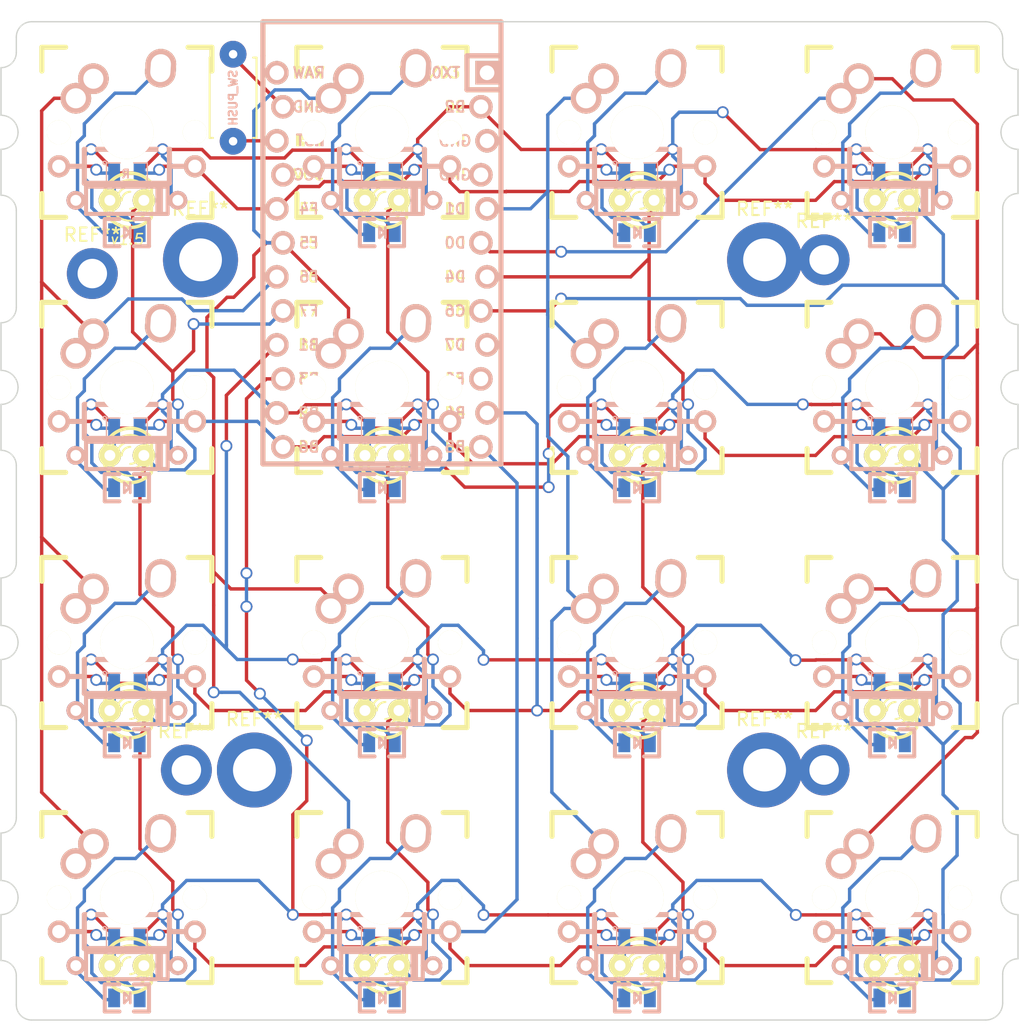
<source format=kicad_pcb>
(kicad_pcb (version 20171130) (host pcbnew "(5.0.1)-3")
  (layers (0 F.Cu signal) (31 B.Cu signal) (34 B.Paste user hide) (35 F.Paste user hide) (36 B.SilkS user hide) (37 F.SilkS user) (38 B.Mask user hide) (39 F.Mask user hide) (44 Edge.Cuts user))
  (net 0 "")
  (net 1 /key/LC0)
  (net 2 /key/LR0)
  (net 3 /key/SC0)
  (net 4 /key/SR0)
  (net 5 /key/led/N-LR0)
  (net 6 /key/switch/N-SD0)
  (net 7 LC1)
  (net 8 LC2)
  (net 9 LC3)
  (net 10 SC1)
  (net 11 SC2)
  (net 12 SC3)
  (net 13 SR1)
  (net 14 SR2)
  (net 15 SR3)
  (net 16 LR1)
  (net 17 LR2)
  (net 18 LR3)
  (net 19 GND)
  (net 20 RST)
  (module LED-3MM (layer F.Cu) (at 267.97 172.72)
    (fp_text reference LED0 hide)
    (fp_text value LED hide)
    (pad 1 thru_hole circle (at -1.27 0) (size 1.6764 1.6764) (drill 0.8128) (layers *.Cu *.Mask F.SilkS))
    (pad 2 thru_hole circle (at 1.27 0) (size 1.6764 1.6764) (drill 0.8128) (layers *.Cu *.Mask F.SilkS) (net 7 LC1))
  )
  (module SM0805D (layer B.Cu) (at 267.97 175.133)
    (fp_text reference D1 hide)
    (fp_text value DIODE hide)
    (pad 1 smd rect (at -0.9525 0) (size 0.889 1.397) (layers B.Cu B.Paste B.Mask))
    (pad 2 smd rect (at 0.9525 0) (size 0.889 1.397) (layers B.Cu B.Paste B.Mask) (net 15 SR3))
  )
  (module RESISTOR (layer B.Cu) (at 267.97 170.18)
    (fp_text reference R0 hide)
    (fp_text value RESISTOR hide)
    (pad 1 thru_hole circle (at -5.08 0) (size 1.651 1.651) (drill 0.9906) (layers *.Cu *.SilkS *.Mask))
    (pad 2 thru_hole circle (at 5.08 0) (size 1.651 1.651) (drill 0.9906) (layers *.Cu *.SilkS *.Mask) (net 18 LR3))
  )
  (module D3 (layer B.Cu) (at 267.97 172.72)
    (fp_text reference D0 hide)
    (fp_text value DIODE hide)
    (pad 2 thru_hole circle (at 3.81 0) (size 1.397 1.397) (drill 0.8128) (layers *.Cu *.Mask B.SilkS) (net 15 SR3))
    (pad 1 thru_hole circle (at -3.81 0) (size 1.397 1.397) (drill 0.8128) (layers *.Cu *.Mask B.SilkS))
  )
  (module ALPS_CHERRY_ZEAL_PCB_100H (layer F.Cu) (at 267.97 167.64)
    (fp_text reference S0 hide)
    (fp_text value MX1A hide)
    (pad 1 thru_hole oval (at 2.52 -4.79 356.05481) (size 2.286 2.867377) (drill oval 1.4986 2.079977) (layers *.Cu *.SilkS *.Mask))
    (pad 2 thru_hole circle (at -2.5 -4) (size 2.286 2.286) (drill 1.4986) (layers *.Cu *.SilkS *.Mask) (net 10 SC1))
    (pad 2 thru_hole circle (at -3.81 -2.54) (size 2.286 2.286) (drill 1.4986) (layers *.Cu *.SilkS *.Mask) (net 10 SC1))
    (pad "" np_thru_hole circle (at 0 0) (size 3.9878 3.9878) (drill 3.9878) (layers *.Cu *.Mask F.SilkS))
    (pad "" np_thru_hole circle (at -5.08 0) (size 1.8018 1.8018) (drill 1.8018) (layers *.Cu *.Mask F.SilkS))
    (pad "" np_thru_hole circle (at 5.08 0) (size 1.8018 1.8018) (drill 1.8018) (layers *.Cu *.Mask F.SilkS))
  )
  (module SM0805 (layer B.Cu) (at 267.97 170.688)
    (fp_text reference R1 hide)
    (fp_text value RESISTOR hide)
    (pad 1 smd rect (at -0.9525 0) (size 0.889 1.397) (layers B.Cu B.Paste B.Mask))
    (pad 2 smd rect (at 0.9525 0) (size 0.889 1.397) (layers B.Cu B.Paste B.Mask) (net 18 LR3))
  )
  (module LED-3MM (layer F.Cu) (at 287.02 172.72)
    (fp_text reference LED0 hide)
    (fp_text value LED hide)
    (pad 1 thru_hole circle (at -1.27 0) (size 1.6764 1.6764) (drill 0.8128) (layers *.Cu *.Mask F.SilkS))
    (pad 2 thru_hole circle (at 1.27 0) (size 1.6764 1.6764) (drill 0.8128) (layers *.Cu *.Mask F.SilkS) (net 8 LC2))
  )
  (module SM0805 (layer B.Cu) (at 287.02 170.688)
    (fp_text reference R1 hide)
    (fp_text value RESISTOR hide)
    (pad 1 smd rect (at -0.9525 0) (size 0.889 1.397) (layers B.Cu B.Paste B.Mask))
    (pad 2 smd rect (at 0.9525 0) (size 0.889 1.397) (layers B.Cu B.Paste B.Mask) (net 18 LR3))
  )
  (module D3 (layer B.Cu) (at 287.02 172.72)
    (fp_text reference D0 hide)
    (fp_text value DIODE hide)
    (pad 2 thru_hole circle (at 3.81 0) (size 1.397 1.397) (drill 0.8128) (layers *.Cu *.Mask B.SilkS) (net 15 SR3))
    (pad 1 thru_hole circle (at -3.81 0) (size 1.397 1.397) (drill 0.8128) (layers *.Cu *.Mask B.SilkS))
  )
  (module ALPS_CHERRY_ZEAL_PCB_100H (layer F.Cu) (at 287.02 167.64)
    (fp_text reference S0 hide)
    (fp_text value MX1A hide)
    (pad 1 thru_hole oval (at 2.52 -4.79 356.05481) (size 2.286 2.867377) (drill oval 1.4986 2.079977) (layers *.Cu *.SilkS *.Mask))
    (pad 2 thru_hole circle (at -2.5 -4) (size 2.286 2.286) (drill 1.4986) (layers *.Cu *.SilkS *.Mask) (net 11 SC2))
    (pad 2 thru_hole circle (at -3.81 -2.54) (size 2.286 2.286) (drill 1.4986) (layers *.Cu *.SilkS *.Mask) (net 11 SC2))
    (pad "" np_thru_hole circle (at 0 0) (size 3.9878 3.9878) (drill 3.9878) (layers *.Cu *.Mask F.SilkS))
    (pad "" np_thru_hole circle (at -5.08 0) (size 1.8018 1.8018) (drill 1.8018) (layers *.Cu *.Mask F.SilkS))
    (pad "" np_thru_hole circle (at 5.08 0) (size 1.8018 1.8018) (drill 1.8018) (layers *.Cu *.Mask F.SilkS))
  )
  (module SM0805D (layer B.Cu) (at 287.02 175.133)
    (fp_text reference D1 hide)
    (fp_text value DIODE hide)
    (pad 1 smd rect (at -0.9525 0) (size 0.889 1.397) (layers B.Cu B.Paste B.Mask))
    (pad 2 smd rect (at 0.9525 0) (size 0.889 1.397) (layers B.Cu B.Paste B.Mask) (net 15 SR3))
  )
  (module RESISTOR (layer B.Cu) (at 287.02 170.18)
    (fp_text reference R0 hide)
    (fp_text value RESISTOR hide)
    (pad 1 thru_hole circle (at -5.08 0) (size 1.651 1.651) (drill 0.9906) (layers *.Cu *.SilkS *.Mask))
    (pad 2 thru_hole circle (at 5.08 0) (size 1.651 1.651) (drill 0.9906) (layers *.Cu *.SilkS *.Mask) (net 18 LR3))
  )
  (module D3 (layer B.Cu) (at 306.07 172.72)
    (fp_text reference D0 hide)
    (fp_text value DIODE hide)
    (pad 2 thru_hole circle (at 3.81 0) (size 1.397 1.397) (drill 0.8128) (layers *.Cu *.Mask B.SilkS) (net 15 SR3))
    (pad 1 thru_hole circle (at -3.81 0) (size 1.397 1.397) (drill 0.8128) (layers *.Cu *.Mask B.SilkS))
  )
  (module SM0805D (layer B.Cu) (at 306.07 175.133)
    (fp_text reference D1 hide)
    (fp_text value DIODE hide)
    (pad 1 smd rect (at -0.9525 0) (size 0.889 1.397) (layers B.Cu B.Paste B.Mask))
    (pad 2 smd rect (at 0.9525 0) (size 0.889 1.397) (layers B.Cu B.Paste B.Mask) (net 15 SR3))
  )
  (module ALPS_CHERRY_ZEAL_PCB_100H (layer F.Cu) (at 306.07 167.64)
    (fp_text reference S0 hide)
    (fp_text value MX1A hide)
    (pad 1 thru_hole oval (at 2.52 -4.79 356.05481) (size 2.286 2.867377) (drill oval 1.4986 2.079977) (layers *.Cu *.SilkS *.Mask))
    (pad 2 thru_hole circle (at -2.5 -4) (size 2.286 2.286) (drill 1.4986) (layers *.Cu *.SilkS *.Mask) (net 12 SC3))
    (pad 2 thru_hole circle (at -3.81 -2.54) (size 2.286 2.286) (drill 1.4986) (layers *.Cu *.SilkS *.Mask) (net 12 SC3))
    (pad "" np_thru_hole circle (at 0 0) (size 3.9878 3.9878) (drill 3.9878) (layers *.Cu *.Mask F.SilkS))
    (pad "" np_thru_hole circle (at -5.08 0) (size 1.8018 1.8018) (drill 1.8018) (layers *.Cu *.Mask F.SilkS))
    (pad "" np_thru_hole circle (at 5.08 0) (size 1.8018 1.8018) (drill 1.8018) (layers *.Cu *.Mask F.SilkS))
  )
  (module LED-3MM (layer F.Cu) (at 306.07 172.72)
    (fp_text reference LED0 hide)
    (fp_text value LED hide)
    (pad 1 thru_hole circle (at -1.27 0) (size 1.6764 1.6764) (drill 0.8128) (layers *.Cu *.Mask F.SilkS))
    (pad 2 thru_hole circle (at 1.27 0) (size 1.6764 1.6764) (drill 0.8128) (layers *.Cu *.Mask F.SilkS) (net 9 LC3))
  )
  (module RESISTOR (layer B.Cu) (at 306.07 170.18)
    (fp_text reference R0 hide)
    (fp_text value RESISTOR hide)
    (pad 1 thru_hole circle (at -5.08 0) (size 1.651 1.651) (drill 0.9906) (layers *.Cu *.SilkS *.Mask))
    (pad 2 thru_hole circle (at 5.08 0) (size 1.651 1.651) (drill 0.9906) (layers *.Cu *.SilkS *.Mask) (net 18 LR3))
  )
  (module SM0805 (layer B.Cu) (at 306.07 170.688)
    (fp_text reference R1 hide)
    (fp_text value RESISTOR hide)
    (pad 1 smd rect (at -0.9525 0) (size 0.889 1.397) (layers B.Cu B.Paste B.Mask))
    (pad 2 smd rect (at 0.9525 0) (size 0.889 1.397) (layers B.Cu B.Paste B.Mask) (net 18 LR3))
  )
  (module D3 (layer B.Cu) (at 248.92 172.72)
    (fp_text reference D0 hide)
    (fp_text value DIODE hide)
    (pad 1 thru_hole circle (at -3.81 0) (size 1.397 1.397) (drill 0.8128) (layers *.Cu *.Mask B.SilkS))
    (pad 2 thru_hole circle (at 3.81 0) (size 1.397 1.397) (drill 0.8128) (layers *.Cu *.Mask B.SilkS) (net 15 SR3))
  )
  (module RESISTOR (layer B.Cu) (at 248.92 170.18)
    (fp_text reference R0 hide)
    (fp_text value RESISTOR hide)
    (pad 2 thru_hole circle (at 5.08 0) (size 1.651 1.651) (drill 0.9906) (layers *.Cu *.SilkS *.Mask) (net 18 LR3))
    (pad 1 thru_hole circle (at -5.08 0) (size 1.651 1.651) (drill 0.9906) (layers *.Cu *.SilkS *.Mask))
  )
  (module SM0805D (layer B.Cu) (at 248.92 175.133)
    (fp_text reference D1 hide)
    (fp_text value DIODE hide)
    (pad 2 smd rect (at 0.9525 0) (size 0.889 1.397) (layers B.Cu B.Paste B.Mask) (net 15 SR3))
    (pad 1 smd rect (at -0.9525 0) (size 0.889 1.397) (layers B.Cu B.Paste B.Mask))
  )
  (module ALPS_CHERRY_ZEAL_PCB_100H (layer F.Cu) (at 248.92 167.64)
    (fp_text reference S0 hide)
    (fp_text value MX1A hide)
    (pad "" np_thru_hole circle (at 5.08 0) (size 1.8018 1.8018) (drill 1.8018) (layers *.Cu *.Mask F.SilkS))
    (pad "" np_thru_hole circle (at -5.08 0) (size 1.8018 1.8018) (drill 1.8018) (layers *.Cu *.Mask F.SilkS))
    (pad "" np_thru_hole circle (at 0 0) (size 3.9878 3.9878) (drill 3.9878) (layers *.Cu *.Mask F.SilkS))
    (pad 2 thru_hole circle (at -3.81 -2.54) (size 2.286 2.286) (drill 1.4986) (layers *.Cu *.SilkS *.Mask) (net 3 /key/SC0))
    (pad 2 thru_hole circle (at -2.5 -4) (size 2.286 2.286) (drill 1.4986) (layers *.Cu *.SilkS *.Mask) (net 3 /key/SC0))
    (pad 1 thru_hole oval (at 2.52 -4.79 356.05481) (size 2.286 2.867377) (drill oval 1.4986 2.079977) (layers *.Cu *.SilkS *.Mask))
  )
  (module LED-3MM (layer F.Cu) (at 248.92 172.72)
    (fp_text reference LED0 hide)
    (fp_text value LED hide)
    (pad 2 thru_hole circle (at 1.27 0) (size 1.6764 1.6764) (drill 0.8128) (layers *.Cu *.Mask F.SilkS) (net 1 /key/LC0))
    (pad 1 thru_hole circle (at -1.27 0) (size 1.6764 1.6764) (drill 0.8128) (layers *.Cu *.Mask F.SilkS))
  )
  (module SM0805 (layer B.Cu) (at 248.92 170.688)
    (fp_text reference R1 hide)
    (fp_text value RESISTOR hide)
    (pad 2 smd rect (at 0.9525 0) (size 0.889 1.397) (layers B.Cu B.Paste B.Mask) (net 18 LR3))
    (pad 1 smd rect (at -0.9525 0) (size 0.889 1.397) (layers B.Cu B.Paste B.Mask))
  )
  (module LED-3MM (layer F.Cu) (at 267.97 153.67)
    (fp_text reference LED0 hide)
    (fp_text value LED hide)
    (pad 1 thru_hole circle (at -1.27 0) (size 1.6764 1.6764) (drill 0.8128) (layers *.Cu *.Mask F.SilkS))
    (pad 2 thru_hole circle (at 1.27 0) (size 1.6764 1.6764) (drill 0.8128) (layers *.Cu *.Mask F.SilkS) (net 7 LC1))
  )
  (module SM0805D (layer B.Cu) (at 267.97 156.083)
    (fp_text reference D1 hide)
    (fp_text value DIODE hide)
    (pad 1 smd rect (at -0.9525 0) (size 0.889 1.397) (layers B.Cu B.Paste B.Mask))
    (pad 2 smd rect (at 0.9525 0) (size 0.889 1.397) (layers B.Cu B.Paste B.Mask) (net 14 SR2))
  )
  (module RESISTOR (layer B.Cu) (at 267.97 151.13)
    (fp_text reference R0 hide)
    (fp_text value RESISTOR hide)
    (pad 1 thru_hole circle (at -5.08 0) (size 1.651 1.651) (drill 0.9906) (layers *.Cu *.SilkS *.Mask))
    (pad 2 thru_hole circle (at 5.08 0) (size 1.651 1.651) (drill 0.9906) (layers *.Cu *.SilkS *.Mask) (net 17 LR2))
  )
  (module D3 (layer B.Cu) (at 267.97 153.67)
    (fp_text reference D0 hide)
    (fp_text value DIODE hide)
    (pad 2 thru_hole circle (at 3.81 0) (size 1.397 1.397) (drill 0.8128) (layers *.Cu *.Mask B.SilkS) (net 14 SR2))
    (pad 1 thru_hole circle (at -3.81 0) (size 1.397 1.397) (drill 0.8128) (layers *.Cu *.Mask B.SilkS))
  )
  (module ALPS_CHERRY_ZEAL_PCB_100H (layer F.Cu) (at 267.97 148.59)
    (fp_text reference S0 hide)
    (fp_text value MX1A hide)
    (pad 1 thru_hole oval (at 2.52 -4.79 356.05481) (size 2.286 2.867377) (drill oval 1.4986 2.079977) (layers *.Cu *.SilkS *.Mask))
    (pad 2 thru_hole circle (at -2.5 -4) (size 2.286 2.286) (drill 1.4986) (layers *.Cu *.SilkS *.Mask) (net 10 SC1))
    (pad 2 thru_hole circle (at -3.81 -2.54) (size 2.286 2.286) (drill 1.4986) (layers *.Cu *.SilkS *.Mask) (net 10 SC1))
    (pad "" np_thru_hole circle (at 0 0) (size 3.9878 3.9878) (drill 3.9878) (layers *.Cu *.Mask F.SilkS))
    (pad "" np_thru_hole circle (at -5.08 0) (size 1.8018 1.8018) (drill 1.8018) (layers *.Cu *.Mask F.SilkS))
    (pad "" np_thru_hole circle (at 5.08 0) (size 1.8018 1.8018) (drill 1.8018) (layers *.Cu *.Mask F.SilkS))
  )
  (module SM0805 (layer B.Cu) (at 267.97 151.638)
    (fp_text reference R1 hide)
    (fp_text value RESISTOR hide)
    (pad 1 smd rect (at -0.9525 0) (size 0.889 1.397) (layers B.Cu B.Paste B.Mask))
    (pad 2 smd rect (at 0.9525 0) (size 0.889 1.397) (layers B.Cu B.Paste B.Mask) (net 17 LR2))
  )
  (module LED-3MM (layer F.Cu) (at 287.02 153.67)
    (fp_text reference LED0 hide)
    (fp_text value LED hide)
    (pad 1 thru_hole circle (at -1.27 0) (size 1.6764 1.6764) (drill 0.8128) (layers *.Cu *.Mask F.SilkS))
    (pad 2 thru_hole circle (at 1.27 0) (size 1.6764 1.6764) (drill 0.8128) (layers *.Cu *.Mask F.SilkS) (net 8 LC2))
  )
  (module SM0805 (layer B.Cu) (at 287.02 151.638)
    (fp_text reference R1 hide)
    (fp_text value RESISTOR hide)
    (pad 1 smd rect (at -0.9525 0) (size 0.889 1.397) (layers B.Cu B.Paste B.Mask))
    (pad 2 smd rect (at 0.9525 0) (size 0.889 1.397) (layers B.Cu B.Paste B.Mask) (net 17 LR2))
  )
  (module D3 (layer B.Cu) (at 287.02 153.67)
    (fp_text reference D0 hide)
    (fp_text value DIODE hide)
    (pad 2 thru_hole circle (at 3.81 0) (size 1.397 1.397) (drill 0.8128) (layers *.Cu *.Mask B.SilkS) (net 14 SR2))
    (pad 1 thru_hole circle (at -3.81 0) (size 1.397 1.397) (drill 0.8128) (layers *.Cu *.Mask B.SilkS))
  )
  (module ALPS_CHERRY_ZEAL_PCB_100H (layer F.Cu) (at 287.02 148.59)
    (fp_text reference S0 hide)
    (fp_text value MX1A hide)
    (pad 1 thru_hole oval (at 2.52 -4.79 356.05481) (size 2.286 2.867377) (drill oval 1.4986 2.079977) (layers *.Cu *.SilkS *.Mask))
    (pad 2 thru_hole circle (at -2.5 -4) (size 2.286 2.286) (drill 1.4986) (layers *.Cu *.SilkS *.Mask) (net 11 SC2))
    (pad 2 thru_hole circle (at -3.81 -2.54) (size 2.286 2.286) (drill 1.4986) (layers *.Cu *.SilkS *.Mask) (net 11 SC2))
    (pad "" np_thru_hole circle (at 0 0) (size 3.9878 3.9878) (drill 3.9878) (layers *.Cu *.Mask F.SilkS))
    (pad "" np_thru_hole circle (at -5.08 0) (size 1.8018 1.8018) (drill 1.8018) (layers *.Cu *.Mask F.SilkS))
    (pad "" np_thru_hole circle (at 5.08 0) (size 1.8018 1.8018) (drill 1.8018) (layers *.Cu *.Mask F.SilkS))
  )
  (module SM0805D (layer B.Cu) (at 287.02 156.083)
    (fp_text reference D1 hide)
    (fp_text value DIODE hide)
    (pad 1 smd rect (at -0.9525 0) (size 0.889 1.397) (layers B.Cu B.Paste B.Mask))
    (pad 2 smd rect (at 0.9525 0) (size 0.889 1.397) (layers B.Cu B.Paste B.Mask) (net 14 SR2))
  )
  (module RESISTOR (layer B.Cu) (at 287.02 151.13)
    (fp_text reference R0 hide)
    (fp_text value RESISTOR hide)
    (pad 1 thru_hole circle (at -5.08 0) (size 1.651 1.651) (drill 0.9906) (layers *.Cu *.SilkS *.Mask))
    (pad 2 thru_hole circle (at 5.08 0) (size 1.651 1.651) (drill 0.9906) (layers *.Cu *.SilkS *.Mask) (net 17 LR2))
  )
  (module D3 (layer B.Cu) (at 306.07 153.67)
    (fp_text reference D0 hide)
    (fp_text value DIODE hide)
    (pad 2 thru_hole circle (at 3.81 0) (size 1.397 1.397) (drill 0.8128) (layers *.Cu *.Mask B.SilkS) (net 14 SR2))
    (pad 1 thru_hole circle (at -3.81 0) (size 1.397 1.397) (drill 0.8128) (layers *.Cu *.Mask B.SilkS))
  )
  (module SM0805D (layer B.Cu) (at 306.07 156.083)
    (fp_text reference D1 hide)
    (fp_text value DIODE hide)
    (pad 1 smd rect (at -0.9525 0) (size 0.889 1.397) (layers B.Cu B.Paste B.Mask))
    (pad 2 smd rect (at 0.9525 0) (size 0.889 1.397) (layers B.Cu B.Paste B.Mask) (net 14 SR2))
  )
  (module ALPS_CHERRY_ZEAL_PCB_100H (layer F.Cu) (at 306.07 148.59)
    (fp_text reference S0 hide)
    (fp_text value MX1A hide)
    (pad 1 thru_hole oval (at 2.52 -4.79 356.05481) (size 2.286 2.867377) (drill oval 1.4986 2.079977) (layers *.Cu *.SilkS *.Mask))
    (pad 2 thru_hole circle (at -2.5 -4) (size 2.286 2.286) (drill 1.4986) (layers *.Cu *.SilkS *.Mask) (net 12 SC3))
    (pad 2 thru_hole circle (at -3.81 -2.54) (size 2.286 2.286) (drill 1.4986) (layers *.Cu *.SilkS *.Mask) (net 12 SC3))
    (pad "" np_thru_hole circle (at 0 0) (size 3.9878 3.9878) (drill 3.9878) (layers *.Cu *.Mask F.SilkS))
    (pad "" np_thru_hole circle (at -5.08 0) (size 1.8018 1.8018) (drill 1.8018) (layers *.Cu *.Mask F.SilkS))
    (pad "" np_thru_hole circle (at 5.08 0) (size 1.8018 1.8018) (drill 1.8018) (layers *.Cu *.Mask F.SilkS))
  )
  (module LED-3MM (layer F.Cu) (at 306.07 153.67)
    (fp_text reference LED0 hide)
    (fp_text value LED hide)
    (pad 1 thru_hole circle (at -1.27 0) (size 1.6764 1.6764) (drill 0.8128) (layers *.Cu *.Mask F.SilkS))
    (pad 2 thru_hole circle (at 1.27 0) (size 1.6764 1.6764) (drill 0.8128) (layers *.Cu *.Mask F.SilkS) (net 9 LC3))
  )
  (module RESISTOR (layer B.Cu) (at 306.07 151.13)
    (fp_text reference R0 hide)
    (fp_text value RESISTOR hide)
    (pad 1 thru_hole circle (at -5.08 0) (size 1.651 1.651) (drill 0.9906) (layers *.Cu *.SilkS *.Mask))
    (pad 2 thru_hole circle (at 5.08 0) (size 1.651 1.651) (drill 0.9906) (layers *.Cu *.SilkS *.Mask) (net 17 LR2))
  )
  (module SM0805 (layer B.Cu) (at 306.07 151.638)
    (fp_text reference R1 hide)
    (fp_text value RESISTOR hide)
    (pad 1 smd rect (at -0.9525 0) (size 0.889 1.397) (layers B.Cu B.Paste B.Mask))
    (pad 2 smd rect (at 0.9525 0) (size 0.889 1.397) (layers B.Cu B.Paste B.Mask) (net 17 LR2))
  )
  (module D3 (layer B.Cu) (at 248.92 153.67)
    (fp_text reference D0 hide)
    (fp_text value DIODE hide)
    (pad 1 thru_hole circle (at -3.81 0) (size 1.397 1.397) (drill 0.8128) (layers *.Cu *.Mask B.SilkS))
    (pad 2 thru_hole circle (at 3.81 0) (size 1.397 1.397) (drill 0.8128) (layers *.Cu *.Mask B.SilkS) (net 14 SR2))
  )
  (module RESISTOR (layer B.Cu) (at 248.92 151.13)
    (fp_text reference R0 hide)
    (fp_text value RESISTOR hide)
    (pad 2 thru_hole circle (at 5.08 0) (size 1.651 1.651) (drill 0.9906) (layers *.Cu *.SilkS *.Mask) (net 17 LR2))
    (pad 1 thru_hole circle (at -5.08 0) (size 1.651 1.651) (drill 0.9906) (layers *.Cu *.SilkS *.Mask))
  )
  (module SM0805D (layer B.Cu) (at 248.92 156.083)
    (fp_text reference D1 hide)
    (fp_text value DIODE hide)
    (pad 2 smd rect (at 0.9525 0) (size 0.889 1.397) (layers B.Cu B.Paste B.Mask) (net 14 SR2))
    (pad 1 smd rect (at -0.9525 0) (size 0.889 1.397) (layers B.Cu B.Paste B.Mask))
  )
  (module ALPS_CHERRY_ZEAL_PCB_100H (layer F.Cu) (at 248.92 148.59)
    (fp_text reference S0 hide)
    (fp_text value MX1A hide)
    (pad "" np_thru_hole circle (at 5.08 0) (size 1.8018 1.8018) (drill 1.8018) (layers *.Cu *.Mask F.SilkS))
    (pad "" np_thru_hole circle (at -5.08 0) (size 1.8018 1.8018) (drill 1.8018) (layers *.Cu *.Mask F.SilkS))
    (pad "" np_thru_hole circle (at 0 0) (size 3.9878 3.9878) (drill 3.9878) (layers *.Cu *.Mask F.SilkS))
    (pad 2 thru_hole circle (at -3.81 -2.54) (size 2.286 2.286) (drill 1.4986) (layers *.Cu *.SilkS *.Mask) (net 3 /key/SC0))
    (pad 2 thru_hole circle (at -2.5 -4) (size 2.286 2.286) (drill 1.4986) (layers *.Cu *.SilkS *.Mask) (net 3 /key/SC0))
    (pad 1 thru_hole oval (at 2.52 -4.79 356.05481) (size 2.286 2.867377) (drill oval 1.4986 2.079977) (layers *.Cu *.SilkS *.Mask))
  )
  (module LED-3MM (layer F.Cu) (at 248.92 153.67)
    (fp_text reference LED0 hide)
    (fp_text value LED hide)
    (pad 2 thru_hole circle (at 1.27 0) (size 1.6764 1.6764) (drill 0.8128) (layers *.Cu *.Mask F.SilkS) (net 1 /key/LC0))
    (pad 1 thru_hole circle (at -1.27 0) (size 1.6764 1.6764) (drill 0.8128) (layers *.Cu *.Mask F.SilkS))
  )
  (module SM0805 (layer B.Cu) (at 248.92 151.638)
    (fp_text reference R1 hide)
    (fp_text value RESISTOR hide)
    (pad 2 smd rect (at 0.9525 0) (size 0.889 1.397) (layers B.Cu B.Paste B.Mask) (net 17 LR2))
    (pad 1 smd rect (at -0.9525 0) (size 0.889 1.397) (layers B.Cu B.Paste B.Mask))
  )
  (module LED-3MM (layer F.Cu) (at 267.97 134.62)
    (fp_text reference LED0 hide)
    (fp_text value LED hide)
    (pad 1 thru_hole circle (at -1.27 0) (size 1.6764 1.6764) (drill 0.8128) (layers *.Cu *.Mask F.SilkS))
    (pad 2 thru_hole circle (at 1.27 0) (size 1.6764 1.6764) (drill 0.8128) (layers *.Cu *.Mask F.SilkS) (net 7 LC1))
  )
  (module SM0805D (layer B.Cu) (at 267.97 137.033)
    (fp_text reference D1 hide)
    (fp_text value DIODE hide)
    (pad 1 smd rect (at -0.9525 0) (size 0.889 1.397) (layers B.Cu B.Paste B.Mask))
    (pad 2 smd rect (at 0.9525 0) (size 0.889 1.397) (layers B.Cu B.Paste B.Mask) (net 13 SR1))
  )
  (module RESISTOR (layer B.Cu) (at 267.97 132.08)
    (fp_text reference R0 hide)
    (fp_text value RESISTOR hide)
    (pad 1 thru_hole circle (at -5.08 0) (size 1.651 1.651) (drill 0.9906) (layers *.Cu *.SilkS *.Mask))
    (pad 2 thru_hole circle (at 5.08 0) (size 1.651 1.651) (drill 0.9906) (layers *.Cu *.SilkS *.Mask) (net 16 LR1))
  )
  (module D3 (layer B.Cu) (at 267.97 134.62)
    (fp_text reference D0 hide)
    (fp_text value DIODE hide)
    (pad 2 thru_hole circle (at 3.81 0) (size 1.397 1.397) (drill 0.8128) (layers *.Cu *.Mask B.SilkS) (net 13 SR1))
    (pad 1 thru_hole circle (at -3.81 0) (size 1.397 1.397) (drill 0.8128) (layers *.Cu *.Mask B.SilkS))
  )
  (module ALPS_CHERRY_ZEAL_PCB_100H (layer F.Cu) (at 267.97 129.54)
    (fp_text reference S0 hide)
    (fp_text value MX1A hide)
    (pad 1 thru_hole oval (at 2.52 -4.79 356.05481) (size 2.286 2.867377) (drill oval 1.4986 2.079977) (layers *.Cu *.SilkS *.Mask))
    (pad 2 thru_hole circle (at -2.5 -4) (size 2.286 2.286) (drill 1.4986) (layers *.Cu *.SilkS *.Mask) (net 10 SC1))
    (pad 2 thru_hole circle (at -3.81 -2.54) (size 2.286 2.286) (drill 1.4986) (layers *.Cu *.SilkS *.Mask) (net 10 SC1))
    (pad "" np_thru_hole circle (at 0 0) (size 3.9878 3.9878) (drill 3.9878) (layers *.Cu *.Mask F.SilkS))
    (pad "" np_thru_hole circle (at -5.08 0) (size 1.8018 1.8018) (drill 1.8018) (layers *.Cu *.Mask F.SilkS))
    (pad "" np_thru_hole circle (at 5.08 0) (size 1.8018 1.8018) (drill 1.8018) (layers *.Cu *.Mask F.SilkS))
  )
  (module SM0805 (layer B.Cu) (at 267.97 132.588)
    (fp_text reference R1 hide)
    (fp_text value RESISTOR hide)
    (pad 1 smd rect (at -0.9525 0) (size 0.889 1.397) (layers B.Cu B.Paste B.Mask))
    (pad 2 smd rect (at 0.9525 0) (size 0.889 1.397) (layers B.Cu B.Paste B.Mask) (net 16 LR1))
  )
  (module LED-3MM (layer F.Cu) (at 287.02 134.62)
    (fp_text reference LED0 hide)
    (fp_text value LED hide)
    (pad 1 thru_hole circle (at -1.27 0) (size 1.6764 1.6764) (drill 0.8128) (layers *.Cu *.Mask F.SilkS))
    (pad 2 thru_hole circle (at 1.27 0) (size 1.6764 1.6764) (drill 0.8128) (layers *.Cu *.Mask F.SilkS) (net 8 LC2))
  )
  (module SM0805 (layer B.Cu) (at 287.02 132.588)
    (fp_text reference R1 hide)
    (fp_text value RESISTOR hide)
    (pad 1 smd rect (at -0.9525 0) (size 0.889 1.397) (layers B.Cu B.Paste B.Mask))
    (pad 2 smd rect (at 0.9525 0) (size 0.889 1.397) (layers B.Cu B.Paste B.Mask) (net 16 LR1))
  )
  (module D3 (layer B.Cu) (at 287.02 134.62)
    (fp_text reference D0 hide)
    (fp_text value DIODE hide)
    (pad 2 thru_hole circle (at 3.81 0) (size 1.397 1.397) (drill 0.8128) (layers *.Cu *.Mask B.SilkS) (net 13 SR1))
    (pad 1 thru_hole circle (at -3.81 0) (size 1.397 1.397) (drill 0.8128) (layers *.Cu *.Mask B.SilkS))
  )
  (module ALPS_CHERRY_ZEAL_PCB_100H (layer F.Cu) (at 287.02 129.54)
    (fp_text reference S0 hide)
    (fp_text value MX1A hide)
    (pad 1 thru_hole oval (at 2.52 -4.79 356.05481) (size 2.286 2.867377) (drill oval 1.4986 2.079977) (layers *.Cu *.SilkS *.Mask))
    (pad 2 thru_hole circle (at -2.5 -4) (size 2.286 2.286) (drill 1.4986) (layers *.Cu *.SilkS *.Mask) (net 11 SC2))
    (pad 2 thru_hole circle (at -3.81 -2.54) (size 2.286 2.286) (drill 1.4986) (layers *.Cu *.SilkS *.Mask) (net 11 SC2))
    (pad "" np_thru_hole circle (at 0 0) (size 3.9878 3.9878) (drill 3.9878) (layers *.Cu *.Mask F.SilkS))
    (pad "" np_thru_hole circle (at -5.08 0) (size 1.8018 1.8018) (drill 1.8018) (layers *.Cu *.Mask F.SilkS))
    (pad "" np_thru_hole circle (at 5.08 0) (size 1.8018 1.8018) (drill 1.8018) (layers *.Cu *.Mask F.SilkS))
  )
  (module SM0805D (layer B.Cu) (at 287.02 137.033)
    (fp_text reference D1 hide)
    (fp_text value DIODE hide)
    (pad 1 smd rect (at -0.9525 0) (size 0.889 1.397) (layers B.Cu B.Paste B.Mask))
    (pad 2 smd rect (at 0.9525 0) (size 0.889 1.397) (layers B.Cu B.Paste B.Mask) (net 13 SR1))
  )
  (module RESISTOR (layer B.Cu) (at 287.02 132.08)
    (fp_text reference R0 hide)
    (fp_text value RESISTOR hide)
    (pad 1 thru_hole circle (at -5.08 0) (size 1.651 1.651) (drill 0.9906) (layers *.Cu *.SilkS *.Mask))
    (pad 2 thru_hole circle (at 5.08 0) (size 1.651 1.651) (drill 0.9906) (layers *.Cu *.SilkS *.Mask) (net 16 LR1))
  )
  (module D3 (layer B.Cu) (at 306.07 134.62)
    (fp_text reference D0 hide)
    (fp_text value DIODE hide)
    (pad 2 thru_hole circle (at 3.81 0) (size 1.397 1.397) (drill 0.8128) (layers *.Cu *.Mask B.SilkS) (net 13 SR1))
    (pad 1 thru_hole circle (at -3.81 0) (size 1.397 1.397) (drill 0.8128) (layers *.Cu *.Mask B.SilkS))
  )
  (module SM0805D (layer B.Cu) (at 306.07 137.033)
    (fp_text reference D1 hide)
    (fp_text value DIODE hide)
    (pad 1 smd rect (at -0.9525 0) (size 0.889 1.397) (layers B.Cu B.Paste B.Mask))
    (pad 2 smd rect (at 0.9525 0) (size 0.889 1.397) (layers B.Cu B.Paste B.Mask) (net 13 SR1))
  )
  (module ALPS_CHERRY_ZEAL_PCB_100H (layer F.Cu) (at 306.07 129.54)
    (fp_text reference S0 hide)
    (fp_text value MX1A hide)
    (pad 1 thru_hole oval (at 2.52 -4.79 356.05481) (size 2.286 2.867377) (drill oval 1.4986 2.079977) (layers *.Cu *.SilkS *.Mask))
    (pad 2 thru_hole circle (at -2.5 -4) (size 2.286 2.286) (drill 1.4986) (layers *.Cu *.SilkS *.Mask) (net 12 SC3))
    (pad 2 thru_hole circle (at -3.81 -2.54) (size 2.286 2.286) (drill 1.4986) (layers *.Cu *.SilkS *.Mask) (net 12 SC3))
    (pad "" np_thru_hole circle (at 0 0) (size 3.9878 3.9878) (drill 3.9878) (layers *.Cu *.Mask F.SilkS))
    (pad "" np_thru_hole circle (at -5.08 0) (size 1.8018 1.8018) (drill 1.8018) (layers *.Cu *.Mask F.SilkS))
    (pad "" np_thru_hole circle (at 5.08 0) (size 1.8018 1.8018) (drill 1.8018) (layers *.Cu *.Mask F.SilkS))
  )
  (module LED-3MM (layer F.Cu) (at 306.07 134.62)
    (fp_text reference LED0 hide)
    (fp_text value LED hide)
    (pad 1 thru_hole circle (at -1.27 0) (size 1.6764 1.6764) (drill 0.8128) (layers *.Cu *.Mask F.SilkS))
    (pad 2 thru_hole circle (at 1.27 0) (size 1.6764 1.6764) (drill 0.8128) (layers *.Cu *.Mask F.SilkS) (net 9 LC3))
  )
  (module RESISTOR (layer B.Cu) (at 306.07 132.08)
    (fp_text reference R0 hide)
    (fp_text value RESISTOR hide)
    (pad 1 thru_hole circle (at -5.08 0) (size 1.651 1.651) (drill 0.9906) (layers *.Cu *.SilkS *.Mask))
    (pad 2 thru_hole circle (at 5.08 0) (size 1.651 1.651) (drill 0.9906) (layers *.Cu *.SilkS *.Mask) (net 16 LR1))
  )
  (module SM0805 (layer B.Cu) (at 306.07 132.588)
    (fp_text reference R1 hide)
    (fp_text value RESISTOR hide)
    (pad 1 smd rect (at -0.9525 0) (size 0.889 1.397) (layers B.Cu B.Paste B.Mask))
    (pad 2 smd rect (at 0.9525 0) (size 0.889 1.397) (layers B.Cu B.Paste B.Mask) (net 16 LR1))
  )
  (module D3 (layer B.Cu) (at 248.92 134.62)
    (fp_text reference D0 hide)
    (fp_text value DIODE hide)
    (pad 1 thru_hole circle (at -3.81 0) (size 1.397 1.397) (drill 0.8128) (layers *.Cu *.Mask B.SilkS))
    (pad 2 thru_hole circle (at 3.81 0) (size 1.397 1.397) (drill 0.8128) (layers *.Cu *.Mask B.SilkS) (net 13 SR1))
  )
  (module RESISTOR (layer B.Cu) (at 248.92 132.08)
    (fp_text reference R0 hide)
    (fp_text value RESISTOR hide)
    (pad 2 thru_hole circle (at 5.08 0) (size 1.651 1.651) (drill 0.9906) (layers *.Cu *.SilkS *.Mask) (net 16 LR1))
    (pad 1 thru_hole circle (at -5.08 0) (size 1.651 1.651) (drill 0.9906) (layers *.Cu *.SilkS *.Mask))
  )
  (module SM0805D (layer B.Cu) (at 248.92 137.033)
    (fp_text reference D1 hide)
    (fp_text value DIODE hide)
    (pad 2 smd rect (at 0.9525 0) (size 0.889 1.397) (layers B.Cu B.Paste B.Mask) (net 13 SR1))
    (pad 1 smd rect (at -0.9525 0) (size 0.889 1.397) (layers B.Cu B.Paste B.Mask))
  )
  (module ALPS_CHERRY_ZEAL_PCB_100H (layer F.Cu) (at 248.92 129.54)
    (fp_text reference S0 hide)
    (fp_text value MX1A hide)
    (pad "" np_thru_hole circle (at 5.08 0) (size 1.8018 1.8018) (drill 1.8018) (layers *.Cu *.Mask F.SilkS))
    (pad "" np_thru_hole circle (at -5.08 0) (size 1.8018 1.8018) (drill 1.8018) (layers *.Cu *.Mask F.SilkS))
    (pad "" np_thru_hole circle (at 0 0) (size 3.9878 3.9878) (drill 3.9878) (layers *.Cu *.Mask F.SilkS))
    (pad 2 thru_hole circle (at -3.81 -2.54) (size 2.286 2.286) (drill 1.4986) (layers *.Cu *.SilkS *.Mask) (net 3 /key/SC0))
    (pad 2 thru_hole circle (at -2.5 -4) (size 2.286 2.286) (drill 1.4986) (layers *.Cu *.SilkS *.Mask) (net 3 /key/SC0))
    (pad 1 thru_hole oval (at 2.52 -4.79 356.05481) (size 2.286 2.867377) (drill oval 1.4986 2.079977) (layers *.Cu *.SilkS *.Mask))
  )
  (module LED-3MM (layer F.Cu) (at 248.92 134.62)
    (fp_text reference LED0 hide)
    (fp_text value LED hide)
    (pad 2 thru_hole circle (at 1.27 0) (size 1.6764 1.6764) (drill 0.8128) (layers *.Cu *.Mask F.SilkS) (net 1 /key/LC0))
    (pad 1 thru_hole circle (at -1.27 0) (size 1.6764 1.6764) (drill 0.8128) (layers *.Cu *.Mask F.SilkS))
  )
  (module SM0805 (layer B.Cu) (at 248.92 132.588)
    (fp_text reference R1 hide)
    (fp_text value RESISTOR hide)
    (pad 2 smd rect (at 0.9525 0) (size 0.889 1.397) (layers B.Cu B.Paste B.Mask) (net 16 LR1))
    (pad 1 smd rect (at -0.9525 0) (size 0.889 1.397) (layers B.Cu B.Paste B.Mask))
  )
  (module MountingHole:MountingHole_3.2mm_M3_DIN965_Pad (layer F.Cu) (at 254.42 120.015)
    (fp_text reference REF** (at 0 -3.8) (layer F.SilkS))
    (fp_text value MountingHole_3.2mm_M3_DIN965_Pad)
    (pad 1 thru_hole circle (at 0 0) (size 5.6 5.6) (drill 3.2) (layers *.Cu *.Mask))
  )
  (module D3 (layer B.Cu) (at 306.07 115.57)
    (fp_text reference D0 hide)
    (fp_text value DIODE hide)
    (pad 1 thru_hole circle (at -3.81 0) (size 1.397 1.397) (drill 0.8128) (layers *.Cu *.Mask B.SilkS))
    (pad 2 thru_hole circle (at 3.81 0) (size 1.397 1.397) (drill 0.8128) (layers *.Cu *.Mask B.SilkS) (net 4 /key/SR0))
  )
  (module RESISTOR (layer B.Cu) (at 306.07 113.03)
    (fp_text reference R0 hide)
    (fp_text value RESISTOR hide)
    (pad 2 thru_hole circle (at 5.08 0) (size 1.651 1.651) (drill 0.9906) (layers *.Cu *.SilkS *.Mask) (net 2 /key/LR0))
    (pad 1 thru_hole circle (at -5.08 0) (size 1.651 1.651) (drill 0.9906) (layers *.Cu *.SilkS *.Mask))
  )
  (module SM0805D (layer B.Cu) (at 306.07 117.983)
    (fp_text reference D1 hide)
    (fp_text value DIODE hide)
    (pad 2 smd rect (at 0.9525 0) (size 0.889 1.397) (layers B.Cu B.Paste B.Mask) (net 4 /key/SR0))
    (pad 1 smd rect (at -0.9525 0) (size 0.889 1.397) (layers B.Cu B.Paste B.Mask))
  )
  (module ALPS_CHERRY_ZEAL_PCB_100H (layer F.Cu) (at 306.07 110.49)
    (fp_text reference S0 hide)
    (fp_text value MX1A hide)
    (pad "" np_thru_hole circle (at 5.08 0) (size 1.8018 1.8018) (drill 1.8018) (layers *.Cu *.Mask F.SilkS))
    (pad "" np_thru_hole circle (at -5.08 0) (size 1.8018 1.8018) (drill 1.8018) (layers *.Cu *.Mask F.SilkS))
    (pad "" np_thru_hole circle (at 0 0) (size 3.9878 3.9878) (drill 3.9878) (layers *.Cu *.Mask F.SilkS))
    (pad 2 thru_hole circle (at -3.81 -2.54) (size 2.286 2.286) (drill 1.4986) (layers *.Cu *.SilkS *.Mask) (net 12 SC3))
    (pad 2 thru_hole circle (at -2.5 -4) (size 2.286 2.286) (drill 1.4986) (layers *.Cu *.SilkS *.Mask) (net 12 SC3))
    (pad 1 thru_hole oval (at 2.52 -4.79 356.05481) (size 2.286 2.867377) (drill oval 1.4986 2.079977) (layers *.Cu *.SilkS *.Mask))
  )
  (module LED-3MM (layer F.Cu) (at 306.07 115.57)
    (fp_text reference LED0 hide)
    (fp_text value LED hide)
    (pad 2 thru_hole circle (at 1.27 0) (size 1.6764 1.6764) (drill 0.8128) (layers *.Cu *.Mask F.SilkS) (net 9 LC3))
    (pad 1 thru_hole circle (at -1.27 0) (size 1.6764 1.6764) (drill 0.8128) (layers *.Cu *.Mask F.SilkS))
  )
  (module SM0805 (layer B.Cu) (at 306.07 113.538)
    (fp_text reference R1 hide)
    (fp_text value RESISTOR hide)
    (pad 2 smd rect (at 0.9525 0) (size 0.889 1.397) (layers B.Cu B.Paste B.Mask) (net 2 /key/LR0))
    (pad 1 smd rect (at -0.9525 0) (size 0.889 1.397) (layers B.Cu B.Paste B.Mask))
  )
  (module D3 (layer B.Cu) (at 287.02 115.57)
    (fp_text reference D0 hide)
    (fp_text value DIODE hide)
    (pad 1 thru_hole circle (at -3.81 0) (size 1.397 1.397) (drill 0.8128) (layers *.Cu *.Mask B.SilkS))
    (pad 2 thru_hole circle (at 3.81 0) (size 1.397 1.397) (drill 0.8128) (layers *.Cu *.Mask B.SilkS) (net 4 /key/SR0))
  )
  (module RESISTOR (layer B.Cu) (at 287.02 113.03)
    (fp_text reference R0 hide)
    (fp_text value RESISTOR hide)
    (pad 2 thru_hole circle (at 5.08 0) (size 1.651 1.651) (drill 0.9906) (layers *.Cu *.SilkS *.Mask) (net 2 /key/LR0))
    (pad 1 thru_hole circle (at -5.08 0) (size 1.651 1.651) (drill 0.9906) (layers *.Cu *.SilkS *.Mask))
  )
  (module SM0805D (layer B.Cu) (at 287.02 117.983)
    (fp_text reference D1 hide)
    (fp_text value DIODE hide)
    (pad 2 smd rect (at 0.9525 0) (size 0.889 1.397) (layers B.Cu B.Paste B.Mask) (net 4 /key/SR0))
    (pad 1 smd rect (at -0.9525 0) (size 0.889 1.397) (layers B.Cu B.Paste B.Mask))
  )
  (module ALPS_CHERRY_ZEAL_PCB_100H (layer F.Cu) (at 287.02 110.49)
    (fp_text reference S0 hide)
    (fp_text value MX1A hide)
    (pad "" np_thru_hole circle (at 5.08 0) (size 1.8018 1.8018) (drill 1.8018) (layers *.Cu *.Mask F.SilkS))
    (pad "" np_thru_hole circle (at -5.08 0) (size 1.8018 1.8018) (drill 1.8018) (layers *.Cu *.Mask F.SilkS))
    (pad "" np_thru_hole circle (at 0 0) (size 3.9878 3.9878) (drill 3.9878) (layers *.Cu *.Mask F.SilkS))
    (pad 2 thru_hole circle (at -3.81 -2.54) (size 2.286 2.286) (drill 1.4986) (layers *.Cu *.SilkS *.Mask) (net 11 SC2))
    (pad 2 thru_hole circle (at -2.5 -4) (size 2.286 2.286) (drill 1.4986) (layers *.Cu *.SilkS *.Mask) (net 11 SC2))
    (pad 1 thru_hole oval (at 2.52 -4.79 356.05481) (size 2.286 2.867377) (drill oval 1.4986 2.079977) (layers *.Cu *.SilkS *.Mask))
  )
  (module LED-3MM (layer F.Cu) (at 287.02 115.57)
    (fp_text reference LED0 hide)
    (fp_text value LED hide)
    (pad 2 thru_hole circle (at 1.27 0) (size 1.6764 1.6764) (drill 0.8128) (layers *.Cu *.Mask F.SilkS) (net 8 LC2))
    (pad 1 thru_hole circle (at -1.27 0) (size 1.6764 1.6764) (drill 0.8128) (layers *.Cu *.Mask F.SilkS))
  )
  (module SM0805 (layer B.Cu) (at 287.02 113.538)
    (fp_text reference R1 hide)
    (fp_text value RESISTOR hide)
    (pad 2 smd rect (at 0.9525 0) (size 0.889 1.397) (layers B.Cu B.Paste B.Mask) (net 2 /key/LR0))
    (pad 1 smd rect (at -0.9525 0) (size 0.889 1.397) (layers B.Cu B.Paste B.Mask))
  )
  (module D3 (layer B.Cu) (at 267.97 115.57)
    (fp_text reference D0 hide)
    (fp_text value DIODE hide)
    (pad 1 thru_hole circle (at -3.81 0) (size 1.397 1.397) (drill 0.8128) (layers *.Cu *.Mask B.SilkS))
    (pad 2 thru_hole circle (at 3.81 0) (size 1.397 1.397) (drill 0.8128) (layers *.Cu *.Mask B.SilkS) (net 4 /key/SR0))
  )
  (module RESISTOR (layer B.Cu) (at 267.97 113.03)
    (fp_text reference R0 hide)
    (fp_text value RESISTOR hide)
    (pad 2 thru_hole circle (at 5.08 0) (size 1.651 1.651) (drill 0.9906) (layers *.Cu *.SilkS *.Mask) (net 2 /key/LR0))
    (pad 1 thru_hole circle (at -5.08 0) (size 1.651 1.651) (drill 0.9906) (layers *.Cu *.SilkS *.Mask))
  )
  (module SM0805D (layer B.Cu) (at 267.97 117.983)
    (fp_text reference D1 hide)
    (fp_text value DIODE hide)
    (pad 2 smd rect (at 0.9525 0) (size 0.889 1.397) (layers B.Cu B.Paste B.Mask) (net 4 /key/SR0))
    (pad 1 smd rect (at -0.9525 0) (size 0.889 1.397) (layers B.Cu B.Paste B.Mask))
  )
  (module ALPS_CHERRY_ZEAL_PCB_100H (layer F.Cu) (at 267.97 110.49)
    (fp_text reference S0 hide)
    (fp_text value MX1A hide)
    (pad "" np_thru_hole circle (at 5.08 0) (size 1.8018 1.8018) (drill 1.8018) (layers *.Cu *.Mask F.SilkS))
    (pad "" np_thru_hole circle (at -5.08 0) (size 1.8018 1.8018) (drill 1.8018) (layers *.Cu *.Mask F.SilkS))
    (pad "" np_thru_hole circle (at 0 0) (size 3.9878 3.9878) (drill 3.9878) (layers *.Cu *.Mask F.SilkS))
    (pad 2 thru_hole circle (at -3.81 -2.54) (size 2.286 2.286) (drill 1.4986) (layers *.Cu *.SilkS *.Mask) (net 10 SC1))
    (pad 2 thru_hole circle (at -2.5 -4) (size 2.286 2.286) (drill 1.4986) (layers *.Cu *.SilkS *.Mask) (net 10 SC1))
    (pad 1 thru_hole oval (at 2.52 -4.79 356.05481) (size 2.286 2.867377) (drill oval 1.4986 2.079977) (layers *.Cu *.SilkS *.Mask))
  )
  (module LED-3MM (layer F.Cu) (at 267.97 115.57)
    (fp_text reference LED0 hide)
    (fp_text value LED hide)
    (pad 2 thru_hole circle (at 1.27 0) (size 1.6764 1.6764) (drill 0.8128) (layers *.Cu *.Mask F.SilkS) (net 7 LC1))
    (pad 1 thru_hole circle (at -1.27 0) (size 1.6764 1.6764) (drill 0.8128) (layers *.Cu *.Mask F.SilkS))
  )
  (module SM0805 (layer B.Cu) (at 267.97 113.538)
    (fp_text reference R1 hide)
    (fp_text value RESISTOR hide)
    (pad 2 smd rect (at 0.9525 0) (size 0.889 1.397) (layers B.Cu B.Paste B.Mask) (net 2 /key/LR0))
    (pad 1 smd rect (at -0.9525 0) (size 0.889 1.397) (layers B.Cu B.Paste B.Mask))
  )
  (module ALPS_CHERRY_ZEAL_PCB_100H (layer F.Cu) (at 248.92 110.49)
    (fp_text reference S0 hide)
    (fp_text value MX1A hide)
    (pad 1 thru_hole oval (at 2.52 -4.79 356.05481) (size 2.286 2.867377) (drill oval 1.4986 2.079977) (layers *.Cu *.SilkS *.Mask) (net 6 /key/switch/N-SD0))
    (pad 2 thru_hole circle (at -2.5 -4) (size 2.286 2.286) (drill 1.4986) (layers *.Cu *.SilkS *.Mask) (net 3 /key/SC0))
    (pad 2 thru_hole circle (at -3.81 -2.54) (size 2.286 2.286) (drill 1.4986) (layers *.Cu *.SilkS *.Mask) (net 3 /key/SC0))
    (pad "" np_thru_hole circle (at 0 0) (size 3.9878 3.9878) (drill 3.9878) (layers *.Cu *.Mask F.SilkS))
    (pad "" np_thru_hole circle (at -5.08 0) (size 1.8018 1.8018) (drill 1.8018) (layers *.Cu *.Mask F.SilkS))
    (pad "" np_thru_hole circle (at 5.08 0) (size 1.8018 1.8018) (drill 1.8018) (layers *.Cu *.Mask F.SilkS))
  )
  (module RESISTOR (layer B.Cu) (at 248.92 113.03)
    (fp_text reference R0 hide)
    (fp_text value RESISTOR hide)
    (pad 1 thru_hole circle (at -5.08 0) (size 1.651 1.651) (drill 0.9906) (layers *.Cu *.SilkS *.Mask) (net 5 /key/led/N-LR0))
    (pad 2 thru_hole circle (at 5.08 0) (size 1.651 1.651) (drill 0.9906) (layers *.Cu *.SilkS *.Mask) (net 2 /key/LR0))
  )
  (module D3 (layer B.Cu) (at 248.92 115.57)
    (fp_text reference D0 hide)
    (fp_text value DIODE hide)
    (pad 2 thru_hole circle (at 3.81 0) (size 1.397 1.397) (drill 0.8128) (layers *.Cu *.Mask B.SilkS) (net 4 /key/SR0))
    (pad 1 thru_hole circle (at -3.81 0) (size 1.397 1.397) (drill 0.8128) (layers *.Cu *.Mask B.SilkS) (net 6 /key/switch/N-SD0))
  )
  (module SM0805D (layer B.Cu) (at 248.92 117.983)
    (fp_text reference D1 hide)
    (fp_text value DIODE hide)
    (pad 1 smd rect (at -0.9525 0) (size 0.889 1.397) (layers B.Cu B.Paste B.Mask) (net 6 /key/switch/N-SD0))
    (pad 2 smd rect (at 0.9525 0) (size 0.889 1.397) (layers B.Cu B.Paste B.Mask) (net 4 /key/SR0))
  )
  (module SM0805 (layer B.Cu) (at 248.92 113.538)
    (fp_text reference R1 hide)
    (fp_text value RESISTOR hide)
    (pad 1 smd rect (at -0.9525 0) (size 0.889 1.397) (layers B.Cu B.Paste B.Mask) (net 5 /key/led/N-LR0))
    (pad 2 smd rect (at 0.9525 0) (size 0.889 1.397) (layers B.Cu B.Paste B.Mask) (net 2 /key/LR0))
  )
  (module LED-3MM (layer F.Cu) (at 248.92 115.57)
    (fp_text reference LED0 hide)
    (fp_text value LED hide)
    (pad 1 thru_hole circle (at -1.27 0) (size 1.6764 1.6764) (drill 0.8128) (layers *.Cu *.Mask F.SilkS) (net 5 /key/led/N-LR0))
    (pad 2 thru_hole circle (at 1.27 0) (size 1.6764 1.6764) (drill 0.8128) (layers *.Cu *.Mask F.SilkS) (net 1 /key/LC0))
  )
  (module MountingHole:MountingHole_3.2mm_M3_DIN965_Pad (layer F.Cu) (at 296.545 120.015)
    (fp_text reference REF** (at 0 -3.8) (layer F.SilkS))
    (fp_text value MountingHole_3.2mm_M3_DIN965_Pad)
    (pad 1 thru_hole circle (at 0 0) (size 5.6 5.6) (drill 3.2) (layers *.Cu *.Mask))
  )
  (module MountingHole:MountingHole_3.2mm_M3_DIN965_Pad (layer F.Cu) (at 258.445 158.115)
    (fp_text reference REF** (at 0 -3.8) (layer F.SilkS))
    (fp_text value MountingHole_3.2mm_M3_DIN965_Pad)
    (pad 1 thru_hole circle (at 0 0) (size 5.6 5.6) (drill 3.2) (layers *.Cu *.Mask))
  )
  (module MountingHole:MountingHole_3.2mm_M3_DIN965_Pad (layer F.Cu) (at 296.545 158.115)
    (fp_text reference REF** (at 0 -3.8) (layer F.SilkS))
    (fp_text value MountingHole_3.2mm_M3_DIN965_Pad)
    (pad 1 thru_hole circle (at 0 0) (size 5.6 5.6) (drill 3.2) (layers *.Cu *.Mask))
  )
  (module Keebio-Parts:ArduinoProMicro-ZigZag (layer B.Cu) (at 267.97 120.015 270)
    (fp_text reference U1 hide)
    (fp_text value ProMicro-18mil-offset hide)
    (fp_text user ST (at -8.91 5.04 180) (layer F.SilkS) (effects (font (size 0.8 0.8))))
    (fp_text user TX0/D3 (at -13.97 -3.571872 180) (layer B.SilkS) (effects (font (size 0.8 0.8)) (justify mirror)))
    (fp_text user TX0/D3 (at -13.97 -3.571872 180) (layer F.SilkS) (effects (font (size 0.8 0.8))))
    (fp_text user D2 (at -11.43 -5.461 180) (layer B.SilkS) (effects (font (size 0.8 0.8)) (justify mirror)))
    (fp_text user D0 (at -1.27 -5.461 180) (layer B.SilkS) (effects (font (size 0.8 0.8)) (justify mirror)))
    (fp_text user D1 (at -3.81 -5.461 180) (layer B.SilkS) (effects (font (size 0.8 0.8)) (justify mirror)))
    (fp_text user GND (at -6.35 -5.461 180) (layer B.SilkS) (effects (font (size 0.8 0.8)) (justify mirror)))
    (fp_text user GND (at -8.89 -5.461 180) (layer B.SilkS) (effects (font (size 0.8 0.8)) (justify mirror)))
    (fp_text user D4 (at 1.27 -5.461 180) (layer B.SilkS) (effects (font (size 0.8 0.8)) (justify mirror)))
    (fp_text user C6 (at 3.81 -5.461 180) (layer B.SilkS) (effects (font (size 0.8 0.8)) (justify mirror)))
    (fp_text user D7 (at 6.35 -5.461 180) (layer B.SilkS) (effects (font (size 0.8 0.8)) (justify mirror)))
    (fp_text user E6 (at 8.89 -5.461 180) (layer B.SilkS) (effects (font (size 0.8 0.8)) (justify mirror)))
    (fp_text user B4 (at 11.43 -5.461 180) (layer B.SilkS) (effects (font (size 0.8 0.8)) (justify mirror)))
    (fp_text user B5 (at 13.97 -5.461 180) (layer B.SilkS) (effects (font (size 0.8 0.8)) (justify mirror)))
    (fp_text user B6 (at 13.97 5.461 180) (layer B.SilkS) (effects (font (size 0.8 0.8)) (justify mirror)))
    (fp_text user B2 (at 11.43 5.461 180) (layer F.SilkS) (effects (font (size 0.8 0.8))))
    (fp_text user B3 (at 8.89 5.461 180) (layer B.SilkS) (effects (font (size 0.8 0.8)) (justify mirror)))
    (fp_text user B1 (at 6.35 5.461 180) (layer B.SilkS) (effects (font (size 0.8 0.8)) (justify mirror)))
    (fp_text user F7 (at 3.81 5.461 180) (layer F.SilkS) (effects (font (size 0.8 0.8))))
    (fp_text user F6 (at 1.27 5.461 180) (layer F.SilkS) (effects (font (size 0.8 0.8))))
    (fp_text user F5 (at -1.27 5.461 180) (layer F.SilkS) (effects (font (size 0.8 0.8))))
    (fp_text user F4 (at -3.81 5.461 180) (layer B.SilkS) (effects (font (size 0.8 0.8)) (justify mirror)))
    (fp_text user VCC (at -6.35 5.461 180) (layer B.SilkS) (effects (font (size 0.8 0.8)) (justify mirror)))
    (fp_text user ST (at -8.92 5.73312 180) (layer B.SilkS) (effects (font (size 0.8 0.8)) (justify mirror)))
    (fp_text user GND (at -11.43 5.461 180) (layer B.SilkS) (effects (font (size 0.8 0.8)) (justify mirror)))
    (fp_text user RAW (at -13.97 5.461 180) (layer B.SilkS) (effects (font (size 0.8 0.8)) (justify mirror)))
    (fp_text user RAW (at -13.97 5.461 180) (layer F.SilkS) (effects (font (size 0.8 0.8))))
    (fp_text user GND (at -11.43 5.461 180) (layer F.SilkS) (effects (font (size 0.8 0.8))))
    (fp_text user VCC (at -6.35 5.461 180) (layer F.SilkS) (effects (font (size 0.8 0.8))))
    (fp_text user F4 (at -3.81 5.461 180) (layer F.SilkS) (effects (font (size 0.8 0.8))))
    (fp_text user F5 (at -1.27 5.461 180) (layer B.SilkS) (effects (font (size 0.8 0.8)) (justify mirror)))
    (fp_text user F6 (at 1.27 5.461 180) (layer B.SilkS) (effects (font (size 0.8 0.8)) (justify mirror)))
    (fp_text user F7 (at 3.81 5.461 180) (layer B.SilkS) (effects (font (size 0.8 0.8)) (justify mirror)))
    (fp_text user B1 (at 6.35 5.461 180) (layer F.SilkS) (effects (font (size 0.8 0.8))))
    (fp_text user B3 (at 8.89 5.461 180) (layer F.SilkS) (effects (font (size 0.8 0.8))))
    (fp_text user B2 (at 11.43 5.461 180) (layer B.SilkS) (effects (font (size 0.8 0.8)) (justify mirror)))
    (fp_text user B6 (at 13.97 5.461 180) (layer F.SilkS) (effects (font (size 0.8 0.8))))
    (fp_text user B5 (at 13.97 -5.461 180) (layer F.SilkS) (effects (font (size 0.8 0.8))))
    (fp_text user B4 (at 11.43 -5.461 180) (layer F.SilkS) (effects (font (size 0.8 0.8))))
    (fp_text user E6 (at 8.89 -5.461 180) (layer F.SilkS) (effects (font (size 0.8 0.8))))
    (fp_text user D7 (at 6.35 -5.461 180) (layer F.SilkS) (effects (font (size 0.8 0.8))))
    (fp_text user C6 (at 3.81 -5.461 180) (layer F.SilkS) (effects (font (size 0.8 0.8))))
    (fp_text user D4 (at 1.27 -5.461 180) (layer F.SilkS) (effects (font (size 0.8 0.8))))
    (fp_text user GND (at -8.89 -5.461 180) (layer F.SilkS) (effects (font (size 0.8 0.8))))
    (fp_text user GND (at -6.35 -5.461 180) (layer F.SilkS) (effects (font (size 0.8 0.8))))
    (fp_text user D1 (at -3.81 -5.461 180) (layer F.SilkS) (effects (font (size 0.8 0.8))))
    (fp_text user D0 (at -1.27 -5.461 180) (layer F.SilkS) (effects (font (size 0.8 0.8))))
    (fp_text user D2 (at -11.43 -5.461 180) (layer F.SilkS) (effects (font (size 0.8 0.8))))
    (pad 24 thru_hole circle (at -13.97 7.8486 270) (size 1.7526 1.7526) (drill 1.0922) (layers *.Cu *.SilkS *.Mask))
    (pad 12 thru_hole circle (at 13.97 -7.3914 270) (size 1.7526 1.7526) (drill 1.0922) (layers *.Cu *.SilkS *.Mask) (net 18 LR3))
    (pad 23 thru_hole circle (at -11.43 7.3914 270) (size 1.7526 1.7526) (drill 1.0922) (layers *.Cu *.SilkS *.Mask) (net 19 GND))
    (pad 22 thru_hole circle (at -8.89 7.8486 270) (size 1.7526 1.7526) (drill 1.0922) (layers *.Cu *.SilkS *.Mask) (net 20 RST))
    (pad 21 thru_hole circle (at -6.35 7.3914 270) (size 1.7526 1.7526) (drill 1.0922) (layers *.Cu *.SilkS *.Mask))
    (pad 20 thru_hole circle (at -3.81 7.8486 270) (size 1.7526 1.7526) (drill 1.0922) (layers *.Cu *.SilkS *.Mask) (net 2 /key/LR0))
    (pad 19 thru_hole circle (at -1.27 7.3914 270) (size 1.7526 1.7526) (drill 1.0922) (layers *.Cu *.SilkS *.Mask) (net 10 SC1))
    (pad 18 thru_hole circle (at 1.27 7.8486 270) (size 1.7526 1.7526) (drill 1.0922) (layers *.Cu *.SilkS *.Mask) (net 3 /key/SC0))
    (pad 17 thru_hole circle (at 3.81 7.3914 270) (size 1.7526 1.7526) (drill 1.0922) (layers *.Cu *.SilkS *.Mask) (net 1 /key/LC0))
    (pad 16 thru_hole circle (at 6.35 7.8486 270) (size 1.7526 1.7526) (drill 1.0922) (layers *.Cu *.SilkS *.Mask) (net 14 SR2))
    (pad 15 thru_hole circle (at 8.89 7.3914 270) (size 1.7526 1.7526) (drill 1.0922) (layers *.Cu *.SilkS *.Mask) (net 15 SR3))
    (pad 14 thru_hole circle (at 11.43 7.8486 270) (size 1.7526 1.7526) (drill 1.0922) (layers *.Cu *.SilkS *.Mask) (net 13 SR1))
    (pad 13 thru_hole circle (at 13.97 7.3914 270) (size 1.7526 1.7526) (drill 1.0922) (layers *.Cu *.SilkS *.Mask) (net 16 LR1))
    (pad 11 thru_hole circle (at 11.43 -7.8486 270) (size 1.7526 1.7526) (drill 1.0922) (layers *.Cu *.SilkS *.Mask) (net 17 LR2))
    (pad 10 thru_hole circle (at 8.89 -7.3914 270) (size 1.7526 1.7526) (drill 1.0922) (layers *.Cu *.SilkS *.Mask))
    (pad 9 thru_hole circle (at 6.35 -7.8486 270) (size 1.7526 1.7526) (drill 1.0922) (layers *.Cu *.SilkS *.Mask))
    (pad 8 thru_hole circle (at 3.81 -7.3914 270) (size 1.7526 1.7526) (drill 1.0922) (layers *.Cu *.SilkS *.Mask) (net 9 LC3))
    (pad 7 thru_hole circle (at 1.27 -7.8486 270) (size 1.7526 1.7526) (drill 1.0922) (layers *.Cu *.SilkS *.Mask) (net 8 LC2))
    (pad 6 thru_hole circle (at -1.27 -7.3914 270) (size 1.7526 1.7526) (drill 1.0922) (layers *.Cu *.SilkS *.Mask) (net 12 SC3))
    (pad 5 thru_hole circle (at -3.81 -7.8486 270) (size 1.7526 1.7526) (drill 1.0922) (layers *.Cu *.SilkS *.Mask) (net 11 SC2))
    (pad 4 thru_hole circle (at -6.35 -7.3914 270) (size 1.7526 1.7526) (drill 1.0922) (layers *.Cu *.SilkS *.Mask) (net 19 GND))
    (pad 3 thru_hole circle (at -8.89 -7.8486 270) (size 1.7526 1.7526) (drill 1.0922) (layers *.Cu *.SilkS *.Mask) (net 19 GND))
    (pad 2 thru_hole circle (at -11.43 -7.3914 270) (size 1.7526 1.7526) (drill 1.0922) (layers *.Cu *.SilkS *.Mask) (net 4 /key/SR0))
    (pad 1 thru_hole rect (at -13.97 -7.8486 270) (size 1.7526 1.7526) (drill 1.0922) (layers *.Cu *.SilkS *.Mask))
  )
  (module MountingHole:MountingHole_2.2mm_M2_DIN965_Pad (layer F.Cu) (at 300.99 158.115)
    (fp_text reference REF** (at 0 -2.9) (layer F.SilkS))
    (fp_text value MountingHole_2.2mm_M2_DIN965_Pad)
    (pad 1 thru_hole circle (at 0 0) (size 3.8 3.8) (drill 2.2) (layers *.Cu *.Mask))
  )
  (module MountingHole:MountingHole_2.2mm_M2_DIN965_Pad (layer F.Cu) (at 300.99 120.015)
    (fp_text reference REF** (at 0 -2.9) (layer F.SilkS))
    (fp_text value MountingHole_2.2mm_M2_DIN965_Pad)
    (pad 1 thru_hole circle (at 0 0) (size 3.8 3.8) (drill 2.2) (layers *.Cu *.Mask))
  )
  (module MountingHole:MountingHole_2.2mm_M2_DIN965_Pad (layer F.Cu) (at 253.365 158.115)
    (fp_text reference REF** (at 0 -2.9) (layer F.SilkS))
    (fp_text value MountingHole_2.2mm_M2_DIN965_Pad)
    (pad 1 thru_hole circle (at 0 0) (size 3.8 3.8) (drill 2.2) (layers *.Cu *.Mask))
  )
  (module MountingHole:MountingHole_2.2mm_M2_DIN965_Pad (layer F.Cu) (at 246.34 121.04)
    (fp_text reference REF** (at 0 -2.9) (layer F.SilkS))
    (fp_text value MountingHole_2.2mm_M2_DIN965_Pad)
    (pad 1 thru_hole circle (at 0 0) (size 3.8 3.8) (drill 2.2) (layers *.Cu *.Mask))
  )
  (gr_line (start 241.808 176.784) (end 313.055 176.784) (layer Edge.Cuts) (width 0.1))
  (gr_text SW_PUSH (at 256.853 107.91 90) (layer B.SilkS) (effects (font (size 0.6 0.6)) (justify mirror)))
  (gr_line (start 255.103 110.91) (end 255.103 104.91) (layer F.SilkS) (width 0.15))
  (gr_line (start 255.103 110.91) (end 255.353 110.91) (layer F.SilkS) (width 0.15))
  (gr_line (start 255.103 104.91) (end 255.353 104.91) (layer F.SilkS) (width 0.15))
  (gr_line (start 258.603 110.91) (end 258.353 110.91) (layer F.SilkS) (width 0.15))
  (gr_line (start 258.603 104.91) (end 258.353 104.91) (layer F.SilkS) (width 0.15))
  (gr_line (start 258.603 110.91) (end 258.603 104.91) (layer F.SilkS) (width 0.15))
  (gr_line (start 240.665 103.378) (end 240.665 104.521) (layer Edge.Cuts) (width 0.1))
  (gr_line (start 314.325 103.505) (end 314.325 104.648) (layer Edge.Cuts) (width 0.1))
  (gr_line (start 259.08 102.235) (end 313.055 102.235) (layer Edge.Cuts) (width 0.1))
  (gr_line (start 259.08 102.235) (end 241.83 102.235) (layer Edge.Cuts) (width 0.1))
  (gr_arc (start 315.468 173.355) (end 314.325 173.355) (angle 90) (layer Edge.Cuts) (width 0.1))
  (gr_arc (start 313.055 175.514) (end 314.325 175.514) (angle 90) (layer Edge.Cuts) (width 0.1))
  (gr_arc (start 315.468 161.798) (end 314.325 161.798) (angle -90) (layer Edge.Cuts) (width 0.1))
  (gr_arc (start 315.468 167.64) (end 315.468 168.91) (angle 90) (layer Edge.Cuts) (width 0.1))
  (gr_line (start 315.468 172.212) (end 315.468 168.91) (angle 90) (layer Edge.Cuts) (width 0.1))
  (gr_line (start 315.468 162.941) (end 315.468 166.37) (angle 90) (layer Edge.Cuts) (width 0.1))
  (gr_line (start 270.47 163.14) (end 270.51 162.56) (angle 90) (layer Edge.Cuts) (width 1.4986))
  (gr_line (start 289.52 163.14) (end 289.56 162.56) (angle 90) (layer Edge.Cuts) (width 1.4986))
  (gr_line (start 314.325 175.514) (end 314.325 173.355) (angle 90) (layer Edge.Cuts) (width 0.1))
  (gr_arc (start 315.468 167.64) (end 314.198 167.64) (angle 90) (layer Edge.Cuts) (width 0.1))
  (gr_line (start 308.57 163.14) (end 308.61 162.56) (angle 90) (layer Edge.Cuts) (width 1.4986))
  (gr_line (start 251.42 163.14) (end 251.46 162.56) (layer Edge.Cuts) (width 0.1))
  (gr_line (start 270.47 163.14) (end 270.51 162.56) (layer Edge.Cuts) (width 0.1))
  (gr_line (start 289.52 163.14) (end 289.56 162.56) (layer Edge.Cuts) (width 0.1))
  (gr_line (start 308.57 163.14) (end 308.61 162.56) (layer Edge.Cuts) (width 0.1))
  (gr_arc (start 241.808 175.641) (end 240.665 175.641) (angle -90) (layer Edge.Cuts) (width 0.1))
  (gr_line (start 240.665 173.482) (end 240.665 175.641) (angle 90) (layer Edge.Cuts) (width 0.1))
  (gr_arc (start 239.522 173.482) (end 239.522 172.339) (angle 90) (layer Edge.Cuts) (width 0.1))
  (gr_arc (start 239.522 161.671) (end 240.665 161.671) (angle 90) (layer Edge.Cuts) (width 0.1))
  (gr_arc (start 239.522 167.64) (end 240.792 167.64) (angle 90) (layer Edge.Cuts) (width 0.1))
  (gr_arc (start 239.522 167.64) (end 239.522 166.37) (angle 90) (layer Edge.Cuts) (width 0.1))
  (gr_line (start 239.522 168.91) (end 239.522 172.339) (angle 90) (layer Edge.Cuts) (width 0.1))
  (gr_line (start 251.42 163.14) (end 251.46 162.56) (angle 90) (layer Edge.Cuts) (width 1.4986))
  (gr_line (start 239.522 162.814) (end 239.522 166.37) (angle 90) (layer Edge.Cuts) (width 0.1))
  (gr_arc (start 315.468 154.305) (end 314.325 154.305) (angle 90) (layer Edge.Cuts) (width 0.1))
  (gr_arc (start 315.468 142.748) (end 314.325 142.748) (angle -90) (layer Edge.Cuts) (width 0.1))
  (gr_arc (start 315.468 148.59) (end 315.468 149.86) (angle 90) (layer Edge.Cuts) (width 0.1))
  (gr_line (start 315.468 153.162) (end 315.468 149.86) (angle 90) (layer Edge.Cuts) (width 0.1))
  (gr_line (start 315.468 143.891) (end 315.468 147.32) (angle 90) (layer Edge.Cuts) (width 0.1))
  (gr_line (start 270.47 144.09) (end 270.51 143.51) (angle 90) (layer Edge.Cuts) (width 1.4986))
  (gr_line (start 289.52 144.09) (end 289.56 143.51) (angle 90) (layer Edge.Cuts) (width 1.4986))
  (gr_line (start 314.325 161.798) (end 314.325 154.305) (angle 90) (layer Edge.Cuts) (width 0.1))
  (gr_arc (start 315.468 148.59) (end 314.198 148.59) (angle 90) (layer Edge.Cuts) (width 0.1))
  (gr_line (start 308.57 144.09) (end 308.61 143.51) (angle 90) (layer Edge.Cuts) (width 1.4986))
  (gr_line (start 251.42 144.09) (end 251.46 143.51) (layer Edge.Cuts) (width 0.1))
  (gr_line (start 270.47 144.09) (end 270.51 143.51) (layer Edge.Cuts) (width 0.1))
  (gr_line (start 289.52 144.09) (end 289.56 143.51) (layer Edge.Cuts) (width 0.1))
  (gr_line (start 308.57 144.09) (end 308.61 143.51) (layer Edge.Cuts) (width 0.1))
  (gr_line (start 240.665 154.432) (end 240.665 161.671) (angle 90) (layer Edge.Cuts) (width 0.1))
  (gr_arc (start 239.522 154.432) (end 239.522 153.289) (angle 90) (layer Edge.Cuts) (width 0.1))
  (gr_arc (start 239.522 142.621) (end 240.665 142.621) (angle 90) (layer Edge.Cuts) (width 0.1))
  (gr_arc (start 239.522 148.59) (end 240.792 148.59) (angle 90) (layer Edge.Cuts) (width 0.1))
  (gr_arc (start 239.522 148.59) (end 239.522 147.32) (angle 90) (layer Edge.Cuts) (width 0.1))
  (gr_line (start 239.522 149.86) (end 239.522 153.289) (angle 90) (layer Edge.Cuts) (width 0.1))
  (gr_line (start 251.42 144.09) (end 251.46 143.51) (angle 90) (layer Edge.Cuts) (width 1.4986))
  (gr_line (start 239.522 143.764) (end 239.522 147.32) (angle 90) (layer Edge.Cuts) (width 0.1))
  (gr_arc (start 315.468 135.255) (end 314.325 135.255) (angle 90) (layer Edge.Cuts) (width 0.1))
  (gr_arc (start 315.468 123.698) (end 314.325 123.698) (angle -90) (layer Edge.Cuts) (width 0.1))
  (gr_arc (start 315.468 129.54) (end 315.468 130.81) (angle 90) (layer Edge.Cuts) (width 0.1))
  (gr_line (start 315.468 134.112) (end 315.468 130.81) (angle 90) (layer Edge.Cuts) (width 0.1))
  (gr_line (start 315.468 124.841) (end 315.468 128.27) (angle 90) (layer Edge.Cuts) (width 0.1))
  (gr_line (start 270.47 125.04) (end 270.51 124.46) (angle 90) (layer Edge.Cuts) (width 1.4986))
  (gr_line (start 289.52 125.04) (end 289.56 124.46) (angle 90) (layer Edge.Cuts) (width 1.4986))
  (gr_line (start 314.325 142.748) (end 314.325 135.255) (angle 90) (layer Edge.Cuts) (width 0.1))
  (gr_arc (start 315.468 129.54) (end 314.198 129.54) (angle 90) (layer Edge.Cuts) (width 0.1))
  (gr_line (start 308.57 125.04) (end 308.61 124.46) (angle 90) (layer Edge.Cuts) (width 1.4986))
  (gr_line (start 251.42 125.04) (end 251.46 124.46) (layer Edge.Cuts) (width 0.1))
  (gr_line (start 270.47 125.04) (end 270.51 124.46) (layer Edge.Cuts) (width 0.1))
  (gr_line (start 289.52 125.04) (end 289.56 124.46) (layer Edge.Cuts) (width 0.1))
  (gr_line (start 308.57 125.04) (end 308.61 124.46) (layer Edge.Cuts) (width 0.1))
  (gr_line (start 240.665 135.382) (end 240.665 142.621) (angle 90) (layer Edge.Cuts) (width 0.1))
  (gr_arc (start 239.522 135.382) (end 239.522 134.239) (angle 90) (layer Edge.Cuts) (width 0.1))
  (gr_arc (start 239.522 123.571) (end 240.665 123.571) (angle 90) (layer Edge.Cuts) (width 0.1))
  (gr_arc (start 239.522 129.54) (end 240.792 129.54) (angle 90) (layer Edge.Cuts) (width 0.1))
  (gr_arc (start 239.522 129.54) (end 239.522 128.27) (angle 90) (layer Edge.Cuts) (width 0.1))
  (gr_line (start 239.522 130.81) (end 239.522 134.239) (angle 90) (layer Edge.Cuts) (width 0.1))
  (gr_line (start 251.42 125.04) (end 251.46 124.46) (angle 90) (layer Edge.Cuts) (width 1.4986))
  (gr_line (start 239.522 124.714) (end 239.522 128.27) (angle 90) (layer Edge.Cuts) (width 0.1))
  (gr_line (start 251.42 105.99) (end 251.46 105.41) (layer Edge.Cuts) (width 0.1))
  (gr_line (start 270.47 105.99) (end 270.51 105.41) (layer Edge.Cuts) (width 0.1))
  (gr_line (start 289.52 105.99) (end 289.56 105.41) (layer Edge.Cuts) (width 0.1))
  (gr_line (start 308.57 105.99) (end 308.61 105.41) (layer Edge.Cuts) (width 0.1))
  (gr_arc (start 315.468 116.205) (end 314.325 116.205) (angle 90) (layer Edge.Cuts) (width 0.1))
  (gr_line (start 314.325 123.698) (end 314.325 116.205) (angle 90) (layer Edge.Cuts) (width 0.1))
  (gr_arc (start 313.055 103.505) (end 314.325 103.505) (angle -90) (layer Edge.Cuts) (width 0.1))
  (gr_arc (start 315.468 104.648) (end 314.325 104.648) (angle -90) (layer Edge.Cuts) (width 0.1))
  (gr_arc (start 315.468 110.49) (end 314.198 110.49) (angle 90) (layer Edge.Cuts) (width 0.1))
  (gr_arc (start 315.468 110.49) (end 315.468 111.76) (angle 90) (layer Edge.Cuts) (width 0.1))
  (gr_line (start 315.468 115.062) (end 315.468 111.76) (angle 90) (layer Edge.Cuts) (width 0.1))
  (gr_line (start 308.57 105.99) (end 308.61 105.41) (angle 90) (layer Edge.Cuts) (width 1.4986))
  (gr_line (start 315.468 105.791) (end 315.468 109.22) (angle 90) (layer Edge.Cuts) (width 0.1))
  (gr_line (start 289.52 105.99) (end 289.56 105.41) (angle 90) (layer Edge.Cuts) (width 1.4986))
  (gr_line (start 270.47 105.99) (end 270.51 105.41) (angle 90) (layer Edge.Cuts) (width 1.4986))
  (gr_line (start 239.522 105.664) (end 239.522 109.22) (angle 90) (layer Edge.Cuts) (width 0.1))
  (gr_text R (at 249.2375 113.6015) (layer B.SilkS) (effects (font (size 0.6 0.6)) (justify left mirror)))
  (gr_line (start 251.42 105.99) (end 251.46 105.41) (angle 90) (layer Edge.Cuts) (width 1.4986))
  (gr_line (start 239.522 111.76) (end 239.522 115.189) (angle 90) (layer Edge.Cuts) (width 0.1))
  (gr_arc (start 239.522 110.49) (end 240.792 110.49) (angle 90) (layer Edge.Cuts) (width 0.1))
  (gr_arc (start 239.522 110.49) (end 239.522 109.22) (angle 90) (layer Edge.Cuts) (width 0.1))
  (gr_arc (start 239.522 104.521) (end 240.665 104.521) (angle 90) (layer Edge.Cuts) (width 0.1))
  (gr_arc (start 241.808 103.378) (end 240.665 103.378) (angle 90) (layer Edge.Cuts) (width 0.1))
  (gr_arc (start 239.522 116.332) (end 239.522 115.189) (angle 90) (layer Edge.Cuts) (width 0.1))
  (gr_line (start 240.665 116.332) (end 240.665 123.571) (angle 90) (layer Edge.Cuts) (width 0.1))
  (gr_text v1.5 (at 248.92 118.491) (layer F.SilkS) (effects (font (size 0.8 0.8) (thickness 0.12) italic)))
  (via (at 265.684 113.284) (size 0.889) (layers F.Cu B.Cu) (net 0))
  (segment (start 265.938 113.538) (end 267.0175 113.538) (width 0.254) (layer B.Cu) (net 0))
  (segment (start 265.938 113.538) (end 265.684 113.284) (width 0.254) (layer B.Cu) (net 0))
  (segment (start 267.0175 115.2525) (end 266.7 115.57) (width 0.254) (layer B.Cu) (net 0))
  (segment (start 265.43 113.03) (end 265.684 113.284) (width 0.254) (layer F.Cu) (net 0))
  (segment (start 262.89 113.03) (end 265.43 113.03) (width 0.254) (layer F.Cu) (net 0))
  (segment (start 267.0175 113.538) (end 267.0175 115.2525) (width 0.254) (layer B.Cu) (net 0))
  (segment (start 267.081 107.569) (end 268.621 107.569) (width 0.254) (layer B.Cu) (net 0))
  (segment (start 264.16 115.951) (end 266.319 118.11) (width 0.254) (layer B.Cu) (net 0))
  (segment (start 264.286998 111.252002) (end 264.286998 115.443002) (width 0.254) (layer B.Cu) (net 0))
  (segment (start 268.621 107.569) (end 270.49 105.7) (width 0.254) (layer B.Cu) (net 0))
  (segment (start 264.795 110.744) (end 264.286998 111.252002) (width 0.254) (layer B.Cu) (net 0))
  (segment (start 266.8905 118.11) (end 267.0175 117.983) (width 0.254) (layer B.Cu) (net 0))
  (segment (start 264.16 115.57) (end 264.16 115.951) (width 0.254) (layer B.Cu) (net 0))
  (segment (start 264.16 115.57) (end 264.16 115.506498) (width 0.254) (layer B.Cu) (net 0))
  (segment (start 266.319 118.11) (end 266.8905 118.11) (width 0.254) (layer B.Cu) (net 0))
  (segment (start 267.081 107.569) (end 264.795 109.855) (width 0.254) (layer B.Cu) (net 0))
  (segment (start 264.16 115.57) (end 264.286998 115.443002) (width 0.254) (layer B.Cu) (net 0))
  (segment (start 264.795 109.855) (end 264.795 110.744) (width 0.254) (layer B.Cu) (net 0))
  (via (at 284.734 113.284) (size 0.889) (layers F.Cu B.Cu) (net 0))
  (segment (start 284.988 113.538) (end 286.0675 113.538) (width 0.254) (layer B.Cu) (net 0))
  (segment (start 284.988 113.538) (end 284.734 113.284) (width 0.254) (layer B.Cu) (net 0))
  (segment (start 286.0675 115.2525) (end 285.75 115.57) (width 0.254) (layer B.Cu) (net 0))
  (segment (start 284.48 113.03) (end 284.734 113.284) (width 0.254) (layer F.Cu) (net 0))
  (segment (start 281.94 113.03) (end 284.48 113.03) (width 0.254) (layer F.Cu) (net 0))
  (segment (start 286.0675 113.538) (end 286.0675 115.2525) (width 0.254) (layer B.Cu) (net 0))
  (segment (start 286.131 107.569) (end 287.671 107.569) (width 0.254) (layer B.Cu) (net 0))
  (segment (start 283.21 115.951) (end 285.369 118.11) (width 0.254) (layer B.Cu) (net 0))
  (segment (start 283.336998 111.252002) (end 283.336998 115.443002) (width 0.254) (layer B.Cu) (net 0))
  (segment (start 287.671 107.569) (end 289.54 105.7) (width 0.254) (layer B.Cu) (net 0))
  (segment (start 283.845 110.744) (end 283.336998 111.252002) (width 0.254) (layer B.Cu) (net 0))
  (segment (start 285.9405 118.11) (end 286.0675 117.983) (width 0.254) (layer B.Cu) (net 0))
  (segment (start 283.21 115.57) (end 283.21 115.951) (width 0.254) (layer B.Cu) (net 0))
  (segment (start 283.21 115.57) (end 283.21 115.506498) (width 0.254) (layer B.Cu) (net 0))
  (segment (start 285.369 118.11) (end 285.9405 118.11) (width 0.254) (layer B.Cu) (net 0))
  (segment (start 286.131 107.569) (end 283.845 109.855) (width 0.254) (layer B.Cu) (net 0))
  (segment (start 283.21 115.57) (end 283.336998 115.443002) (width 0.254) (layer B.Cu) (net 0))
  (segment (start 283.845 109.855) (end 283.845 110.744) (width 0.254) (layer B.Cu) (net 0))
  (via (at 303.784 113.284) (size 0.889) (layers F.Cu B.Cu) (net 0))
  (segment (start 304.038 113.538) (end 305.1175 113.538) (width 0.254) (layer B.Cu) (net 0))
  (segment (start 304.038 113.538) (end 303.784 113.284) (width 0.254) (layer B.Cu) (net 0))
  (segment (start 305.1175 115.2525) (end 304.8 115.57) (width 0.254) (layer B.Cu) (net 0))
  (segment (start 303.53 113.03) (end 303.784 113.284) (width 0.254) (layer F.Cu) (net 0))
  (segment (start 300.99 113.03) (end 303.53 113.03) (width 0.254) (layer F.Cu) (net 0))
  (segment (start 305.1175 113.538) (end 305.1175 115.2525) (width 0.254) (layer B.Cu) (net 0))
  (segment (start 305.181 107.569) (end 306.721 107.569) (width 0.254) (layer B.Cu) (net 0))
  (segment (start 302.26 115.951) (end 304.419 118.11) (width 0.254) (layer B.Cu) (net 0))
  (segment (start 302.386998 111.252002) (end 302.386998 115.443002) (width 0.254) (layer B.Cu) (net 0))
  (segment (start 306.721 107.569) (end 308.59 105.7) (width 0.254) (layer B.Cu) (net 0))
  (segment (start 302.895 110.744) (end 302.386998 111.252002) (width 0.254) (layer B.Cu) (net 0))
  (segment (start 304.9905 118.11) (end 305.1175 117.983) (width 0.254) (layer B.Cu) (net 0))
  (segment (start 302.26 115.57) (end 302.26 115.951) (width 0.254) (layer B.Cu) (net 0))
  (segment (start 302.26 115.57) (end 302.26 115.506498) (width 0.254) (layer B.Cu) (net 0))
  (segment (start 304.419 118.11) (end 304.9905 118.11) (width 0.254) (layer B.Cu) (net 0))
  (segment (start 305.181 107.569) (end 302.895 109.855) (width 0.254) (layer B.Cu) (net 0))
  (segment (start 302.26 115.57) (end 302.386998 115.443002) (width 0.254) (layer B.Cu) (net 0))
  (segment (start 302.895 109.855) (end 302.895 110.744) (width 0.254) (layer B.Cu) (net 0))
  (via (at 265.684 132.334) (size 0.889) (layers F.Cu B.Cu) (net 0))
  (segment (start 266.319 137.16) (end 266.8905 137.16) (width 0.254) (layer B.Cu) (net 0))
  (segment (start 266.8905 137.16) (end 267.0175 137.033) (width 0.254) (layer B.Cu) (net 0))
  (segment (start 264.795 129.794) (end 264.286998 130.302002) (width 0.254) (layer B.Cu) (net 0))
  (segment (start 265.43 132.08) (end 265.684 132.334) (width 0.254) (layer F.Cu) (net 0))
  (segment (start 264.16 134.62) (end 264.286998 134.493002) (width 0.254) (layer B.Cu) (net 0))
  (segment (start 264.795 128.905) (end 264.795 129.794) (width 0.254) (layer B.Cu) (net 0))
  (segment (start 268.621 126.619) (end 270.49 124.75) (width 0.254) (layer B.Cu) (net 0))
  (segment (start 262.89 132.08) (end 265.43 132.08) (width 0.254) (layer F.Cu) (net 0))
  (segment (start 264.16 134.62) (end 264.16 135.001) (width 0.254) (layer B.Cu) (net 0))
  (segment (start 264.16 134.62) (end 264.16 134.556498) (width 0.254) (layer B.Cu) (net 0))
  (segment (start 267.0175 132.588) (end 267.0175 134.3025) (width 0.254) (layer B.Cu) (net 0))
  (segment (start 267.081 126.619) (end 264.795 128.905) (width 0.254) (layer B.Cu) (net 0))
  (via (at 284.734 132.334) (size 0.889) (layers F.Cu B.Cu) (net 0))
  (via (at 303.784 132.334) (size 0.889) (layers F.Cu B.Cu) (net 0))
  (segment (start 286.131 126.619) (end 287.671 126.619) (width 0.254) (layer B.Cu) (net 0))
  (segment (start 283.21 135.001) (end 285.369 137.16) (width 0.254) (layer B.Cu) (net 0))
  (segment (start 284.988 132.588) (end 286.0675 132.588) (width 0.254) (layer B.Cu) (net 0))
  (segment (start 284.988 132.588) (end 284.734 132.334) (width 0.254) (layer B.Cu) (net 0))
  (segment (start 286.0675 134.3025) (end 285.75 134.62) (width 0.254) (layer B.Cu) (net 0))
  (segment (start 283.336998 130.302002) (end 283.336998 134.493002) (width 0.254) (layer B.Cu) (net 0))
  (segment (start 286.131 126.619) (end 283.845 128.905) (width 0.254) (layer B.Cu) (net 0))
  (segment (start 287.671 126.619) (end 289.54 124.75) (width 0.254) (layer B.Cu) (net 0))
  (segment (start 281.94 132.08) (end 284.48 132.08) (width 0.254) (layer F.Cu) (net 0))
  (segment (start 283.845 129.794) (end 283.336998 130.302002) (width 0.254) (layer B.Cu) (net 0))
  (segment (start 285.9405 137.16) (end 286.0675 137.033) (width 0.254) (layer B.Cu) (net 0))
  (segment (start 286.0675 132.588) (end 286.0675 134.3025) (width 0.254) (layer B.Cu) (net 0))
  (segment (start 283.845 128.905) (end 283.845 129.794) (width 0.254) (layer B.Cu) (net 0))
  (segment (start 284.48 132.08) (end 284.734 132.334) (width 0.254) (layer F.Cu) (net 0))
  (segment (start 283.21 134.62) (end 283.21 134.556498) (width 0.254) (layer B.Cu) (net 0))
  (segment (start 285.369 137.16) (end 285.9405 137.16) (width 0.254) (layer B.Cu) (net 0))
  (segment (start 283.21 134.62) (end 283.21 135.001) (width 0.254) (layer B.Cu) (net 0))
  (segment (start 283.21 134.62) (end 283.336998 134.493002) (width 0.254) (layer B.Cu) (net 0))
  (segment (start 267.081 126.619) (end 268.621 126.619) (width 0.254) (layer B.Cu) (net 0))
  (segment (start 264.16 135.001) (end 266.319 137.16) (width 0.254) (layer B.Cu) (net 0))
  (segment (start 265.938 132.588) (end 267.0175 132.588) (width 0.254) (layer B.Cu) (net 0))
  (segment (start 265.938 132.588) (end 265.684 132.334) (width 0.254) (layer B.Cu) (net 0))
  (segment (start 267.0175 134.3025) (end 266.7 134.62) (width 0.254) (layer B.Cu) (net 0))
  (segment (start 264.286998 130.302002) (end 264.286998 134.493002) (width 0.254) (layer B.Cu) (net 0))
  (segment (start 305.181 126.619) (end 306.721 126.619) (width 0.254) (layer B.Cu) (net 0))
  (segment (start 302.895 129.794) (end 302.386998 130.302002) (width 0.254) (layer B.Cu) (net 0))
  (segment (start 300.99 132.08) (end 303.53 132.08) (width 0.254) (layer F.Cu) (net 0))
  (segment (start 305.1175 132.588) (end 305.1175 134.3025) (width 0.254) (layer B.Cu) (net 0))
  (segment (start 302.26 134.62) (end 302.26 135.001) (width 0.254) (layer B.Cu) (net 0))
  (segment (start 304.419 137.16) (end 304.9905 137.16) (width 0.254) (layer B.Cu) (net 0))
  (segment (start 306.721 126.619) (end 308.59 124.75) (width 0.254) (layer B.Cu) (net 0))
  (segment (start 302.26 135.001) (end 304.419 137.16) (width 0.254) (layer B.Cu) (net 0))
  (segment (start 304.9905 137.16) (end 305.1175 137.033) (width 0.254) (layer B.Cu) (net 0))
  (segment (start 302.26 134.62) (end 302.26 134.556498) (width 0.254) (layer B.Cu) (net 0))
  (segment (start 304.038 132.588) (end 305.1175 132.588) (width 0.254) (layer B.Cu) (net 0))
  (segment (start 304.038 132.588) (end 303.784 132.334) (width 0.254) (layer B.Cu) (net 0))
  (segment (start 302.386998 130.302002) (end 302.386998 134.493002) (width 0.254) (layer B.Cu) (net 0))
  (segment (start 303.53 132.08) (end 303.784 132.334) (width 0.254) (layer F.Cu) (net 0))
  (segment (start 305.1175 134.3025) (end 304.8 134.62) (width 0.254) (layer B.Cu) (net 0))
  (segment (start 302.26 134.62) (end 302.386998 134.493002) (width 0.254) (layer B.Cu) (net 0))
  (segment (start 302.895 128.905) (end 302.895 129.794) (width 0.254) (layer B.Cu) (net 0))
  (segment (start 305.181 126.619) (end 302.895 128.905) (width 0.254) (layer B.Cu) (net 0))
  (via (at 246.634 132.334) (size 0.889) (layers F.Cu B.Cu) (net 0))
  (segment (start 246.888 132.588) (end 247.9675 132.588) (width 0.254) (layer B.Cu) (net 0))
  (segment (start 246.888 132.588) (end 246.634 132.334) (width 0.254) (layer B.Cu) (net 0))
  (segment (start 247.9675 134.3025) (end 247.65 134.62) (width 0.254) (layer B.Cu) (net 0))
  (segment (start 246.38 132.08) (end 246.634 132.334) (width 0.254) (layer F.Cu) (net 0))
  (segment (start 243.84 132.08) (end 246.38 132.08) (width 0.254) (layer F.Cu) (net 0))
  (segment (start 247.9675 132.588) (end 247.9675 134.3025) (width 0.254) (layer B.Cu) (net 0))
  (segment (start 248.031 126.619) (end 249.571 126.619) (width 0.254) (layer B.Cu) (net 0))
  (segment (start 245.11 135.001) (end 247.269 137.16) (width 0.254) (layer B.Cu) (net 0))
  (segment (start 245.236998 130.302002) (end 245.236998 134.493002) (width 0.254) (layer B.Cu) (net 0))
  (segment (start 249.571 126.619) (end 251.44 124.75) (width 0.254) (layer B.Cu) (net 0))
  (segment (start 245.745 129.794) (end 245.236998 130.302002) (width 0.254) (layer B.Cu) (net 0))
  (segment (start 247.8405 137.16) (end 247.9675 137.033) (width 0.254) (layer B.Cu) (net 0))
  (segment (start 245.11 134.62) (end 245.11 135.001) (width 0.254) (layer B.Cu) (net 0))
  (segment (start 245.11 134.62) (end 245.11 134.556498) (width 0.254) (layer B.Cu) (net 0))
  (segment (start 247.269 137.16) (end 247.8405 137.16) (width 0.254) (layer B.Cu) (net 0))
  (segment (start 248.031 126.619) (end 245.745 128.905) (width 0.254) (layer B.Cu) (net 0))
  (segment (start 245.11 134.62) (end 245.236998 134.493002) (width 0.254) (layer B.Cu) (net 0))
  (segment (start 245.745 128.905) (end 245.745 129.794) (width 0.254) (layer B.Cu) (net 0))
  (via (at 265.684 151.384) (size 0.889) (layers F.Cu B.Cu) (net 0))
  (segment (start 266.319 156.21) (end 266.8905 156.21) (width 0.254) (layer B.Cu) (net 0))
  (segment (start 266.8905 156.21) (end 267.0175 156.083) (width 0.254) (layer B.Cu) (net 0))
  (segment (start 264.795 148.844) (end 264.286998 149.352002) (width 0.254) (layer B.Cu) (net 0))
  (segment (start 265.43 151.13) (end 265.684 151.384) (width 0.254) (layer F.Cu) (net 0))
  (segment (start 264.16 153.67) (end 264.286998 153.543002) (width 0.254) (layer B.Cu) (net 0))
  (segment (start 264.795 147.955) (end 264.795 148.844) (width 0.254) (layer B.Cu) (net 0))
  (segment (start 268.621 145.669) (end 270.49 143.8) (width 0.254) (layer B.Cu) (net 0))
  (segment (start 262.89 151.13) (end 265.43 151.13) (width 0.254) (layer F.Cu) (net 0))
  (segment (start 264.16 153.67) (end 264.16 154.051) (width 0.254) (layer B.Cu) (net 0))
  (segment (start 264.16 153.67) (end 264.16 153.606498) (width 0.254) (layer B.Cu) (net 0))
  (segment (start 267.0175 151.638) (end 267.0175 153.3525) (width 0.254) (layer B.Cu) (net 0))
  (segment (start 267.081 145.669) (end 264.795 147.955) (width 0.254) (layer B.Cu) (net 0))
  (via (at 284.734 151.384) (size 0.889) (layers F.Cu B.Cu) (net 0))
  (via (at 303.784 151.384) (size 0.889) (layers F.Cu B.Cu) (net 0))
  (segment (start 286.131 145.669) (end 287.671 145.669) (width 0.254) (layer B.Cu) (net 0))
  (segment (start 283.21 154.051) (end 285.369 156.21) (width 0.254) (layer B.Cu) (net 0))
  (segment (start 284.988 151.638) (end 286.0675 151.638) (width 0.254) (layer B.Cu) (net 0))
  (segment (start 284.988 151.638) (end 284.734 151.384) (width 0.254) (layer B.Cu) (net 0))
  (segment (start 286.0675 153.3525) (end 285.75 153.67) (width 0.254) (layer B.Cu) (net 0))
  (segment (start 283.336998 149.352002) (end 283.336998 153.543002) (width 0.254) (layer B.Cu) (net 0))
  (segment (start 286.131 145.669) (end 283.845 147.955) (width 0.254) (layer B.Cu) (net 0))
  (segment (start 287.671 145.669) (end 289.54 143.8) (width 0.254) (layer B.Cu) (net 0))
  (segment (start 281.94 151.13) (end 284.48 151.13) (width 0.254) (layer F.Cu) (net 0))
  (segment (start 283.845 148.844) (end 283.336998 149.352002) (width 0.254) (layer B.Cu) (net 0))
  (segment (start 285.9405 156.21) (end 286.0675 156.083) (width 0.254) (layer B.Cu) (net 0))
  (segment (start 286.0675 151.638) (end 286.0675 153.3525) (width 0.254) (layer B.Cu) (net 0))
  (segment (start 283.845 147.955) (end 283.845 148.844) (width 0.254) (layer B.Cu) (net 0))
  (segment (start 284.48 151.13) (end 284.734 151.384) (width 0.254) (layer F.Cu) (net 0))
  (segment (start 283.21 153.67) (end 283.21 153.606498) (width 0.254) (layer B.Cu) (net 0))
  (segment (start 285.369 156.21) (end 285.9405 156.21) (width 0.254) (layer B.Cu) (net 0))
  (segment (start 283.21 153.67) (end 283.21 154.051) (width 0.254) (layer B.Cu) (net 0))
  (segment (start 283.21 153.67) (end 283.336998 153.543002) (width 0.254) (layer B.Cu) (net 0))
  (segment (start 267.081 145.669) (end 268.621 145.669) (width 0.254) (layer B.Cu) (net 0))
  (segment (start 264.16 154.051) (end 266.319 156.21) (width 0.254) (layer B.Cu) (net 0))
  (segment (start 265.938 151.638) (end 267.0175 151.638) (width 0.254) (layer B.Cu) (net 0))
  (segment (start 265.938 151.638) (end 265.684 151.384) (width 0.254) (layer B.Cu) (net 0))
  (segment (start 267.0175 153.3525) (end 266.7 153.67) (width 0.254) (layer B.Cu) (net 0))
  (segment (start 264.286998 149.352002) (end 264.286998 153.543002) (width 0.254) (layer B.Cu) (net 0))
  (segment (start 305.181 145.669) (end 306.721 145.669) (width 0.254) (layer B.Cu) (net 0))
  (segment (start 302.895 148.844) (end 302.386998 149.352002) (width 0.254) (layer B.Cu) (net 0))
  (segment (start 300.99 151.13) (end 303.53 151.13) (width 0.254) (layer F.Cu) (net 0))
  (segment (start 305.1175 151.638) (end 305.1175 153.3525) (width 0.254) (layer B.Cu) (net 0))
  (segment (start 302.26 153.67) (end 302.26 154.051) (width 0.254) (layer B.Cu) (net 0))
  (segment (start 304.419 156.21) (end 304.9905 156.21) (width 0.254) (layer B.Cu) (net 0))
  (segment (start 306.721 145.669) (end 308.59 143.8) (width 0.254) (layer B.Cu) (net 0))
  (segment (start 302.26 154.051) (end 304.419 156.21) (width 0.254) (layer B.Cu) (net 0))
  (segment (start 304.9905 156.21) (end 305.1175 156.083) (width 0.254) (layer B.Cu) (net 0))
  (segment (start 302.26 153.67) (end 302.26 153.606498) (width 0.254) (layer B.Cu) (net 0))
  (segment (start 304.038 151.638) (end 305.1175 151.638) (width 0.254) (layer B.Cu) (net 0))
  (segment (start 304.038 151.638) (end 303.784 151.384) (width 0.254) (layer B.Cu) (net 0))
  (segment (start 302.386998 149.352002) (end 302.386998 153.543002) (width 0.254) (layer B.Cu) (net 0))
  (segment (start 303.53 151.13) (end 303.784 151.384) (width 0.254) (layer F.Cu) (net 0))
  (segment (start 305.1175 153.3525) (end 304.8 153.67) (width 0.254) (layer B.Cu) (net 0))
  (segment (start 302.26 153.67) (end 302.386998 153.543002) (width 0.254) (layer B.Cu) (net 0))
  (segment (start 302.895 147.955) (end 302.895 148.844) (width 0.254) (layer B.Cu) (net 0))
  (segment (start 305.181 145.669) (end 302.895 147.955) (width 0.254) (layer B.Cu) (net 0))
  (via (at 246.634 151.384) (size 0.889) (layers F.Cu B.Cu) (net 0))
  (segment (start 246.888 151.638) (end 247.9675 151.638) (width 0.254) (layer B.Cu) (net 0))
  (segment (start 246.888 151.638) (end 246.634 151.384) (width 0.254) (layer B.Cu) (net 0))
  (segment (start 247.9675 153.3525) (end 247.65 153.67) (width 0.254) (layer B.Cu) (net 0))
  (segment (start 246.38 151.13) (end 246.634 151.384) (width 0.254) (layer F.Cu) (net 0))
  (segment (start 243.84 151.13) (end 246.38 151.13) (width 0.254) (layer F.Cu) (net 0))
  (segment (start 247.9675 151.638) (end 247.9675 153.3525) (width 0.254) (layer B.Cu) (net 0))
  (segment (start 248.031 145.669) (end 249.571 145.669) (width 0.254) (layer B.Cu) (net 0))
  (segment (start 245.11 154.051) (end 247.269 156.21) (width 0.254) (layer B.Cu) (net 0))
  (segment (start 245.236998 149.352002) (end 245.236998 153.543002) (width 0.254) (layer B.Cu) (net 0))
  (segment (start 249.571 145.669) (end 251.44 143.8) (width 0.254) (layer B.Cu) (net 0))
  (segment (start 245.745 148.844) (end 245.236998 149.352002) (width 0.254) (layer B.Cu) (net 0))
  (segment (start 247.8405 156.21) (end 247.9675 156.083) (width 0.254) (layer B.Cu) (net 0))
  (segment (start 245.11 153.67) (end 245.11 154.051) (width 0.254) (layer B.Cu) (net 0))
  (segment (start 245.11 153.67) (end 245.11 153.606498) (width 0.254) (layer B.Cu) (net 0))
  (segment (start 247.269 156.21) (end 247.8405 156.21) (width 0.254) (layer B.Cu) (net 0))
  (segment (start 248.031 145.669) (end 245.745 147.955) (width 0.254) (layer B.Cu) (net 0))
  (segment (start 245.11 153.67) (end 245.236998 153.543002) (width 0.254) (layer B.Cu) (net 0))
  (segment (start 245.745 147.955) (end 245.745 148.844) (width 0.254) (layer B.Cu) (net 0))
  (via (at 265.684 170.434) (size 0.889) (layers F.Cu B.Cu) (net 0))
  (segment (start 266.319 175.26) (end 266.8905 175.26) (width 0.254) (layer B.Cu) (net 0))
  (segment (start 266.8905 175.26) (end 267.0175 175.133) (width 0.254) (layer B.Cu) (net 0))
  (segment (start 264.795 167.894) (end 264.286998 168.402002) (width 0.254) (layer B.Cu) (net 0))
  (segment (start 265.43 170.18) (end 265.684 170.434) (width 0.254) (layer F.Cu) (net 0))
  (segment (start 264.16 172.72) (end 264.286998 172.593002) (width 0.254) (layer B.Cu) (net 0))
  (segment (start 264.795 167.005) (end 264.795 167.894) (width 0.254) (layer B.Cu) (net 0))
  (segment (start 268.621 164.719) (end 270.49 162.85) (width 0.254) (layer B.Cu) (net 0))
  (segment (start 262.89 170.18) (end 265.43 170.18) (width 0.254) (layer F.Cu) (net 0))
  (segment (start 264.16 172.72) (end 264.16 173.101) (width 0.254) (layer B.Cu) (net 0))
  (segment (start 264.16 172.72) (end 264.16 172.656498) (width 0.254) (layer B.Cu) (net 0))
  (segment (start 267.0175 170.688) (end 267.0175 172.4025) (width 0.254) (layer B.Cu) (net 0))
  (segment (start 267.081 164.719) (end 264.795 167.005) (width 0.254) (layer B.Cu) (net 0))
  (via (at 284.734 170.434) (size 0.889) (layers F.Cu B.Cu) (net 0))
  (via (at 303.784 170.434) (size 0.889) (layers F.Cu B.Cu) (net 0))
  (segment (start 286.131 164.719) (end 287.671 164.719) (width 0.254) (layer B.Cu) (net 0))
  (segment (start 283.21 173.101) (end 285.369 175.26) (width 0.254) (layer B.Cu) (net 0))
  (segment (start 284.988 170.688) (end 286.0675 170.688) (width 0.254) (layer B.Cu) (net 0))
  (segment (start 284.988 170.688) (end 284.734 170.434) (width 0.254) (layer B.Cu) (net 0))
  (segment (start 286.0675 172.4025) (end 285.75 172.72) (width 0.254) (layer B.Cu) (net 0))
  (segment (start 283.336998 168.402002) (end 283.336998 172.593002) (width 0.254) (layer B.Cu) (net 0))
  (segment (start 286.131 164.719) (end 283.845 167.005) (width 0.254) (layer B.Cu) (net 0))
  (segment (start 287.671 164.719) (end 289.54 162.85) (width 0.254) (layer B.Cu) (net 0))
  (segment (start 281.94 170.18) (end 284.48 170.18) (width 0.254) (layer F.Cu) (net 0))
  (segment (start 283.845 167.894) (end 283.336998 168.402002) (width 0.254) (layer B.Cu) (net 0))
  (segment (start 285.9405 175.26) (end 286.0675 175.133) (width 0.254) (layer B.Cu) (net 0))
  (segment (start 286.0675 170.688) (end 286.0675 172.4025) (width 0.254) (layer B.Cu) (net 0))
  (segment (start 283.845 167.005) (end 283.845 167.894) (width 0.254) (layer B.Cu) (net 0))
  (segment (start 284.48 170.18) (end 284.734 170.434) (width 0.254) (layer F.Cu) (net 0))
  (segment (start 283.21 172.72) (end 283.21 172.656498) (width 0.254) (layer B.Cu) (net 0))
  (segment (start 285.369 175.26) (end 285.9405 175.26) (width 0.254) (layer B.Cu) (net 0))
  (segment (start 283.21 172.72) (end 283.21 173.101) (width 0.254) (layer B.Cu) (net 0))
  (segment (start 283.21 172.72) (end 283.336998 172.593002) (width 0.254) (layer B.Cu) (net 0))
  (segment (start 267.081 164.719) (end 268.621 164.719) (width 0.254) (layer B.Cu) (net 0))
  (segment (start 264.16 173.101) (end 266.319 175.26) (width 0.254) (layer B.Cu) (net 0))
  (segment (start 265.938 170.688) (end 267.0175 170.688) (width 0.254) (layer B.Cu) (net 0))
  (segment (start 265.938 170.688) (end 265.684 170.434) (width 0.254) (layer B.Cu) (net 0))
  (segment (start 267.0175 172.4025) (end 266.7 172.72) (width 0.254) (layer B.Cu) (net 0))
  (segment (start 264.286998 168.402002) (end 264.286998 172.593002) (width 0.254) (layer B.Cu) (net 0))
  (segment (start 305.181 164.719) (end 306.721 164.719) (width 0.254) (layer B.Cu) (net 0))
  (segment (start 302.895 167.894) (end 302.386998 168.402002) (width 0.254) (layer B.Cu) (net 0))
  (segment (start 300.99 170.18) (end 303.53 170.18) (width 0.254) (layer F.Cu) (net 0))
  (segment (start 305.1175 170.688) (end 305.1175 172.4025) (width 0.254) (layer B.Cu) (net 0))
  (segment (start 302.26 172.72) (end 302.26 173.101) (width 0.254) (layer B.Cu) (net 0))
  (segment (start 304.419 175.26) (end 304.9905 175.26) (width 0.254) (layer B.Cu) (net 0))
  (segment (start 306.721 164.719) (end 308.59 162.85) (width 0.254) (layer B.Cu) (net 0))
  (segment (start 302.26 173.101) (end 304.419 175.26) (width 0.254) (layer B.Cu) (net 0))
  (segment (start 304.9905 175.26) (end 305.1175 175.133) (width 0.254) (layer B.Cu) (net 0))
  (segment (start 302.26 172.72) (end 302.26 172.656498) (width 0.254) (layer B.Cu) (net 0))
  (segment (start 304.038 170.688) (end 305.1175 170.688) (width 0.254) (layer B.Cu) (net 0))
  (segment (start 304.038 170.688) (end 303.784 170.434) (width 0.254) (layer B.Cu) (net 0))
  (segment (start 302.386998 168.402002) (end 302.386998 172.593002) (width 0.254) (layer B.Cu) (net 0))
  (segment (start 303.53 170.18) (end 303.784 170.434) (width 0.254) (layer F.Cu) (net 0))
  (segment (start 305.1175 172.4025) (end 304.8 172.72) (width 0.254) (layer B.Cu) (net 0))
  (segment (start 302.26 172.72) (end 302.386998 172.593002) (width 0.254) (layer B.Cu) (net 0))
  (segment (start 302.895 167.005) (end 302.895 167.894) (width 0.254) (layer B.Cu) (net 0))
  (segment (start 305.181 164.719) (end 302.895 167.005) (width 0.254) (layer B.Cu) (net 0))
  (via (at 246.634 170.434) (size 0.889) (layers F.Cu B.Cu) (net 0))
  (segment (start 246.888 170.688) (end 247.9675 170.688) (width 0.254) (layer B.Cu) (net 0))
  (segment (start 246.888 170.688) (end 246.634 170.434) (width 0.254) (layer B.Cu) (net 0))
  (segment (start 247.9675 172.4025) (end 247.65 172.72) (width 0.254) (layer B.Cu) (net 0))
  (segment (start 246.38 170.18) (end 246.634 170.434) (width 0.254) (layer F.Cu) (net 0))
  (segment (start 243.84 170.18) (end 246.38 170.18) (width 0.254) (layer F.Cu) (net 0))
  (segment (start 247.9675 170.688) (end 247.9675 172.4025) (width 0.254) (layer B.Cu) (net 0))
  (segment (start 248.031 164.719) (end 249.571 164.719) (width 0.254) (layer B.Cu) (net 0))
  (segment (start 245.11 173.101) (end 247.269 175.26) (width 0.254) (layer B.Cu) (net 0))
  (segment (start 245.236998 168.402002) (end 245.236998 172.593002) (width 0.254) (layer B.Cu) (net 0))
  (segment (start 249.571 164.719) (end 251.44 162.85) (width 0.254) (layer B.Cu) (net 0))
  (segment (start 245.745 167.894) (end 245.236998 168.402002) (width 0.254) (layer B.Cu) (net 0))
  (segment (start 247.8405 175.26) (end 247.9675 175.133) (width 0.254) (layer B.Cu) (net 0))
  (segment (start 245.11 172.72) (end 245.11 173.101) (width 0.254) (layer B.Cu) (net 0))
  (segment (start 245.11 172.72) (end 245.11 172.656498) (width 0.254) (layer B.Cu) (net 0))
  (segment (start 247.269 175.26) (end 247.8405 175.26) (width 0.254) (layer B.Cu) (net 0))
  (segment (start 248.031 164.719) (end 245.745 167.005) (width 0.254) (layer B.Cu) (net 0))
  (segment (start 245.11 172.72) (end 245.236998 172.593002) (width 0.254) (layer B.Cu) (net 0))
  (segment (start 245.745 167.005) (end 245.745 167.894) (width 0.254) (layer B.Cu) (net 0))
  (via (at 280.42 136.99) (size 0.889) (drill 0.635) (layers F.Cu B.Cu) (net 13))
  (via (at 256.853 111.16) (size 2) (drill 0.635) (layers F.Cu B.Cu) (net 20))
  (via (at 256.853 104.66) (size 2) (drill 0.635) (layers F.Cu B.Cu) (net 19))
  (via (at 252.73 130.81) (size 0.889) (layers F.Cu B.Cu) (net 1))
  (segment (start 252.730002 130.810002) (end 252.730002 132.842002) (width 0.254) (layer B.Cu) (net 1))
  (segment (start 252.73 130.81) (end 252.349 130.429) (width 0.254) (layer F.Cu) (net 1))
  (segment (start 252.349 130.429) (end 252.349 128.397) (width 0.254) (layer F.Cu) (net 1))
  (segment (start 252.730002 132.842002) (end 254 134.112) (width 0.254) (layer B.Cu) (net 1))
  (segment (start 252.73 130.81) (end 252.730002 130.810002) (width 0.254) (layer B.Cu) (net 1))
  (via (at 252.73 149.86) (size 0.889) (layers F.Cu B.Cu) (net 1))
  (segment (start 252.730002 149.860002) (end 252.730002 151.892002) (width 0.254) (layer B.Cu) (net 1))
  (segment (start 252.730002 151.892002) (end 254 153.162) (width 0.254) (layer B.Cu) (net 1))
  (segment (start 252.73 149.86) (end 252.730002 149.860002) (width 0.254) (layer B.Cu) (net 1))
  (via (at 252.73 168.91) (size 0.889) (layers F.Cu B.Cu) (net 1))
  (segment (start 252.730002 168.910002) (end 252.730002 170.942002) (width 0.254) (layer B.Cu) (net 1))
  (segment (start 252.730002 170.942002) (end 254 172.212) (width 0.254) (layer B.Cu) (net 1))
  (segment (start 252.73 168.91) (end 252.730002 168.910002) (width 0.254) (layer B.Cu) (net 1))
  (segment (start 249.351801 125.399801) (end 252.349 128.397) (width 0.254) (layer F.Cu) (net 1))
  (segment (start 249.351801 116.408199) (end 249.351801 125.399801) (width 0.254) (layer F.Cu) (net 1))
  (segment (start 250.19 115.57) (end 249.351801 116.408199) (width 0.254) (layer F.Cu) (net 1))
  (segment (start 251.028199 135.458199) (end 250.19 134.62) (width 0.254) (layer B.Cu) (net 1))
  (segment (start 251.269501 135.699501) (end 251.028199 135.458199) (width 0.254) (layer B.Cu) (net 1))
  (segment (start 253.248161 135.699501) (end 251.269501 135.699501) (width 0.254) (layer B.Cu) (net 1))
  (segment (start 254 134.947662) (end 253.248161 135.699501) (width 0.254) (layer B.Cu) (net 1))
  (segment (start 254 134.112) (end 254 134.947662) (width 0.254) (layer B.Cu) (net 1))
  (segment (start 251.028199 154.508199) (end 250.19 153.67) (width 0.254) (layer B.Cu) (net 1))
  (segment (start 251.269501 154.749501) (end 251.028199 154.508199) (width 0.254) (layer B.Cu) (net 1))
  (segment (start 253.248161 154.749501) (end 251.269501 154.749501) (width 0.254) (layer B.Cu) (net 1))
  (segment (start 254 153.997662) (end 253.248161 154.749501) (width 0.254) (layer B.Cu) (net 1))
  (segment (start 254 153.162) (end 254 153.997662) (width 0.254) (layer B.Cu) (net 1))
  (segment (start 251.028199 173.558199) (end 250.19 172.72) (width 0.254) (layer B.Cu) (net 1))
  (segment (start 251.269501 173.799501) (end 251.028199 173.558199) (width 0.254) (layer B.Cu) (net 1))
  (segment (start 253.248161 173.799501) (end 251.269501 173.799501) (width 0.254) (layer B.Cu) (net 1))
  (segment (start 254 173.047662) (end 253.248161 173.799501) (width 0.254) (layer B.Cu) (net 1))
  (segment (start 254 172.212) (end 254 173.047662) (width 0.254) (layer B.Cu) (net 1))
  (segment (start 252.349 149.479) (end 252.73 149.86) (width 0.254) (layer F.Cu) (net 1))
  (segment (start 252.349 147.447) (end 252.349 149.479) (width 0.254) (layer F.Cu) (net 1))
  (segment (start 249.898699 144.996699) (end 252.349 147.447) (width 0.254) (layer F.Cu) (net 1))
  (segment (start 249.898699 136.096694) (end 249.898699 144.996699) (width 0.254) (layer F.Cu) (net 1))
  (segment (start 250.19 135.805393) (end 249.898699 136.096694) (width 0.254) (layer F.Cu) (net 1))
  (segment (start 250.19 134.62) (end 250.19 135.805393) (width 0.254) (layer F.Cu) (net 1))
  (segment (start 250.19 155.22) (end 249.898699 155.511301) (width 0.254) (layer F.Cu) (net 1))
  (segment (start 250.19 153.67) (end 250.19 155.22) (width 0.254) (layer F.Cu) (net 1))
  (segment (start 252.349 166.440301) (end 249.898699 163.99) (width 0.254) (layer F.Cu) (net 1))
  (segment (start 252.349 168.529) (end 252.349 166.440301) (width 0.254) (layer F.Cu) (net 1))
  (segment (start 252.73 168.91) (end 252.349 168.529) (width 0.254) (layer F.Cu) (net 1))
  (segment (start 249.898699 155.511301) (end 249.898699 163.99) (width 0.254) (layer F.Cu) (net 1))
  (segment (start 260.5786 123.825) (end 259.5936 124.81) (width 0.254) (layer B.Cu) (net 1))
  (segment (start 259.5936 124.81) (end 253.903 124.81) (width 0.254) (layer B.Cu) (net 1))
  (segment (start 253.903 124.81) (end 253.903 124.81) (width 0.254) (layer B.Cu) (net 1))
  (via (at 253.903 124.81) (size 0.889) (drill 0.635) (layers F.Cu B.Cu) (net 1))
  (segment (start 253.903 124.81) (end 253.903 126.81) (width 0.254) (layer F.Cu) (net 1))
  (segment (start 252.349 128.364) (end 252.349 128.397) (width 0.254) (layer F.Cu) (net 1))
  (segment (start 253.903 126.81) (end 252.349 128.364) (width 0.254) (layer F.Cu) (net 1))
  (via (at 270.383 113.284) (size 0.889) (layers F.Cu B.Cu) (net 2))
  (segment (start 270.637 113.03) (end 270.383 113.284) (width 0.254) (layer F.Cu) (net 2))
  (segment (start 273.05 113.03) (end 270.637 113.03) (width 0.254) (layer F.Cu) (net 2))
  (segment (start 263.652 114.173) (end 269.494 114.173) (width 0.254) (layer F.Cu) (net 2))
  (segment (start 270.129 113.538) (end 270.383 113.284) (width 0.254) (layer B.Cu) (net 2))
  (segment (start 269.494 114.173) (end 270.383 113.284) (width 0.254) (layer F.Cu) (net 2))
  (segment (start 268.9225 113.538) (end 270.129 113.538) (width 0.254) (layer B.Cu) (net 2))
  (via (at 289.433 113.284) (size 0.889) (drill 0.635) (layers F.Cu B.Cu) (net 2))
  (segment (start 289.687 113.03) (end 289.433 113.284) (width 0.254) (layer F.Cu) (net 2))
  (segment (start 292.1 113.03) (end 289.687 113.03) (width 0.254) (layer F.Cu) (net 2))
  (segment (start 289.179 113.538) (end 289.433 113.284) (width 0.254) (layer B.Cu) (net 2))
  (segment (start 287.9725 113.538) (end 289.179 113.538) (width 0.254) (layer B.Cu) (net 2))
  (via (at 308.483 113.284) (size 0.889) (layers F.Cu B.Cu) (net 2))
  (segment (start 308.737 113.03) (end 308.483 113.284) (width 0.254) (layer F.Cu) (net 2))
  (segment (start 311.15 113.03) (end 308.737 113.03) (width 0.254) (layer F.Cu) (net 2))
  (segment (start 308.229 113.538) (end 308.483 113.284) (width 0.254) (layer B.Cu) (net 2))
  (segment (start 307.0225 113.538) (end 308.229 113.538) (width 0.254) (layer B.Cu) (net 2))
  (segment (start 254 113.03) (end 251.587 113.03) (width 0.254) (layer F.Cu) (net 2))
  (segment (start 251.587 113.03) (end 251.333 113.284) (width 0.254) (layer F.Cu) (net 2))
  (segment (start 249.8725 113.538) (end 251.079 113.538) (width 0.254) (layer B.Cu) (net 2))
  (segment (start 251.079 113.538) (end 251.333 113.284) (width 0.254) (layer B.Cu) (net 2))
  (via (at 251.333 113.284) (size 0.889) (layers F.Cu B.Cu) (net 2))
  (segment (start 263.652 114.173) (end 263.283701 114.541299) (width 0.254) (layer F.Cu) (net 2))
  (segment (start 254.635 113.665) (end 254 113.03) (width 0.254) (layer F.Cu) (net 2))
  (segment (start 257.175 116.205) (end 260.1214 116.205) (width 0.254) (layer F.Cu) (net 2))
  (segment (start 254 113.03) (end 257.175 116.205) (width 0.254) (layer F.Cu) (net 2))
  (segment (start 261.785101 114.541299) (end 260.1214 116.205) (width 0.254) (layer F.Cu) (net 2))
  (segment (start 263.283701 114.541299) (end 261.785101 114.541299) (width 0.254) (layer F.Cu) (net 2))
  (segment (start 281.353 114.91) (end 281.353 114.91) (width 0.254) (layer F.Cu) (net 2))
  (segment (start 273.05 114.197433) (end 273.05 113.03) (width 0.254) (layer F.Cu) (net 2))
  (segment (start 273.774868 114.922301) (end 273.05 114.197433) (width 0.254) (layer F.Cu) (net 2))
  (segment (start 289.433 113.284) (end 288.544 114.173) (width 0.254) (layer F.Cu) (net 2))
  (segment (start 282.702 114.173) (end 281.965 114.91) (width 0.254) (layer F.Cu) (net 2))
  (segment (start 281.965 114.91) (end 277.260196 114.91) (width 0.254) (layer F.Cu) (net 2))
  (segment (start 288.544 114.173) (end 282.702 114.173) (width 0.254) (layer F.Cu) (net 2))
  (segment (start 277.260196 114.91) (end 277.247895 114.922301) (width 0.254) (layer F.Cu) (net 2))
  (segment (start 277.247895 114.922301) (end 273.774868 114.922301) (width 0.254) (layer F.Cu) (net 2))
  (segment (start 307.594 114.173) (end 308.483 113.284) (width 0.254) (layer F.Cu) (net 2))
  (segment (start 301.752 114.173) (end 307.594 114.173) (width 0.254) (layer F.Cu) (net 2))
  (segment (start 300.355 115.57) (end 301.752 114.173) (width 0.254) (layer F.Cu) (net 2))
  (segment (start 293.37 115.57) (end 300.355 115.57) (width 0.254) (layer F.Cu) (net 2))
  (segment (start 292.1 113.03) (end 292.1 114.3) (width 0.254) (layer F.Cu) (net 2))
  (segment (start 292.1 114.3) (end 293.37 115.57) (width 0.254) (layer F.Cu) (net 2))
  (segment (start 244.475 127) (end 245.11 127) (width 0.254) (layer B.Cu) (net 3))
  (segment (start 245.11 127) (end 244.094 127) (width 0.254) (layer B.Cu) (net 3))
  (segment (start 244.475 146.05) (end 245.11 146.05) (width 0.254) (layer B.Cu) (net 3))
  (segment (start 245.11 146.05) (end 244.094 146.05) (width 0.254) (layer B.Cu) (net 3))
  (segment (start 244.475 165.1) (end 245.11 165.1) (width 0.254) (layer B.Cu) (net 3))
  (segment (start 245.11 165.1) (end 244.094 165.1) (width 0.254) (layer B.Cu) (net 3))
  (segment (start 245.11 107.95) (end 244.094 107.95) (width 0.254) (layer B.Cu) (net 3))
  (segment (start 244.475 107.95) (end 245.11 107.95) (width 0.254) (layer B.Cu) (net 3))
  (segment (start 245.277001 124.397001) (end 246.42 125.54) (width 0.254) (layer F.Cu) (net 3))
  (segment (start 242.558099 121.678099) (end 245.277001 124.397001) (width 0.254) (layer F.Cu) (net 3))
  (segment (start 242.558099 108.885455) (end 242.558099 121.678099) (width 0.254) (layer F.Cu) (net 3))
  (segment (start 243.493554 107.95) (end 242.558099 108.885455) (width 0.254) (layer F.Cu) (net 3))
  (segment (start 245.11 107.95) (end 243.493554 107.95) (width 0.254) (layer F.Cu) (net 3))
  (segment (start 242.558099 140.728099) (end 246.42 144.59) (width 0.254) (layer F.Cu) (net 3))
  (segment (start 242.558099 121.678099) (end 242.558099 140.728099) (width 0.254) (layer F.Cu) (net 3))
  (segment (start 242.558099 159.778099) (end 246.42 163.64) (width 0.254) (layer F.Cu) (net 3))
  (segment (start 242.558099 140.728099) (end 242.558099 159.778099) (width 0.254) (layer F.Cu) (net 3))
  (segment (start 257.5964 123.81) (end 260.1214 121.285) (width 0.254) (layer B.Cu) (net 3))
  (segment (start 253.903 123.81) (end 257.5964 123.81) (width 0.254) (layer B.Cu) (net 3))
  (segment (start 253.0317 122.9387) (end 253.903 123.81) (width 0.254) (layer B.Cu) (net 3))
  (segment (start 246.42 125.54) (end 249.0213 122.9387) (width 0.254) (layer B.Cu) (net 3))
  (segment (start 249.0213 122.9387) (end 253.0317 122.9387) (width 0.254) (layer B.Cu) (net 3))
  (via (at 270.637 111.76) (size 0.889) (layers F.Cu B.Cu) (net 4))
  (via (at 265.303 111.76) (size 0.889) (layers F.Cu B.Cu) (net 4))
  (segment (start 267.97 116.84) (end 266.065 116.84) (width 0.254) (layer B.Cu) (net 4))
  (segment (start 270.637 111.76) (end 270.637 112.268) (width 0.254) (layer B.Cu) (net 4))
  (segment (start 264.795 113.919) (end 264.795 112.268) (width 0.254) (layer B.Cu) (net 4))
  (segment (start 264.795 112.268) (end 265.303 111.76) (width 0.254) (layer B.Cu) (net 4))
  (segment (start 271.272 112.903) (end 271.272 115.062) (width 0.254) (layer B.Cu) (net 4))
  (segment (start 265.303 111.76) (end 265.43 111.76) (width 0.254) (layer F.Cu) (net 4))
  (segment (start 268.9225 117.7925) (end 267.97 116.84) (width 0.254) (layer B.Cu) (net 4))
  (segment (start 265.43 111.76) (end 267.208 113.538) (width 0.254) (layer F.Cu) (net 4))
  (segment (start 267.208 113.538) (end 268.859 113.538) (width 0.254) (layer F.Cu) (net 4))
  (segment (start 268.9225 117.7925) (end 268.9225 117.983) (width 0.254) (layer B.Cu) (net 4))
  (segment (start 270.637 112.268) (end 271.272 112.903) (width 0.254) (layer B.Cu) (net 4))
  (segment (start 266.065 116.84) (end 265.3538 116.1288) (width 0.254) (layer B.Cu) (net 4))
  (segment (start 265.3538 116.1288) (end 265.3538 114.4778) (width 0.254) (layer B.Cu) (net 4))
  (segment (start 268.859 113.538) (end 270.637 111.76) (width 0.254) (layer F.Cu) (net 4))
  (segment (start 271.272 115.062) (end 271.78 115.57) (width 0.254) (layer B.Cu) (net 4))
  (segment (start 265.3538 114.4778) (end 264.795 113.919) (width 0.254) (layer B.Cu) (net 4))
  (via (at 289.687 111.76) (size 0.889) (drill 0.635) (layers F.Cu B.Cu) (net 4))
  (via (at 284.353 111.76) (size 0.889) (drill 0.635) (layers F.Cu B.Cu) (net 4))
  (segment (start 287.02 116.84) (end 285.115 116.84) (width 0.254) (layer B.Cu) (net 4))
  (segment (start 289.687 111.76) (end 289.687 112.268) (width 0.254) (layer B.Cu) (net 4))
  (segment (start 283.845 113.919) (end 283.845 112.268) (width 0.254) (layer B.Cu) (net 4))
  (segment (start 283.845 112.268) (end 284.353 111.76) (width 0.254) (layer B.Cu) (net 4))
  (segment (start 284.3276 111.7854) (end 284.353 111.76) (width 0.254) (layer F.Cu) (net 4))
  (segment (start 290.322 112.903) (end 290.322 115.062) (width 0.254) (layer B.Cu) (net 4))
  (segment (start 284.353 111.76) (end 284.48 111.76) (width 0.254) (layer F.Cu) (net 4))
  (segment (start 287.9725 117.7925) (end 287.02 116.84) (width 0.254) (layer B.Cu) (net 4))
  (segment (start 284.48 111.76) (end 286.258 113.538) (width 0.254) (layer F.Cu) (net 4))
  (segment (start 286.258 113.538) (end 287.909 113.538) (width 0.254) (layer F.Cu) (net 4))
  (segment (start 287.9725 117.7925) (end 287.9725 117.983) (width 0.254) (layer B.Cu) (net 4))
  (segment (start 289.687 112.268) (end 290.322 112.903) (width 0.254) (layer B.Cu) (net 4))
  (segment (start 285.115 116.84) (end 284.4038 116.1288) (width 0.254) (layer B.Cu) (net 4))
  (segment (start 284.4038 116.1288) (end 284.4038 114.4778) (width 0.254) (layer B.Cu) (net 4))
  (segment (start 287.909 113.538) (end 289.687 111.76) (width 0.254) (layer F.Cu) (net 4))
  (segment (start 289.687 111.76) (end 289.687 109.474) (width 0.254) (layer B.Cu) (net 4))
  (segment (start 290.322 115.062) (end 290.83 115.57) (width 0.254) (layer B.Cu) (net 4))
  (segment (start 284.4038 114.4778) (end 283.845 113.919) (width 0.254) (layer B.Cu) (net 4))
  (via (at 308.737 111.76) (size 0.889) (drill 0.635) (layers F.Cu B.Cu) (net 4))
  (via (at 303.403 111.76) (size 0.889) (drill 0.635) (layers F.Cu B.Cu) (net 4))
  (segment (start 300.3804 111.7854) (end 303.3776 111.7854) (width 0.254) (layer F.Cu) (net 4))
  (segment (start 306.07 116.84) (end 304.165 116.84) (width 0.254) (layer B.Cu) (net 4))
  (segment (start 308.737 111.76) (end 308.737 112.268) (width 0.254) (layer B.Cu) (net 4))
  (segment (start 302.895 113.919) (end 302.895 112.268) (width 0.254) (layer B.Cu) (net 4))
  (segment (start 302.895 112.268) (end 303.403 111.76) (width 0.254) (layer B.Cu) (net 4))
  (segment (start 303.3776 111.7854) (end 303.403 111.76) (width 0.254) (layer F.Cu) (net 4))
  (segment (start 309.372 112.903) (end 309.372 115.062) (width 0.254) (layer B.Cu) (net 4))
  (segment (start 303.403 111.76) (end 303.53 111.76) (width 0.254) (layer F.Cu) (net 4))
  (segment (start 307.0225 117.7925) (end 306.07 116.84) (width 0.254) (layer B.Cu) (net 4))
  (segment (start 303.53 111.76) (end 305.308 113.538) (width 0.254) (layer F.Cu) (net 4))
  (segment (start 305.308 113.538) (end 306.959 113.538) (width 0.254) (layer F.Cu) (net 4))
  (segment (start 307.0225 117.7925) (end 307.0225 117.983) (width 0.254) (layer B.Cu) (net 4))
  (segment (start 308.737 112.268) (end 309.372 112.903) (width 0.254) (layer B.Cu) (net 4))
  (segment (start 304.165 116.84) (end 303.4538 116.1288) (width 0.254) (layer B.Cu) (net 4))
  (segment (start 303.4538 116.1288) (end 303.4538 114.4778) (width 0.254) (layer B.Cu) (net 4))
  (segment (start 306.959 113.538) (end 308.737 111.76) (width 0.254) (layer F.Cu) (net 4))
  (segment (start 309.372 115.062) (end 309.88 115.57) (width 0.254) (layer B.Cu) (net 4))
  (segment (start 303.4538 114.4778) (end 302.895 113.919) (width 0.254) (layer B.Cu) (net 4))
  (segment (start 246.2276 111.7854) (end 246.253 111.76) (width 0.254) (layer F.Cu) (net 4))
  (segment (start 251.587 111.76) (end 251.587 112.268) (width 0.254) (layer B.Cu) (net 4))
  (segment (start 252.222 115.062) (end 252.73 115.57) (width 0.254) (layer B.Cu) (net 4))
  (segment (start 252.222 112.903) (end 252.222 115.062) (width 0.254) (layer B.Cu) (net 4))
  (segment (start 251.587 112.268) (end 252.222 112.903) (width 0.254) (layer B.Cu) (net 4))
  (segment (start 246.253 111.76) (end 246.38 111.76) (width 0.254) (layer F.Cu) (net 4))
  (segment (start 249.809 113.538) (end 251.587 111.76) (width 0.254) (layer F.Cu) (net 4))
  (segment (start 248.158 113.538) (end 249.809 113.538) (width 0.254) (layer F.Cu) (net 4))
  (segment (start 246.38 111.76) (end 248.158 113.538) (width 0.254) (layer F.Cu) (net 4))
  (segment (start 247.015 116.84) (end 246.3038 116.1288) (width 0.254) (layer B.Cu) (net 4))
  (segment (start 249.8725 117.7925) (end 248.92 116.84) (width 0.254) (layer B.Cu) (net 4))
  (segment (start 248.92 116.84) (end 247.015 116.84) (width 0.254) (layer B.Cu) (net 4))
  (via (at 246.253 111.76) (size 0.889) (layers F.Cu B.Cu) (net 4))
  (segment (start 245.745 112.268) (end 246.253 111.76) (width 0.254) (layer B.Cu) (net 4))
  (segment (start 245.745 113.919) (end 245.745 112.268) (width 0.254) (layer B.Cu) (net 4))
  (segment (start 249.8725 117.7925) (end 249.8725 117.983) (width 0.254) (layer B.Cu) (net 4))
  (segment (start 246.3038 114.4778) (end 245.745 113.919) (width 0.254) (layer B.Cu) (net 4))
  (segment (start 246.3038 116.1288) (end 246.3038 114.4778) (width 0.254) (layer B.Cu) (net 4))
  (via (at 251.587 111.76) (size 0.889) (layers F.Cu B.Cu) (net 4))
  (segment (start 265.303 111.76) (end 265.2776 111.7854) (width 0.254) (layer F.Cu) (net 4))
  (segment (start 300.3804 111.7854) (end 296.2154 111.7854) (width 0.254) (layer F.Cu) (net 4))
  (segment (start 296.2154 111.7854) (end 293.42 108.99) (width 0.254) (layer F.Cu) (net 4))
  (segment (start 293.42 108.99) (end 293.42 108.99) (width 0.254) (layer F.Cu) (net 4))
  (via (at 293.42 108.99) (size 0.889) (drill 0.635) (layers F.Cu B.Cu) (net 4))
  (segment (start 290.171 108.99) (end 289.687 109.474) (width 0.254) (layer B.Cu) (net 4))
  (segment (start 293.42 108.99) (end 290.171 108.99) (width 0.254) (layer B.Cu) (net 4))
  (segment (start 274.122125 108.585) (end 275.3614 108.585) (width 0.254) (layer F.Cu) (net 4))
  (segment (start 273.057786 108.585) (end 274.122125 108.585) (width 0.254) (layer F.Cu) (net 4))
  (segment (start 270.637 111.005786) (end 273.057786 108.585) (width 0.254) (layer F.Cu) (net 4))
  (segment (start 270.637 111.76) (end 270.637 111.005786) (width 0.254) (layer F.Cu) (net 4))
  (segment (start 275.3614 108.7684) (end 275.3614 108.585) (width 0.254) (layer F.Cu) (net 4))
  (segment (start 278.364901 111.771901) (end 275.3614 108.7684) (width 0.254) (layer F.Cu) (net 4))
  (segment (start 283.712482 111.771901) (end 278.364901 111.771901) (width 0.254) (layer F.Cu) (net 4))
  (segment (start 283.724383 111.76) (end 283.712482 111.771901) (width 0.254) (layer F.Cu) (net 4))
  (segment (start 284.353 111.76) (end 283.724383 111.76) (width 0.254) (layer F.Cu) (net 4))
  (segment (start 252.215617 111.76) (end 251.587 111.76) (width 0.254) (layer F.Cu) (net 4))
  (segment (start 252.227518 111.771901) (end 252.215617 111.76) (width 0.254) (layer F.Cu) (net 4))
  (segment (start 254.527523 111.771901) (end 252.227518 111.771901) (width 0.254) (layer F.Cu) (net 4))
  (segment (start 255.163321 112.407699) (end 254.527523 111.771901) (width 0.254) (layer F.Cu) (net 4))
  (segment (start 260.699507 112.407699) (end 255.163321 112.407699) (width 0.254) (layer F.Cu) (net 4))
  (segment (start 261.283707 111.823499) (end 260.699507 112.407699) (width 0.254) (layer F.Cu) (net 4))
  (segment (start 264.674383 111.76) (end 264.610884 111.823499) (width 0.254) (layer F.Cu) (net 4))
  (segment (start 264.610884 111.823499) (end 261.283707 111.823499) (width 0.254) (layer F.Cu) (net 4))
  (segment (start 265.303 111.76) (end 264.674383 111.76) (width 0.254) (layer F.Cu) (net 4))
  (segment (start 243.84 113.03) (end 246.38 113.03) (width 0.254) (layer F.Cu) (net 5))
  (segment (start 246.888 113.538) (end 246.634 113.284) (width 0.254) (layer B.Cu) (net 5))
  (via (at 246.634 113.284) (size 0.889) (layers F.Cu B.Cu) (net 5))
  (segment (start 246.888 113.538) (end 247.9675 113.538) (width 0.254) (layer B.Cu) (net 5))
  (segment (start 246.38 113.03) (end 246.634 113.284) (width 0.254) (layer F.Cu) (net 5))
  (segment (start 247.9675 113.538) (end 247.9675 115.2525) (width 0.254) (layer B.Cu) (net 5))
  (segment (start 247.9675 115.2525) (end 247.65 115.57) (width 0.254) (layer B.Cu) (net 5))
  (segment (start 248.031 107.569) (end 249.571 107.569) (width 0.254) (layer B.Cu) (net 6))
  (segment (start 245.745 110.744) (end 245.236998 111.252002) (width 0.254) (layer B.Cu) (net 6))
  (segment (start 245.236998 111.252002) (end 245.236998 115.443002) (width 0.254) (layer B.Cu) (net 6))
  (segment (start 245.11 115.57) (end 245.236998 115.443002) (width 0.254) (layer B.Cu) (net 6))
  (segment (start 248.031 107.569) (end 245.745 109.855) (width 0.254) (layer B.Cu) (net 6))
  (segment (start 245.745 109.855) (end 245.745 110.744) (width 0.254) (layer B.Cu) (net 6))
  (segment (start 249.571 107.569) (end 251.44 105.7) (width 0.254) (layer B.Cu) (net 6))
  (segment (start 245.11 115.57) (end 245.11 115.951) (width 0.254) (layer B.Cu) (net 6))
  (segment (start 247.8405 118.11) (end 247.9675 117.983) (width 0.254) (layer B.Cu) (net 6))
  (segment (start 247.269 118.11) (end 247.8405 118.11) (width 0.254) (layer B.Cu) (net 6))
  (segment (start 245.11 115.951) (end 247.269 118.11) (width 0.254) (layer B.Cu) (net 6))
  (segment (start 245.11 115.57) (end 245.11 115.506498) (width 0.254) (layer B.Cu) (net 6))
  (via (at 271.78 130.81) (size 0.889) (layers F.Cu B.Cu) (net 7))
  (segment (start 271.780002 130.810002) (end 271.780002 132.842002) (width 0.254) (layer B.Cu) (net 7))
  (segment (start 271.78 130.81) (end 271.780002 130.810002) (width 0.254) (layer B.Cu) (net 7))
  (segment (start 271.780002 132.842002) (end 273.05 134.112) (width 0.254) (layer B.Cu) (net 7))
  (via (at 271.78 149.86) (size 0.889) (layers F.Cu B.Cu) (net 7))
  (segment (start 271.780002 149.860002) (end 271.780002 151.892002) (width 0.254) (layer B.Cu) (net 7))
  (segment (start 271.78 149.86) (end 271.780002 149.860002) (width 0.254) (layer B.Cu) (net 7))
  (segment (start 271.780002 151.892002) (end 273.05 153.162) (width 0.254) (layer B.Cu) (net 7))
  (via (at 271.78 168.91) (size 0.889) (layers F.Cu B.Cu) (net 7))
  (segment (start 271.780002 168.910002) (end 271.780002 170.942002) (width 0.254) (layer B.Cu) (net 7))
  (segment (start 271.78 168.91) (end 271.780002 168.910002) (width 0.254) (layer B.Cu) (net 7))
  (segment (start 271.780002 170.942002) (end 273.05 172.212) (width 0.254) (layer B.Cu) (net 7))
  (segment (start 270.078199 173.558199) (end 269.24 172.72) (width 0.254) (layer B.Cu) (net 7))
  (segment (start 270.319501 173.799501) (end 270.078199 173.558199) (width 0.254) (layer B.Cu) (net 7))
  (segment (start 272.298161 173.799501) (end 270.319501 173.799501) (width 0.254) (layer B.Cu) (net 7))
  (segment (start 273.05 173.047662) (end 272.298161 173.799501) (width 0.254) (layer B.Cu) (net 7))
  (segment (start 273.05 172.212) (end 273.05 173.047662) (width 0.254) (layer B.Cu) (net 7))
  (segment (start 270.078199 154.508199) (end 269.24 153.67) (width 0.254) (layer B.Cu) (net 7))
  (segment (start 270.319501 154.749501) (end 270.078199 154.508199) (width 0.254) (layer B.Cu) (net 7))
  (segment (start 272.298161 154.749501) (end 270.319501 154.749501) (width 0.254) (layer B.Cu) (net 7))
  (segment (start 273.05 153.997662) (end 272.298161 154.749501) (width 0.254) (layer B.Cu) (net 7))
  (segment (start 273.05 153.162) (end 273.05 153.997662) (width 0.254) (layer B.Cu) (net 7))
  (segment (start 270.078199 135.458199) (end 269.24 134.62) (width 0.254) (layer B.Cu) (net 7))
  (segment (start 270.319501 135.699501) (end 270.078199 135.458199) (width 0.254) (layer B.Cu) (net 7))
  (segment (start 272.298161 135.699501) (end 270.319501 135.699501) (width 0.254) (layer B.Cu) (net 7))
  (segment (start 273.05 134.947662) (end 272.298161 135.699501) (width 0.254) (layer B.Cu) (net 7))
  (segment (start 273.05 134.112) (end 273.05 134.947662) (width 0.254) (layer B.Cu) (net 7))
  (segment (start 268.401801 116.408199) (end 269.24 115.57) (width 0.254) (layer F.Cu) (net 7))
  (segment (start 268.401801 125.399801) (end 268.401801 116.408199) (width 0.254) (layer F.Cu) (net 7))
  (segment (start 271.399 128.397) (end 268.401801 125.399801) (width 0.254) (layer F.Cu) (net 7))
  (segment (start 271.399 130.429) (end 271.399 128.397) (width 0.254) (layer F.Cu) (net 7))
  (segment (start 271.78 130.81) (end 271.399 130.429) (width 0.254) (layer F.Cu) (net 7))
  (segment (start 268.401801 135.458199) (end 269.24 134.62) (width 0.254) (layer F.Cu) (net 7))
  (segment (start 268.401801 144.449801) (end 268.401801 135.458199) (width 0.254) (layer F.Cu) (net 7))
  (segment (start 271.399 147.447) (end 268.401801 144.449801) (width 0.254) (layer F.Cu) (net 7))
  (segment (start 271.399 149.479) (end 271.399 147.447) (width 0.254) (layer F.Cu) (net 7))
  (segment (start 271.78 149.86) (end 271.399 149.479) (width 0.254) (layer F.Cu) (net 7))
  (segment (start 268.401801 154.508199) (end 269.24 153.67) (width 0.254) (layer F.Cu) (net 7))
  (segment (start 268.401801 163.499801) (end 268.401801 154.508199) (width 0.254) (layer F.Cu) (net 7))
  (segment (start 271.399 166.497) (end 268.401801 163.499801) (width 0.254) (layer F.Cu) (net 7))
  (segment (start 271.399 168.529) (end 271.399 166.497) (width 0.254) (layer F.Cu) (net 7))
  (segment (start 271.78 168.91) (end 271.399 168.529) (width 0.254) (layer F.Cu) (net 7))
  (via (at 290.83 130.81) (size 0.889) (layers F.Cu B.Cu) (net 8))
  (segment (start 290.83 130.81) (end 290.830002 130.810002) (width 0.254) (layer B.Cu) (net 8))
  (segment (start 290.830002 130.810002) (end 290.830002 132.842002) (width 0.254) (layer B.Cu) (net 8))
  (segment (start 290.830002 132.842002) (end 292.1 134.112) (width 0.254) (layer B.Cu) (net 8))
  (via (at 290.83 149.86) (size 0.889) (layers F.Cu B.Cu) (net 8))
  (segment (start 290.83 149.86) (end 290.830002 149.860002) (width 0.254) (layer B.Cu) (net 8))
  (segment (start 290.830002 149.860002) (end 290.830002 151.892002) (width 0.254) (layer B.Cu) (net 8))
  (segment (start 290.830002 151.892002) (end 292.1 153.162) (width 0.254) (layer B.Cu) (net 8))
  (segment (start 290.830002 170.942002) (end 292.1 172.212) (width 0.254) (layer B.Cu) (net 8))
  (segment (start 290.83 168.91) (end 290.830002 168.910002) (width 0.254) (layer B.Cu) (net 8))
  (segment (start 290.830002 168.910002) (end 290.830002 170.942002) (width 0.254) (layer B.Cu) (net 8))
  (via (at 290.83 168.91) (size 0.889) (layers F.Cu B.Cu) (net 8))
  (segment (start 290.83 130.81) (end 290.449 130.429) (width 0.254) (layer F.Cu) (net 8))
  (segment (start 290.42 128.49) (end 290.449 128.49) (width 0.254) (layer F.Cu) (net 8))
  (segment (start 290.449 130.429) (end 290.449 128.49) (width 0.254) (layer F.Cu) (net 8))
  (segment (start 288.29 116.12) (end 287.92 116.49) (width 0.254) (layer F.Cu) (net 8))
  (segment (start 288.29 115.57) (end 288.29 116.12) (width 0.254) (layer F.Cu) (net 8))
  (segment (start 287.92 125.99) (end 290.42 128.49) (width 0.254) (layer F.Cu) (net 8))
  (segment (start 289.128199 135.458199) (end 288.29 134.62) (width 0.254) (layer B.Cu) (net 8))
  (segment (start 289.369501 135.699501) (end 289.128199 135.458199) (width 0.254) (layer B.Cu) (net 8))
  (segment (start 291.348161 135.699501) (end 289.369501 135.699501) (width 0.254) (layer B.Cu) (net 8))
  (segment (start 292.1 134.947662) (end 291.348161 135.699501) (width 0.254) (layer B.Cu) (net 8))
  (segment (start 292.1 134.112) (end 292.1 134.947662) (width 0.254) (layer B.Cu) (net 8))
  (segment (start 287.451801 135.458199) (end 288.29 134.62) (width 0.254) (layer F.Cu) (net 8))
  (segment (start 287.451801 144.449801) (end 287.451801 135.458199) (width 0.254) (layer F.Cu) (net 8))
  (segment (start 290.449 147.447) (end 287.451801 144.449801) (width 0.254) (layer F.Cu) (net 8))
  (segment (start 290.449 149.479) (end 290.449 147.447) (width 0.254) (layer F.Cu) (net 8))
  (segment (start 290.83 149.86) (end 290.449 149.479) (width 0.254) (layer F.Cu) (net 8))
  (segment (start 289.128199 154.508199) (end 288.29 153.67) (width 0.254) (layer B.Cu) (net 8))
  (segment (start 289.369501 154.749501) (end 289.128199 154.508199) (width 0.254) (layer B.Cu) (net 8))
  (segment (start 291.348161 154.749501) (end 289.369501 154.749501) (width 0.254) (layer B.Cu) (net 8))
  (segment (start 292.1 153.997662) (end 291.348161 154.749501) (width 0.254) (layer B.Cu) (net 8))
  (segment (start 292.1 153.162) (end 292.1 153.997662) (width 0.254) (layer B.Cu) (net 8))
  (segment (start 287.451801 154.508199) (end 288.29 153.67) (width 0.254) (layer F.Cu) (net 8))
  (segment (start 287.451801 163.499801) (end 287.451801 154.508199) (width 0.254) (layer F.Cu) (net 8))
  (segment (start 290.449 166.497) (end 287.451801 163.499801) (width 0.254) (layer F.Cu) (net 8))
  (segment (start 290.449 168.529) (end 290.449 166.497) (width 0.254) (layer F.Cu) (net 8))
  (segment (start 290.83 168.91) (end 290.449 168.529) (width 0.254) (layer F.Cu) (net 8))
  (segment (start 289.128199 173.558199) (end 288.29 172.72) (width 0.254) (layer B.Cu) (net 8))
  (segment (start 289.369501 173.799501) (end 289.128199 173.558199) (width 0.254) (layer B.Cu) (net 8))
  (segment (start 291.348161 173.799501) (end 289.369501 173.799501) (width 0.254) (layer B.Cu) (net 8))
  (segment (start 292.1 173.047662) (end 291.348161 173.799501) (width 0.254) (layer B.Cu) (net 8))
  (segment (start 292.1 172.212) (end 292.1 173.047662) (width 0.254) (layer B.Cu) (net 8))
  (segment (start 286.545 121.285) (end 287.92 119.91) (width 0.254) (layer F.Cu) (net 8))
  (segment (start 275.8186 121.285) (end 286.545 121.285) (width 0.254) (layer F.Cu) (net 8))
  (segment (start 287.92 116.49) (end 287.92 119.91) (width 0.254) (layer F.Cu) (net 8))
  (segment (start 287.92 119.91) (end 287.92 125.99) (width 0.254) (layer F.Cu) (net 8))
  (segment (start 307.34 115.57) (end 309.88 118.11) (width 0.254) (layer B.Cu) (net 9))
  (segment (start 311.15 134.112) (end 311.15 135.89) (width 0.254) (layer B.Cu) (net 9))
  (segment (start 309.880002 130.810002) (end 309.880002 132.842002) (width 0.254) (layer B.Cu) (net 9))
  (segment (start 311.15 135.89) (end 309.88 137.16) (width 0.254) (layer B.Cu) (net 9))
  (segment (start 309.88 130.81) (end 309.880002 130.810002) (width 0.254) (layer B.Cu) (net 9))
  (segment (start 309.880002 132.842002) (end 311.15 134.112) (width 0.254) (layer B.Cu) (net 9))
  (segment (start 307.34 134.62) (end 309.88 137.16) (width 0.254) (layer B.Cu) (net 9))
  (segment (start 311.15 153.162) (end 311.15 154.94) (width 0.254) (layer B.Cu) (net 9))
  (segment (start 309.880002 149.860002) (end 309.880002 151.892002) (width 0.254) (layer B.Cu) (net 9))
  (segment (start 311.15 154.94) (end 309.88 156.21) (width 0.254) (layer B.Cu) (net 9))
  (segment (start 309.88 149.86) (end 309.880002 149.860002) (width 0.254) (layer B.Cu) (net 9))
  (segment (start 309.880002 151.892002) (end 311.15 153.162) (width 0.254) (layer B.Cu) (net 9))
  (segment (start 307.34 153.67) (end 309.88 156.21) (width 0.254) (layer B.Cu) (net 9))
  (segment (start 309.891903 121.861903) (end 309.891903 118.121903) (width 0.254) (layer B.Cu) (net 9))
  (segment (start 310.931903 122.901903) (end 309.891903 121.861903) (width 0.254) (layer B.Cu) (net 9))
  (segment (start 309.880002 130.810002) (end 309.880002 127.453804) (width 0.254) (layer B.Cu) (net 9))
  (segment (start 309.880002 127.453804) (end 310.931903 126.401903) (width 0.254) (layer B.Cu) (net 9))
  (segment (start 310.931903 126.401903) (end 310.931903 122.901903) (width 0.254) (layer B.Cu) (net 9))
  (segment (start 309.891901 140.911901) (end 309.891901 137.171901) (width 0.254) (layer B.Cu) (net 9))
  (segment (start 310.931901 141.951901) (end 309.891901 140.911901) (width 0.254) (layer B.Cu) (net 9))
  (segment (start 309.88 149.86) (end 309.88 146.503802) (width 0.254) (layer B.Cu) (net 9))
  (segment (start 309.88 146.503802) (end 310.931901 145.451901) (width 0.254) (layer B.Cu) (net 9))
  (segment (start 310.931901 145.451901) (end 310.931901 141.951901) (width 0.254) (layer B.Cu) (net 9))
  (segment (start 309.88 159.95) (end 309.88 156.21) (width 0.254) (layer B.Cu) (net 9))
  (segment (start 310.92 160.99) (end 309.88 159.95) (width 0.254) (layer B.Cu) (net 9))
  (segment (start 310.92 164.49) (end 310.92 160.99) (width 0.254) (layer B.Cu) (net 9))
  (segment (start 309.868099 168.898099) (end 309.868099 165.541901) (width 0.254) (layer B.Cu) (net 9))
  (segment (start 309.868099 165.541901) (end 310.92 164.49) (width 0.254) (layer B.Cu) (net 9))
  (segment (start 311.15 172.212) (end 309.880002 170.942002) (width 0.254) (layer B.Cu) (net 9))
  (segment (start 309.880002 170.942002) (end 309.880002 168.910002) (width 0.254) (layer B.Cu) (net 9))
  (segment (start 309.880002 168.910002) (end 309.868099 168.898099) (width 0.254) (layer B.Cu) (net 9))
  (segment (start 308.178199 173.558199) (end 307.34 172.72) (width 0.254) (layer B.Cu) (net 9))
  (segment (start 308.419501 173.799501) (end 308.178199 173.558199) (width 0.254) (layer B.Cu) (net 9))
  (segment (start 310.398161 173.799501) (end 308.419501 173.799501) (width 0.254) (layer B.Cu) (net 9))
  (segment (start 311.15 173.047662) (end 310.398161 173.799501) (width 0.254) (layer B.Cu) (net 9))
  (segment (start 311.15 172.212) (end 311.15 173.047662) (width 0.254) (layer B.Cu) (net 9))
  (segment (start 275.3614 123.825) (end 280.438 123.825) (width 0.254) (layer F.Cu) (net 9))
  (segment (start 280.438 123.825) (end 281.353 122.91) (width 0.254) (layer F.Cu) (net 9))
  (segment (start 281.353 122.91) (end 281.353 122.91) (width 0.254) (layer F.Cu) (net 9))
  (via (at 281.353 122.91) (size 0.889) (drill 0.635) (layers F.Cu B.Cu) (net 9))
  (segment (start 295.232118 123.41) (end 300.853 123.41) (width 0.254) (layer B.Cu) (net 9))
  (segment (start 281.353 122.91) (end 294.732118 122.91) (width 0.254) (layer B.Cu) (net 9))
  (segment (start 294.732118 122.91) (end 295.232118 123.41) (width 0.254) (layer B.Cu) (net 9))
  (segment (start 300.853 123.41) (end 302.353 121.91) (width 0.254) (layer B.Cu) (net 9))
  (segment (start 302.353 121.91) (end 309.853 121.91) (width 0.254) (layer B.Cu) (net 9))
  (segment (start 263.525 107.95) (end 264.16 107.95) (width 0.254) (layer B.Cu) (net 10))
  (segment (start 264.16 107.95) (end 263.144 107.95) (width 0.254) (layer B.Cu) (net 10))
  (segment (start 263.525 127) (end 264.16 127) (width 0.254) (layer B.Cu) (net 10))
  (segment (start 264.16 127) (end 263.144 127) (width 0.254) (layer B.Cu) (net 10))
  (segment (start 263.525 146.05) (end 264.16 146.05) (width 0.254) (layer B.Cu) (net 10))
  (segment (start 264.16 146.05) (end 263.144 146.05) (width 0.254) (layer B.Cu) (net 10))
  (segment (start 263.525 165.1) (end 264.16 165.1) (width 0.254) (layer B.Cu) (net 10))
  (segment (start 264.16 165.1) (end 263.144 165.1) (width 0.254) (layer B.Cu) (net 10))
  (segment (start 260.5136 118.81) (end 260.5786 118.745) (width 0.254) (layer B.Cu) (net 10))
  (segment (start 254.903 128.31) (end 254.903 124.31) (width 0.254) (layer F.Cu) (net 10))
  (segment (start 255.403 128.81) (end 254.903 128.31) (width 0.254) (layer F.Cu) (net 10))
  (segment (start 254.903 124.31) (end 256.403 122.81) (width 0.254) (layer F.Cu) (net 10))
  (segment (start 256.903 122.81) (end 258.403 121.31) (width 0.254) (layer F.Cu) (net 10))
  (segment (start 256.403 122.81) (end 256.903 122.81) (width 0.254) (layer F.Cu) (net 10))
  (segment (start 265.47 123.6364) (end 260.5786 118.745) (width 0.254) (layer F.Cu) (net 10))
  (segment (start 265.47 125.54) (end 265.47 123.6364) (width 0.254) (layer F.Cu) (net 10))
  (segment (start 255.403 145.81) (end 255.403 152.31) (width 0.254) (layer F.Cu) (net 10))
  (segment (start 256.683 144.59) (end 255.403 143.31) (width 0.254) (layer F.Cu) (net 10))
  (segment (start 255.403 128.81) (end 255.403 143.31) (width 0.254) (layer F.Cu) (net 10))
  (segment (start 255.403 143.31) (end 255.403 145.81) (width 0.254) (layer F.Cu) (net 10))
  (segment (start 264.16 145.347) (end 263.403 144.59) (width 0.254) (layer F.Cu) (net 10))
  (segment (start 264.16 146.05) (end 264.16 145.347) (width 0.254) (layer F.Cu) (net 10))
  (segment (start 263.403 144.59) (end 256.683 144.59) (width 0.254) (layer F.Cu) (net 10))
  (segment (start 258.403 119.681325) (end 258.403 121.31) (width 0.254) (layer F.Cu) (net 10))
  (segment (start 259.339325 118.745) (end 258.403 119.681325) (width 0.254) (layer F.Cu) (net 10))
  (segment (start 260.5786 118.745) (end 259.339325 118.745) (width 0.254) (layer F.Cu) (net 10))
  (segment (start 262.543554 107.95) (end 264.16 107.95) (width 0.254) (layer B.Cu) (net 10))
  (segment (start 259.338 118.745) (end 258.403 117.81) (width 0.254) (layer B.Cu) (net 10))
  (segment (start 260.5786 118.745) (end 259.338 118.745) (width 0.254) (layer B.Cu) (net 10))
  (segment (start 258.403 117.81) (end 258.403 108.899794) (width 0.254) (layer B.Cu) (net 10))
  (segment (start 258.403 108.899794) (end 259.975095 107.327699) (width 0.254) (layer B.Cu) (net 10))
  (segment (start 259.975095 107.327699) (end 261.921253 107.327699) (width 0.254) (layer B.Cu) (net 10))
  (segment (start 261.921253 107.327699) (end 262.543554 107.95) (width 0.254) (layer B.Cu) (net 10))
  (segment (start 255.403 152.31) (end 255.403 152.31) (width 0.254) (layer F.Cu) (net 10))
  (via (at 255.403 152.31) (size 0.889) (drill 0.635) (layers F.Cu B.Cu) (net 10))
  (segment (start 256.031617 152.31) (end 255.403 152.31) (width 0.254) (layer B.Cu) (net 10))
  (segment (start 257.347882 152.31) (end 256.031617 152.31) (width 0.254) (layer B.Cu) (net 10))
  (segment (start 265.47 160.432118) (end 257.347882 152.31) (width 0.254) (layer B.Cu) (net 10))
  (segment (start 265.47 163.64) (end 265.47 160.432118) (width 0.254) (layer B.Cu) (net 10))
  (segment (start 282.575 107.95) (end 283.21 107.95) (width 0.254) (layer B.Cu) (net 11))
  (segment (start 283.21 107.95) (end 282.194 107.95) (width 0.254) (layer B.Cu) (net 11))
  (segment (start 283.21 127) (end 282.194 127) (width 0.254) (layer B.Cu) (net 11))
  (segment (start 282.575 127) (end 283.21 127) (width 0.254) (layer B.Cu) (net 11))
  (segment (start 283.21 146.05) (end 282.194 146.05) (width 0.254) (layer B.Cu) (net 11))
  (segment (start 282.575 146.05) (end 283.21 146.05) (width 0.254) (layer B.Cu) (net 11))
  (segment (start 283.21 165.1) (end 282.194 165.1) (width 0.254) (layer B.Cu) (net 11))
  (segment (start 282.575 165.1) (end 283.21 165.1) (width 0.254) (layer B.Cu) (net 11))
  (segment (start 281.853 144.693) (end 283.21 146.05) (width 0.254) (layer B.Cu) (net 11))
  (segment (start 281.853 134.701258) (end 281.853 144.693) (width 0.254) (layer B.Cu) (net 11))
  (segment (start 280.353 133.201258) (end 281.853 134.701258) (width 0.254) (layer B.Cu) (net 11))
  (segment (start 283.21 107.95) (end 281.593554 107.95) (width 0.254) (layer B.Cu) (net 11))
  (segment (start 281.593554 107.95) (end 280.353 109.190554) (width 0.254) (layer B.Cu) (net 11))
  (segment (start 280.353 124.143) (end 280.353 123.91) (width 0.254) (layer B.Cu) (net 11))
  (segment (start 283.21 127) (end 280.353 124.143) (width 0.254) (layer B.Cu) (net 11))
  (segment (start 280.353 123.91) (end 280.353 133.201258) (width 0.254) (layer B.Cu) (net 11))
  (segment (start 279.058 116.205) (end 280.353 114.91) (width 0.254) (layer B.Cu) (net 11))
  (segment (start 275.8186 116.205) (end 279.058 116.205) (width 0.254) (layer B.Cu) (net 11))
  (segment (start 280.353 109.190554) (end 280.353 114.91) (width 0.254) (layer B.Cu) (net 11))
  (segment (start 280.353 114.91) (end 280.353 123.91) (width 0.254) (layer B.Cu) (net 11))
  (segment (start 283.377001 162.497001) (end 284.52 163.64) (width 0.254) (layer B.Cu) (net 11))
  (segment (start 280.658099 159.778099) (end 283.377001 162.497001) (width 0.254) (layer B.Cu) (net 11))
  (segment (start 280.658099 146.985455) (end 280.658099 159.778099) (width 0.254) (layer B.Cu) (net 11))
  (segment (start 281.593554 146.05) (end 280.658099 146.985455) (width 0.254) (layer B.Cu) (net 11))
  (segment (start 283.21 146.05) (end 281.593554 146.05) (width 0.254) (layer B.Cu) (net 11))
  (segment (start 301.625 107.95) (end 302.26 107.95) (width 0.254) (layer B.Cu) (net 12))
  (segment (start 302.26 107.95) (end 301.244 107.95) (width 0.254) (layer B.Cu) (net 12))
  (segment (start 302.26 127) (end 301.244 127) (width 0.254) (layer B.Cu) (net 12))
  (segment (start 301.625 127) (end 302.26 127) (width 0.254) (layer B.Cu) (net 12))
  (segment (start 302.26 146.05) (end 301.244 146.05) (width 0.254) (layer B.Cu) (net 12))
  (segment (start 301.625 146.05) (end 302.26 146.05) (width 0.254) (layer B.Cu) (net 12))
  (segment (start 302.26 165.1) (end 301.244 165.1) (width 0.254) (layer B.Cu) (net 12))
  (segment (start 301.625 165.1) (end 302.26 165.1) (width 0.254) (layer B.Cu) (net 12))
  (segment (start 312.431901 145.99) (end 312.431901 126.99) (width 0.254) (layer F.Cu) (net 12))
  (segment (start 305.683 144.59) (end 303.57 144.59) (width 0.254) (layer F.Cu) (net 12))
  (segment (start 307.27 146.177) (end 305.683 144.59) (width 0.254) (layer F.Cu) (net 12))
  (segment (start 312.431901 145.99) (end 312.244901 146.177) (width 0.254) (layer F.Cu) (net 12))
  (segment (start 312.244901 146.177) (end 307.27 146.177) (width 0.254) (layer F.Cu) (net 12))
  (segment (start 311.519901 155.690099) (end 303.57 163.64) (width 0.254) (layer F.Cu) (net 12))
  (segment (start 312.051802 155.690099) (end 312.431901 155.31) (width 0.254) (layer F.Cu) (net 12))
  (segment (start 311.519901 155.690099) (end 312.051802 155.690099) (width 0.254) (layer F.Cu) (net 12))
  (segment (start 312.431901 145.99) (end 312.431901 155.31) (width 0.254) (layer F.Cu) (net 12))
  (segment (start 311.431901 127.31) (end 312.431901 126.31) (width 0.254) (layer F.Cu) (net 12))
  (segment (start 308.403 127.31) (end 311.431901 127.31) (width 0.254) (layer F.Cu) (net 12))
  (segment (start 305.186446 125.54) (end 306.207746 126.5613) (width 0.254) (layer F.Cu) (net 12))
  (segment (start 306.207746 126.5613) (end 307.6543 126.5613) (width 0.254) (layer F.Cu) (net 12))
  (segment (start 312.431901 126.99) (end 312.431901 126.31) (width 0.254) (layer F.Cu) (net 12))
  (segment (start 303.57 125.54) (end 305.186446 125.54) (width 0.254) (layer F.Cu) (net 12))
  (segment (start 307.6543 126.5613) (end 308.403 127.31) (width 0.254) (layer F.Cu) (net 12))
  (segment (start 306.083 106.49) (end 303.57 106.49) (width 0.254) (layer F.Cu) (net 12))
  (segment (start 307.67 108.077) (end 306.083 106.49) (width 0.254) (layer F.Cu) (net 12))
  (segment (start 310.634214 108.077) (end 307.67 108.077) (width 0.254) (layer F.Cu) (net 12))
  (segment (start 312.431901 126.31) (end 312.431901 109.874687) (width 0.254) (layer F.Cu) (net 12))
  (segment (start 312.431901 109.874687) (end 310.634214 108.077) (width 0.254) (layer F.Cu) (net 12))
  (segment (start 289.183554 119.41) (end 281.353 119.41) (width 0.254) (layer B.Cu) (net 12))
  (segment (start 281.353 119.41) (end 281.353 119.41) (width 0.254) (layer B.Cu) (net 12))
  (via (at 281.353 119.41) (size 0.889) (drill 0.635) (layers F.Cu B.Cu) (net 12))
  (segment (start 276.0264 119.41) (end 275.3614 118.745) (width 0.254) (layer F.Cu) (net 12))
  (segment (start 281.353 119.41) (end 276.0264 119.41) (width 0.254) (layer F.Cu) (net 12))
  (segment (start 302.26 107.95) (end 300.643554 107.95) (width 0.254) (layer B.Cu) (net 12))
  (segment (start 300.643554 107.95) (end 289.183554 119.41) (width 0.254) (layer B.Cu) (net 12))
  (via (at 251.587 130.81) (size 0.889) (layers F.Cu B.Cu) (net 13))
  (via (at 246.253 130.81) (size 0.889) (layers F.Cu B.Cu) (net 13))
  (via (at 265.303 130.81) (size 0.889) (layers F.Cu B.Cu) (net 13))
  (via (at 270.637 130.81) (size 0.889) (layers F.Cu B.Cu) (net 13))
  (segment (start 271.272 134.112) (end 271.78 134.62) (width 0.254) (layer B.Cu) (net 13))
  (segment (start 266.065 135.89) (end 265.3538 135.1788) (width 0.254) (layer B.Cu) (net 13))
  (segment (start 265.3538 133.5278) (end 264.795 132.969) (width 0.254) (layer B.Cu) (net 13))
  (segment (start 265.3538 135.1788) (end 265.3538 133.5278) (width 0.254) (layer B.Cu) (net 13))
  (segment (start 268.9225 136.8425) (end 268.9225 137.033) (width 0.254) (layer B.Cu) (net 13))
  (segment (start 268.859 132.588) (end 270.637 130.81) (width 0.254) (layer F.Cu) (net 13))
  (segment (start 270.637 131.318) (end 271.272 131.953) (width 0.254) (layer B.Cu) (net 13))
  (segment (start 267.208 132.588) (end 268.859 132.588) (width 0.254) (layer F.Cu) (net 13))
  (segment (start 248.92 135.89) (end 247.015 135.89) (width 0.254) (layer B.Cu) (net 13))
  (segment (start 251.587 130.81) (end 251.587 131.318) (width 0.254) (layer B.Cu) (net 13))
  (segment (start 245.745 132.969) (end 245.745 131.318) (width 0.254) (layer B.Cu) (net 13))
  (segment (start 245.745 131.318) (end 246.253 130.81) (width 0.254) (layer B.Cu) (net 13))
  (segment (start 246.2276 130.8354) (end 246.253 130.81) (width 0.254) (layer F.Cu) (net 13))
  (segment (start 252.222 131.953) (end 252.222 134.112) (width 0.254) (layer B.Cu) (net 13))
  (segment (start 246.253 130.81) (end 246.38 130.81) (width 0.254) (layer F.Cu) (net 13))
  (segment (start 249.8725 136.8425) (end 248.92 135.89) (width 0.254) (layer B.Cu) (net 13))
  (segment (start 246.38 130.81) (end 248.158 132.588) (width 0.254) (layer F.Cu) (net 13))
  (segment (start 248.158 132.588) (end 249.809 132.588) (width 0.254) (layer F.Cu) (net 13))
  (segment (start 249.8725 136.8425) (end 249.8725 137.033) (width 0.254) (layer B.Cu) (net 13))
  (segment (start 251.587 131.318) (end 252.222 131.953) (width 0.254) (layer B.Cu) (net 13))
  (segment (start 247.015 135.89) (end 246.3038 135.1788) (width 0.254) (layer B.Cu) (net 13))
  (segment (start 246.3038 135.1788) (end 246.3038 133.5278) (width 0.254) (layer B.Cu) (net 13))
  (segment (start 249.809 132.588) (end 251.587 130.81) (width 0.254) (layer F.Cu) (net 13))
  (segment (start 252.222 134.112) (end 252.73 134.62) (width 0.254) (layer B.Cu) (net 13))
  (segment (start 246.3038 133.5278) (end 245.745 132.969) (width 0.254) (layer B.Cu) (net 13))
  (via (at 289.687 130.81) (size 0.889) (drill 0.635) (layers F.Cu B.Cu) (net 13))
  (via (at 284.353 130.81) (size 0.889) (drill 0.635) (layers F.Cu B.Cu) (net 13))
  (via (at 303.403 130.81) (size 0.889) (drill 0.635) (layers F.Cu B.Cu) (net 13))
  (via (at 308.737 130.81) (size 0.889) (drill 0.635) (layers F.Cu B.Cu) (net 13))
  (segment (start 287.02 135.89) (end 285.115 135.89) (width 0.254) (layer B.Cu) (net 13))
  (segment (start 289.687 130.81) (end 289.687 131.318) (width 0.254) (layer B.Cu) (net 13))
  (segment (start 284.3276 130.8354) (end 284.353 130.81) (width 0.254) (layer F.Cu) (net 13))
  (segment (start 284.353 130.81) (end 284.48 130.81) (width 0.254) (layer F.Cu) (net 13))
  (segment (start 283.845 131.318) (end 284.353 130.81) (width 0.254) (layer B.Cu) (net 13))
  (segment (start 284.48 130.81) (end 286.258 132.588) (width 0.254) (layer F.Cu) (net 13))
  (segment (start 290.322 131.953) (end 290.322 134.112) (width 0.254) (layer B.Cu) (net 13))
  (segment (start 287.9725 136.8425) (end 287.02 135.89) (width 0.254) (layer B.Cu) (net 13))
  (segment (start 283.845 132.969) (end 283.845 131.318) (width 0.254) (layer B.Cu) (net 13))
  (segment (start 286.258 132.588) (end 287.909 132.588) (width 0.254) (layer F.Cu) (net 13))
  (segment (start 287.9725 136.8425) (end 287.9725 137.033) (width 0.254) (layer B.Cu) (net 13))
  (segment (start 289.687 131.318) (end 290.322 131.953) (width 0.254) (layer B.Cu) (net 13))
  (segment (start 285.115 135.89) (end 284.4038 135.1788) (width 0.254) (layer B.Cu) (net 13))
  (segment (start 290.322 134.112) (end 290.83 134.62) (width 0.254) (layer B.Cu) (net 13))
  (segment (start 284.4038 135.1788) (end 284.4038 133.5278) (width 0.254) (layer B.Cu) (net 13))
  (segment (start 287.909 132.588) (end 289.687 130.81) (width 0.254) (layer F.Cu) (net 13))
  (segment (start 284.4038 133.5278) (end 283.845 132.969) (width 0.254) (layer B.Cu) (net 13))
  (segment (start 262.2804 130.8354) (end 265.2776 130.8354) (width 0.254) (layer F.Cu) (net 13))
  (segment (start 264.795 131.318) (end 265.303 130.81) (width 0.254) (layer B.Cu) (net 13))
  (segment (start 267.97 135.89) (end 266.065 135.89) (width 0.254) (layer B.Cu) (net 13))
  (segment (start 264.795 132.969) (end 264.795 131.318) (width 0.254) (layer B.Cu) (net 13))
  (segment (start 265.2776 130.8354) (end 265.303 130.81) (width 0.254) (layer F.Cu) (net 13))
  (segment (start 271.272 131.953) (end 271.272 134.112) (width 0.254) (layer B.Cu) (net 13))
  (segment (start 265.303 130.81) (end 265.43 130.81) (width 0.254) (layer F.Cu) (net 13))
  (segment (start 268.9225 136.8425) (end 267.97 135.89) (width 0.254) (layer B.Cu) (net 13))
  (segment (start 265.43 130.81) (end 267.208 132.588) (width 0.254) (layer F.Cu) (net 13))
  (segment (start 270.637 130.81) (end 270.637 131.318) (width 0.254) (layer B.Cu) (net 13))
  (segment (start 308.737 131.318) (end 309.372 131.953) (width 0.254) (layer B.Cu) (net 13))
  (segment (start 303.4538 135.1788) (end 303.4538 133.5278) (width 0.254) (layer B.Cu) (net 13))
  (segment (start 303.3776 130.8354) (end 303.403 130.81) (width 0.254) (layer F.Cu) (net 13))
  (segment (start 303.53 130.81) (end 305.308 132.588) (width 0.254) (layer F.Cu) (net 13))
  (segment (start 309.372 131.953) (end 309.372 134.112) (width 0.254) (layer B.Cu) (net 13))
  (segment (start 304.165 135.89) (end 303.4538 135.1788) (width 0.254) (layer B.Cu) (net 13))
  (segment (start 302.895 132.969) (end 302.895 131.318) (width 0.254) (layer B.Cu) (net 13))
  (segment (start 303.403 130.81) (end 303.53 130.81) (width 0.254) (layer F.Cu) (net 13))
  (segment (start 308.737 130.81) (end 308.737 131.318) (width 0.254) (layer B.Cu) (net 13))
  (segment (start 305.308 132.588) (end 306.959 132.588) (width 0.254) (layer F.Cu) (net 13))
  (segment (start 306.959 132.588) (end 308.737 130.81) (width 0.254) (layer F.Cu) (net 13))
  (segment (start 307.0225 136.8425) (end 307.0225 137.033) (width 0.254) (layer B.Cu) (net 13))
  (segment (start 306.07 135.89) (end 304.165 135.89) (width 0.254) (layer B.Cu) (net 13))
  (segment (start 302.895 131.318) (end 303.403 130.81) (width 0.254) (layer B.Cu) (net 13))
  (segment (start 307.0225 136.8425) (end 306.07 135.89) (width 0.254) (layer B.Cu) (net 13))
  (segment (start 303.4538 133.5278) (end 302.895 132.969) (width 0.254) (layer B.Cu) (net 13))
  (segment (start 309.372 134.112) (end 309.88 134.62) (width 0.254) (layer B.Cu) (net 13))
  (via (at 299.403 130.81) (size 0.889) (drill 0.635) (layers F.Cu B.Cu) (net 13))
  (segment (start 261.6708 131.445) (end 260.1214 131.445) (width 0.254) (layer F.Cu) (net 13))
  (segment (start 262.2804 130.8354) (end 261.6708 131.445) (width 0.254) (layer F.Cu) (net 13))
  (segment (start 251.587 130.181383) (end 251.587 130.81) (width 0.254) (layer B.Cu) (net 13))
  (segment (start 251.587 130.055786) (end 251.587 130.181383) (width 0.254) (layer B.Cu) (net 13))
  (segment (start 253.384687 128.258099) (end 251.587 130.055786) (width 0.254) (layer B.Cu) (net 13))
  (segment (start 256.934499 128.258099) (end 253.384687 128.258099) (width 0.254) (layer B.Cu) (net 13))
  (segment (start 260.1214 131.445) (end 256.934499 128.258099) (width 0.254) (layer B.Cu) (net 13))
  (segment (start 281.360879 130.873499) (end 280.42 131.814378) (width 0.254) (layer F.Cu) (net 13))
  (segment (start 283.660884 130.873499) (end 281.360879 130.873499) (width 0.254) (layer F.Cu) (net 13))
  (segment (start 284.353 130.81) (end 283.724383 130.81) (width 0.254) (layer F.Cu) (net 13))
  (segment (start 283.724383 130.81) (end 283.660884 130.873499) (width 0.254) (layer F.Cu) (net 13))
  (segment (start 280.42 131.814378) (end 280.42 134.49) (width 0.254) (layer F.Cu) (net 13))
  (segment (start 280.42 134.49) (end 280.42 134.49) (width 0.254) (layer F.Cu) (net 13))
  (via (at 280.42 134.49) (size 0.889) (drill 0.635) (layers F.Cu B.Cu) (net 13))
  (segment (start 289.687 130.181383) (end 289.687 130.81) (width 0.254) (layer B.Cu) (net 13))
  (segment (start 289.687 130.055786) (end 289.687 130.181383) (width 0.254) (layer B.Cu) (net 13))
  (segment (start 291.484687 128.258099) (end 289.687 130.055786) (width 0.254) (layer B.Cu) (net 13))
  (segment (start 292.715313 128.258099) (end 291.484687 128.258099) (width 0.254) (layer B.Cu) (net 13))
  (segment (start 295.267214 130.81) (end 292.715313 128.258099) (width 0.254) (layer B.Cu) (net 13))
  (segment (start 299.403 130.81) (end 295.267214 130.81) (width 0.254) (layer B.Cu) (net 13))
  (segment (start 300.031617 130.81) (end 299.403 130.81) (width 0.254) (layer F.Cu) (net 13))
  (segment (start 300.043518 130.821901) (end 300.031617 130.81) (width 0.254) (layer F.Cu) (net 13))
  (segment (start 301.605313 130.821901) (end 300.043518 130.821901) (width 0.254) (layer F.Cu) (net 13))
  (segment (start 301.617214 130.81) (end 301.605313 130.821901) (width 0.254) (layer F.Cu) (net 13))
  (segment (start 303.403 130.81) (end 301.617214 130.81) (width 0.254) (layer F.Cu) (net 13))
  (segment (start 280.42 134.49) (end 280.42 136.99) (width 0.254) (layer B.Cu) (net 13))
  (segment (start 274.15 136.99) (end 271.78 134.62) (width 0.254) (layer F.Cu) (net 13))
  (segment (start 280.42 136.99) (end 274.15 136.99) (width 0.254) (layer F.Cu) (net 13))
  (via (at 251.587 149.86) (size 0.889) (layers F.Cu B.Cu) (net 14))
  (via (at 246.253 149.86) (size 0.889) (layers F.Cu B.Cu) (net 14))
  (via (at 265.303 149.86) (size 0.889) (layers F.Cu B.Cu) (net 14))
  (via (at 270.637 149.86) (size 0.889) (layers F.Cu B.Cu) (net 14))
  (segment (start 271.272 153.162) (end 271.78 153.67) (width 0.254) (layer B.Cu) (net 14))
  (segment (start 266.065 154.94) (end 265.3538 154.2288) (width 0.254) (layer B.Cu) (net 14))
  (segment (start 265.3538 152.5778) (end 264.795 152.019) (width 0.254) (layer B.Cu) (net 14))
  (segment (start 265.3538 154.2288) (end 265.3538 152.5778) (width 0.254) (layer B.Cu) (net 14))
  (segment (start 268.9225 155.8925) (end 268.9225 156.083) (width 0.254) (layer B.Cu) (net 14))
  (segment (start 268.859 151.638) (end 270.637 149.86) (width 0.254) (layer F.Cu) (net 14))
  (segment (start 270.637 150.368) (end 271.272 151.003) (width 0.254) (layer B.Cu) (net 14))
  (segment (start 267.208 151.638) (end 268.859 151.638) (width 0.254) (layer F.Cu) (net 14))
  (segment (start 248.92 154.94) (end 247.015 154.94) (width 0.254) (layer B.Cu) (net 14))
  (segment (start 251.587 149.86) (end 251.587 150.368) (width 0.254) (layer B.Cu) (net 14))
  (segment (start 245.745 152.019) (end 245.745 150.368) (width 0.254) (layer B.Cu) (net 14))
  (segment (start 245.745 150.368) (end 246.253 149.86) (width 0.254) (layer B.Cu) (net 14))
  (segment (start 246.2276 149.8854) (end 246.253 149.86) (width 0.254) (layer F.Cu) (net 14))
  (segment (start 252.222 151.003) (end 252.222 153.162) (width 0.254) (layer B.Cu) (net 14))
  (segment (start 246.253 149.86) (end 246.38 149.86) (width 0.254) (layer F.Cu) (net 14))
  (segment (start 249.8725 155.8925) (end 248.92 154.94) (width 0.254) (layer B.Cu) (net 14))
  (segment (start 246.38 149.86) (end 248.158 151.638) (width 0.254) (layer F.Cu) (net 14))
  (segment (start 248.158 151.638) (end 249.809 151.638) (width 0.254) (layer F.Cu) (net 14))
  (segment (start 249.8725 155.8925) (end 249.8725 156.083) (width 0.254) (layer B.Cu) (net 14))
  (segment (start 251.587 150.368) (end 252.222 151.003) (width 0.254) (layer B.Cu) (net 14))
  (segment (start 247.015 154.94) (end 246.3038 154.2288) (width 0.254) (layer B.Cu) (net 14))
  (segment (start 246.3038 154.2288) (end 246.3038 152.5778) (width 0.254) (layer B.Cu) (net 14))
  (segment (start 249.809 151.638) (end 251.587 149.86) (width 0.254) (layer F.Cu) (net 14))
  (segment (start 252.222 153.162) (end 252.73 153.67) (width 0.254) (layer B.Cu) (net 14))
  (segment (start 246.3038 152.5778) (end 245.745 152.019) (width 0.254) (layer B.Cu) (net 14))
  (via (at 289.687 149.86) (size 0.889) (drill 0.635) (layers F.Cu B.Cu) (net 14))
  (via (at 284.353 149.86) (size 0.889) (drill 0.635) (layers F.Cu B.Cu) (net 14))
  (via (at 303.403 149.86) (size 0.889) (drill 0.635) (layers F.Cu B.Cu) (net 14))
  (via (at 308.737 149.86) (size 0.889) (drill 0.635) (layers F.Cu B.Cu) (net 14))
  (segment (start 287.02 154.94) (end 285.115 154.94) (width 0.254) (layer B.Cu) (net 14))
  (segment (start 289.687 149.86) (end 289.687 150.368) (width 0.254) (layer B.Cu) (net 14))
  (segment (start 284.353 149.86) (end 284.48 149.86) (width 0.254) (layer F.Cu) (net 14))
  (segment (start 283.845 150.368) (end 284.353 149.86) (width 0.254) (layer B.Cu) (net 14))
  (segment (start 284.48 149.86) (end 286.258 151.638) (width 0.254) (layer F.Cu) (net 14))
  (segment (start 290.322 151.003) (end 290.322 153.162) (width 0.254) (layer B.Cu) (net 14))
  (segment (start 287.9725 155.8925) (end 287.02 154.94) (width 0.254) (layer B.Cu) (net 14))
  (segment (start 283.845 152.019) (end 283.845 150.368) (width 0.254) (layer B.Cu) (net 14))
  (segment (start 286.258 151.638) (end 287.909 151.638) (width 0.254) (layer F.Cu) (net 14))
  (segment (start 287.9725 155.8925) (end 287.9725 156.083) (width 0.254) (layer B.Cu) (net 14))
  (segment (start 289.687 150.368) (end 290.322 151.003) (width 0.254) (layer B.Cu) (net 14))
  (segment (start 285.115 154.94) (end 284.4038 154.2288) (width 0.254) (layer B.Cu) (net 14))
  (segment (start 290.322 153.162) (end 290.83 153.67) (width 0.254) (layer B.Cu) (net 14))
  (segment (start 284.4038 154.2288) (end 284.4038 152.5778) (width 0.254) (layer B.Cu) (net 14))
  (segment (start 287.909 151.638) (end 289.687 149.86) (width 0.254) (layer F.Cu) (net 14))
  (segment (start 284.4038 152.5778) (end 283.845 152.019) (width 0.254) (layer B.Cu) (net 14))
  (segment (start 264.795 150.368) (end 265.303 149.86) (width 0.254) (layer B.Cu) (net 14))
  (segment (start 267.97 154.94) (end 266.065 154.94) (width 0.254) (layer B.Cu) (net 14))
  (segment (start 264.795 152.019) (end 264.795 150.368) (width 0.254) (layer B.Cu) (net 14))
  (segment (start 265.2776 149.8854) (end 265.303 149.86) (width 0.254) (layer F.Cu) (net 14))
  (segment (start 271.272 151.003) (end 271.272 153.162) (width 0.254) (layer B.Cu) (net 14))
  (segment (start 265.303 149.86) (end 265.43 149.86) (width 0.254) (layer F.Cu) (net 14))
  (segment (start 268.9225 155.8925) (end 267.97 154.94) (width 0.254) (layer B.Cu) (net 14))
  (segment (start 265.43 149.86) (end 267.208 151.638) (width 0.254) (layer F.Cu) (net 14))
  (segment (start 270.637 149.86) (end 270.637 150.368) (width 0.254) (layer B.Cu) (net 14))
  (segment (start 300.3804 149.8854) (end 303.3776 149.8854) (width 0.254) (layer F.Cu) (net 14))
  (segment (start 308.737 150.368) (end 309.372 151.003) (width 0.254) (layer B.Cu) (net 14))
  (segment (start 303.4538 154.2288) (end 303.4538 152.5778) (width 0.254) (layer B.Cu) (net 14))
  (segment (start 303.3776 149.8854) (end 303.403 149.86) (width 0.254) (layer F.Cu) (net 14))
  (segment (start 303.53 149.86) (end 305.308 151.638) (width 0.254) (layer F.Cu) (net 14))
  (segment (start 309.372 151.003) (end 309.372 153.162) (width 0.254) (layer B.Cu) (net 14))
  (segment (start 304.165 154.94) (end 303.4538 154.2288) (width 0.254) (layer B.Cu) (net 14))
  (segment (start 302.895 152.019) (end 302.895 150.368) (width 0.254) (layer B.Cu) (net 14))
  (segment (start 303.403 149.86) (end 303.53 149.86) (width 0.254) (layer F.Cu) (net 14))
  (segment (start 308.737 149.86) (end 308.737 150.368) (width 0.254) (layer B.Cu) (net 14))
  (segment (start 305.308 151.638) (end 306.959 151.638) (width 0.254) (layer F.Cu) (net 14))
  (segment (start 306.959 151.638) (end 308.737 149.86) (width 0.254) (layer F.Cu) (net 14))
  (segment (start 307.0225 155.8925) (end 307.0225 156.083) (width 0.254) (layer B.Cu) (net 14))
  (segment (start 306.07 154.94) (end 304.165 154.94) (width 0.254) (layer B.Cu) (net 14))
  (segment (start 302.895 150.368) (end 303.403 149.86) (width 0.254) (layer B.Cu) (net 14))
  (segment (start 307.0225 155.8925) (end 306.07 154.94) (width 0.254) (layer B.Cu) (net 14))
  (segment (start 303.4538 152.5778) (end 302.895 152.019) (width 0.254) (layer B.Cu) (net 14))
  (segment (start 309.372 153.162) (end 309.88 153.67) (width 0.254) (layer B.Cu) (net 14))
  (via (at 298.853 149.91) (size 0.889) (drill 0.635) (layers F.Cu B.Cu) (net 14))
  (via (at 261.303 149.86) (size 0.889) (drill 0.635) (layers F.Cu B.Cu) (net 14))
  (segment (start 263.453715 149.923499) (end 261.366499 149.923499) (width 0.254) (layer F.Cu) (net 14))
  (segment (start 265.303 149.86) (end 263.517214 149.86) (width 0.254) (layer F.Cu) (net 14))
  (segment (start 263.517214 149.86) (end 263.453715 149.923499) (width 0.254) (layer F.Cu) (net 14))
  (segment (start 251.587 149.231383) (end 251.587 149.86) (width 0.254) (layer B.Cu) (net 14))
  (segment (start 251.587 149.105786) (end 251.587 149.231383) (width 0.254) (layer B.Cu) (net 14))
  (segment (start 253.384687 147.308099) (end 251.587 149.105786) (width 0.254) (layer B.Cu) (net 14))
  (segment (start 254.615313 147.308099) (end 253.384687 147.308099) (width 0.254) (layer B.Cu) (net 14))
  (segment (start 261.303 149.86) (end 257.167214 149.86) (width 0.254) (layer B.Cu) (net 14))
  (via (at 275.555 149.8854) (size 0.889) (drill 0.635) (layers F.Cu B.Cu) (net 14))
  (segment (start 272.434687 147.308099) (end 273.665313 147.308099) (width 0.254) (layer B.Cu) (net 14))
  (segment (start 270.637 149.86) (end 270.637 149.105786) (width 0.254) (layer B.Cu) (net 14))
  (segment (start 270.637 149.105786) (end 272.434687 147.308099) (width 0.254) (layer B.Cu) (net 14))
  (segment (start 255.853 148.545786) (end 254.615313 147.308099) (width 0.254) (layer B.Cu) (net 14))
  (segment (start 260.1214 126.365) (end 256.353 130.1334) (width 0.254) (layer F.Cu) (net 14))
  (segment (start 256.353 130.1334) (end 256.353 133.91) (width 0.254) (layer F.Cu) (net 14))
  (via (at 256.353 133.91) (size 0.889) (drill 0.635) (layers F.Cu B.Cu) (net 14))
  (segment (start 256.353 148.774214) (end 256.353 133.91) (width 0.254) (layer B.Cu) (net 14))
  (segment (start 256.217214 148.91) (end 255.853 148.545786) (width 0.254) (layer B.Cu) (net 14))
  (segment (start 256.353 148.774214) (end 256.353 149.045786) (width 0.254) (layer B.Cu) (net 14))
  (segment (start 257.167214 149.86) (end 256.353 149.045786) (width 0.254) (layer B.Cu) (net 14))
  (segment (start 256.353 149.045786) (end 256.217214 148.91) (width 0.254) (layer B.Cu) (net 14))
  (segment (start 300.3558 149.91) (end 298.853 149.91) (width 0.254) (layer F.Cu) (net 14))
  (segment (start 300.3804 149.8854) (end 300.3558 149.91) (width 0.254) (layer F.Cu) (net 14))
  (segment (start 289.687 149.231383) (end 289.687 149.86) (width 0.254) (layer B.Cu) (net 14))
  (segment (start 289.687 149.105786) (end 289.687 149.231383) (width 0.254) (layer B.Cu) (net 14))
  (segment (start 291.484687 147.308099) (end 289.687 149.105786) (width 0.254) (layer B.Cu) (net 14))
  (segment (start 296.251099 147.308099) (end 291.484687 147.308099) (width 0.254) (layer B.Cu) (net 14))
  (segment (start 298.853 149.91) (end 296.251099 147.308099) (width 0.254) (layer B.Cu) (net 14))
  (segment (start 275.555 149.197786) (end 275.555 149.8854) (width 0.254) (layer B.Cu) (net 14))
  (segment (start 273.665313 147.308099) (end 275.555 149.197786) (width 0.254) (layer B.Cu) (net 14))
  (segment (start 284.3276 149.8854) (end 284.353 149.86) (width 0.254) (layer F.Cu) (net 14))
  (segment (start 275.555 149.8854) (end 284.3276 149.8854) (width 0.254) (layer F.Cu) (net 14))
  (via (at 251.587 168.91) (size 0.889) (layers F.Cu B.Cu) (net 15))
  (via (at 246.253 168.91) (size 0.889) (layers F.Cu B.Cu) (net 15))
  (via (at 265.303 168.91) (size 0.889) (layers F.Cu B.Cu) (net 15))
  (via (at 270.637 168.91) (size 0.889) (layers F.Cu B.Cu) (net 15))
  (segment (start 271.272 172.212) (end 271.78 172.72) (width 0.254) (layer B.Cu) (net 15))
  (segment (start 266.065 173.99) (end 265.3538 173.2788) (width 0.254) (layer B.Cu) (net 15))
  (segment (start 265.3538 171.6278) (end 264.795 171.069) (width 0.254) (layer B.Cu) (net 15))
  (segment (start 265.3538 173.2788) (end 265.3538 171.6278) (width 0.254) (layer B.Cu) (net 15))
  (segment (start 268.9225 174.9425) (end 268.9225 175.133) (width 0.254) (layer B.Cu) (net 15))
  (segment (start 268.859 170.688) (end 270.637 168.91) (width 0.254) (layer F.Cu) (net 15))
  (segment (start 270.637 169.418) (end 271.272 170.053) (width 0.254) (layer B.Cu) (net 15))
  (segment (start 267.208 170.688) (end 268.859 170.688) (width 0.254) (layer F.Cu) (net 15))
  (segment (start 248.92 173.99) (end 247.015 173.99) (width 0.254) (layer B.Cu) (net 15))
  (segment (start 251.587 168.91) (end 251.587 169.418) (width 0.254) (layer B.Cu) (net 15))
  (segment (start 245.745 171.069) (end 245.745 169.418) (width 0.254) (layer B.Cu) (net 15))
  (segment (start 245.745 169.418) (end 246.253 168.91) (width 0.254) (layer B.Cu) (net 15))
  (segment (start 246.2276 168.9354) (end 246.253 168.91) (width 0.254) (layer F.Cu) (net 15))
  (segment (start 252.222 170.053) (end 252.222 172.212) (width 0.254) (layer B.Cu) (net 15))
  (segment (start 246.253 168.91) (end 246.38 168.91) (width 0.254) (layer F.Cu) (net 15))
  (segment (start 249.8725 174.9425) (end 248.92 173.99) (width 0.254) (layer B.Cu) (net 15))
  (segment (start 246.38 168.91) (end 248.158 170.688) (width 0.254) (layer F.Cu) (net 15))
  (segment (start 248.158 170.688) (end 249.809 170.688) (width 0.254) (layer F.Cu) (net 15))
  (segment (start 249.8725 174.9425) (end 249.8725 175.133) (width 0.254) (layer B.Cu) (net 15))
  (segment (start 251.587 169.418) (end 252.222 170.053) (width 0.254) (layer B.Cu) (net 15))
  (segment (start 247.015 173.99) (end 246.3038 173.2788) (width 0.254) (layer B.Cu) (net 15))
  (segment (start 246.3038 173.2788) (end 246.3038 171.6278) (width 0.254) (layer B.Cu) (net 15))
  (segment (start 249.809 170.688) (end 251.587 168.91) (width 0.254) (layer F.Cu) (net 15))
  (segment (start 252.222 172.212) (end 252.73 172.72) (width 0.254) (layer B.Cu) (net 15))
  (segment (start 246.3038 171.6278) (end 245.745 171.069) (width 0.254) (layer B.Cu) (net 15))
  (via (at 289.687 168.91) (size 0.889) (drill 0.635) (layers F.Cu B.Cu) (net 15))
  (via (at 284.353 168.91) (size 0.889) (drill 0.635) (layers F.Cu B.Cu) (net 15))
  (via (at 303.403 168.91) (size 0.889) (drill 0.635) (layers F.Cu B.Cu) (net 15))
  (via (at 308.737 168.91) (size 0.889) (drill 0.635) (layers F.Cu B.Cu) (net 15))
  (segment (start 287.02 173.99) (end 285.115 173.99) (width 0.254) (layer B.Cu) (net 15))
  (segment (start 289.687 168.91) (end 289.687 169.418) (width 0.254) (layer B.Cu) (net 15))
  (segment (start 284.353 168.91) (end 284.48 168.91) (width 0.254) (layer F.Cu) (net 15))
  (segment (start 283.845 169.418) (end 284.353 168.91) (width 0.254) (layer B.Cu) (net 15))
  (segment (start 284.48 168.91) (end 286.258 170.688) (width 0.254) (layer F.Cu) (net 15))
  (segment (start 290.322 170.053) (end 290.322 172.212) (width 0.254) (layer B.Cu) (net 15))
  (segment (start 287.9725 174.9425) (end 287.02 173.99) (width 0.254) (layer B.Cu) (net 15))
  (segment (start 283.845 171.069) (end 283.845 169.418) (width 0.254) (layer B.Cu) (net 15))
  (segment (start 286.258 170.688) (end 287.909 170.688) (width 0.254) (layer F.Cu) (net 15))
  (segment (start 287.9725 174.9425) (end 287.9725 175.133) (width 0.254) (layer B.Cu) (net 15))
  (segment (start 289.687 169.418) (end 290.322 170.053) (width 0.254) (layer B.Cu) (net 15))
  (segment (start 285.115 173.99) (end 284.4038 173.2788) (width 0.254) (layer B.Cu) (net 15))
  (segment (start 290.322 172.212) (end 290.83 172.72) (width 0.254) (layer B.Cu) (net 15))
  (segment (start 284.4038 173.2788) (end 284.4038 171.6278) (width 0.254) (layer B.Cu) (net 15))
  (segment (start 287.909 170.688) (end 289.687 168.91) (width 0.254) (layer F.Cu) (net 15))
  (segment (start 284.4038 171.6278) (end 283.845 171.069) (width 0.254) (layer B.Cu) (net 15))
  (segment (start 264.795 169.418) (end 265.303 168.91) (width 0.254) (layer B.Cu) (net 15))
  (segment (start 267.97 173.99) (end 266.065 173.99) (width 0.254) (layer B.Cu) (net 15))
  (segment (start 264.795 171.069) (end 264.795 169.418) (width 0.254) (layer B.Cu) (net 15))
  (segment (start 265.2776 168.9354) (end 265.303 168.91) (width 0.254) (layer F.Cu) (net 15))
  (segment (start 271.272 170.053) (end 271.272 172.212) (width 0.254) (layer B.Cu) (net 15))
  (segment (start 265.303 168.91) (end 265.43 168.91) (width 0.254) (layer F.Cu) (net 15))
  (segment (start 268.9225 174.9425) (end 267.97 173.99) (width 0.254) (layer B.Cu) (net 15))
  (segment (start 265.43 168.91) (end 267.208 170.688) (width 0.254) (layer F.Cu) (net 15))
  (segment (start 270.637 168.91) (end 270.637 169.418) (width 0.254) (layer B.Cu) (net 15))
  (segment (start 300.3804 168.9354) (end 303.3776 168.9354) (width 0.254) (layer F.Cu) (net 15))
  (segment (start 308.737 169.418) (end 309.372 170.053) (width 0.254) (layer B.Cu) (net 15))
  (segment (start 303.4538 173.2788) (end 303.4538 171.6278) (width 0.254) (layer B.Cu) (net 15))
  (segment (start 303.3776 168.9354) (end 303.403 168.91) (width 0.254) (layer F.Cu) (net 15))
  (segment (start 303.53 168.91) (end 305.308 170.688) (width 0.254) (layer F.Cu) (net 15))
  (segment (start 309.372 170.053) (end 309.372 172.212) (width 0.254) (layer B.Cu) (net 15))
  (segment (start 304.165 173.99) (end 303.4538 173.2788) (width 0.254) (layer B.Cu) (net 15))
  (segment (start 302.895 171.069) (end 302.895 169.418) (width 0.254) (layer B.Cu) (net 15))
  (segment (start 303.403 168.91) (end 303.53 168.91) (width 0.254) (layer F.Cu) (net 15))
  (segment (start 308.737 168.91) (end 308.737 169.418) (width 0.254) (layer B.Cu) (net 15))
  (segment (start 305.308 170.688) (end 306.959 170.688) (width 0.254) (layer F.Cu) (net 15))
  (segment (start 306.959 170.688) (end 308.737 168.91) (width 0.254) (layer F.Cu) (net 15))
  (segment (start 307.0225 174.9425) (end 307.0225 175.133) (width 0.254) (layer B.Cu) (net 15))
  (segment (start 306.07 173.99) (end 304.165 173.99) (width 0.254) (layer B.Cu) (net 15))
  (segment (start 302.895 169.418) (end 303.403 168.91) (width 0.254) (layer B.Cu) (net 15))
  (segment (start 307.0225 174.9425) (end 306.07 173.99) (width 0.254) (layer B.Cu) (net 15))
  (segment (start 303.4538 171.6278) (end 302.895 171.069) (width 0.254) (layer B.Cu) (net 15))
  (segment (start 309.372 172.212) (end 309.88 172.72) (width 0.254) (layer B.Cu) (net 15))
  (via (at 262.353 155.91) (size 0.889) (drill 0.635) (layers F.Cu B.Cu) (net 15))
  (segment (start 263.505313 168.921901) (end 261.314901 168.921901) (width 0.254) (layer F.Cu) (net 15))
  (segment (start 265.303 168.91) (end 263.517214 168.91) (width 0.254) (layer F.Cu) (net 15))
  (segment (start 263.517214 168.91) (end 263.505313 168.921901) (width 0.254) (layer F.Cu) (net 15))
  (segment (start 261.314901 168.921901) (end 261.314901 168.921901) (width 0.254) (layer F.Cu) (net 15))
  (via (at 261.314901 168.921901) (size 0.889) (drill 0.635) (layers F.Cu B.Cu) (net 15))
  (segment (start 251.587 168.281383) (end 251.587 168.91) (width 0.254) (layer B.Cu) (net 15))
  (segment (start 251.587 168.155786) (end 251.587 168.281383) (width 0.254) (layer B.Cu) (net 15))
  (segment (start 253.384687 166.358099) (end 251.587 168.155786) (width 0.254) (layer B.Cu) (net 15))
  (segment (start 258.751099 166.358099) (end 253.384687 166.358099) (width 0.254) (layer B.Cu) (net 15))
  (segment (start 261.314901 168.921901) (end 258.751099 166.358099) (width 0.254) (layer B.Cu) (net 15))
  (segment (start 280.3784 168.9354) (end 280.3784 168.9354) (width 0.254) (layer F.Cu) (net 15))
  (via (at 275.555 168.9354) (size 0.889) (drill 0.635) (layers F.Cu B.Cu) (net 15))
  (segment (start 259.339325 128.905) (end 257.853 130.391325) (width 0.254) (layer F.Cu) (net 15))
  (segment (start 260.5786 128.905) (end 259.339325 128.905) (width 0.254) (layer F.Cu) (net 15))
  (segment (start 257.853 130.391325) (end 257.853 143.41) (width 0.254) (layer F.Cu) (net 15))
  (segment (start 257.853 143.41) (end 257.853 143.41) (width 0.254) (layer F.Cu) (net 15))
  (via (at 257.853 143.41) (size 0.889) (drill 0.635) (layers F.Cu B.Cu) (net 15))
  (segment (start 257.853 143.41) (end 257.853 145.91) (width 0.254) (layer B.Cu) (net 15))
  (segment (start 257.853 145.91) (end 257.853 145.91) (width 0.254) (layer B.Cu) (net 15))
  (via (at 257.853 145.91) (size 0.889) (drill 0.635) (layers F.Cu B.Cu) (net 15))
  (segment (start 257.853 145.91) (end 257.853 145.91) (width 0.254) (layer B.Cu) (net 15))
  (via (at 257.853 145.91) (size 0.889) (drill 0.635) (layers F.Cu B.Cu) (net 15))
  (segment (start 257.853 145.91) (end 257.853 151.41) (width 0.254) (layer F.Cu) (net 15))
  (segment (start 257.853 151.41) (end 258.853 152.41) (width 0.254) (layer F.Cu) (net 15))
  (segment (start 258.853 152.41) (end 258.853 152.41) (width 0.254) (layer F.Cu) (net 15))
  (via (at 258.853 152.41) (size 0.889) (drill 0.635) (layers F.Cu B.Cu) (net 15))
  (segment (start 261.314901 168.921901) (end 261.314901 161.448099) (width 0.254) (layer F.Cu) (net 15))
  (segment (start 262.353 160.41) (end 262.353 155.91) (width 0.254) (layer F.Cu) (net 15))
  (segment (start 261.314901 161.448099) (end 262.353 160.41) (width 0.254) (layer F.Cu) (net 15))
  (segment (start 262.353 155.91) (end 258.853 152.41) (width 0.254) (layer B.Cu) (net 15))
  (segment (start 300.3804 168.9354) (end 298.8784 168.9354) (width 0.254) (layer F.Cu) (net 15))
  (segment (start 298.8784 168.9354) (end 298.8784 168.9354) (width 0.254) (layer F.Cu) (net 15))
  (via (at 298.8784 168.9354) (size 0.889) (drill 0.635) (layers F.Cu B.Cu) (net 15))
  (segment (start 289.687 168.281383) (end 289.687 168.91) (width 0.254) (layer B.Cu) (net 15))
  (segment (start 289.687 168.155786) (end 289.687 168.281383) (width 0.254) (layer B.Cu) (net 15))
  (segment (start 291.484687 166.358099) (end 289.687 168.155786) (width 0.254) (layer B.Cu) (net 15))
  (segment (start 296.301099 166.358099) (end 291.484687 166.358099) (width 0.254) (layer B.Cu) (net 15))
  (segment (start 298.8784 168.9354) (end 296.301099 166.358099) (width 0.254) (layer B.Cu) (net 15))
  (segment (start 275.555 168.247786) (end 275.555 168.9354) (width 0.254) (layer B.Cu) (net 15))
  (segment (start 273.665313 166.358099) (end 275.555 168.247786) (width 0.254) (layer B.Cu) (net 15))
  (segment (start 272.434687 166.358099) (end 273.665313 166.358099) (width 0.254) (layer B.Cu) (net 15))
  (segment (start 270.637 168.91) (end 270.637 168.155786) (width 0.254) (layer B.Cu) (net 15))
  (segment (start 270.637 168.155786) (end 272.434687 166.358099) (width 0.254) (layer B.Cu) (net 15))
  (segment (start 280.3784 168.9354) (end 275.555 168.9354) (width 0.254) (layer F.Cu) (net 15))
  (segment (start 284.353 168.91) (end 284.3276 168.9354) (width 0.254) (layer F.Cu) (net 15))
  (segment (start 284.3276 168.9354) (end 280.3784 168.9354) (width 0.254) (layer F.Cu) (net 15))
  (via (at 251.333 132.334) (size 0.889) (layers F.Cu B.Cu) (net 16))
  (segment (start 251.587 132.08) (end 251.333 132.334) (width 0.254) (layer F.Cu) (net 16))
  (segment (start 254 132.08) (end 251.587 132.08) (width 0.254) (layer F.Cu) (net 16))
  (segment (start 251.079 132.588) (end 251.333 132.334) (width 0.254) (layer B.Cu) (net 16))
  (segment (start 249.8725 132.588) (end 251.079 132.588) (width 0.254) (layer B.Cu) (net 16))
  (via (at 270.383 132.334) (size 0.889) (layers F.Cu B.Cu) (net 16))
  (via (at 289.433 132.334) (size 0.889) (drill 0.635) (layers F.Cu B.Cu) (net 16))
  (via (at 308.483 132.334) (size 0.889) (layers F.Cu B.Cu) (net 16))
  (segment (start 287.9725 132.588) (end 289.179 132.588) (width 0.254) (layer B.Cu) (net 16))
  (segment (start 288.544 133.223) (end 289.433 132.334) (width 0.254) (layer F.Cu) (net 16))
  (segment (start 268.9225 132.588) (end 270.129 132.588) (width 0.254) (layer B.Cu) (net 16))
  (segment (start 270.637 132.08) (end 270.383 132.334) (width 0.254) (layer F.Cu) (net 16))
  (segment (start 273.05 132.08) (end 270.637 132.08) (width 0.254) (layer F.Cu) (net 16))
  (segment (start 270.129 132.588) (end 270.383 132.334) (width 0.254) (layer B.Cu) (net 16))
  (segment (start 281.305 134.62) (end 282.702 133.223) (width 0.254) (layer F.Cu) (net 16))
  (segment (start 282.702 133.223) (end 288.544 133.223) (width 0.254) (layer F.Cu) (net 16))
  (segment (start 292.1 132.08) (end 289.687 132.08) (width 0.254) (layer F.Cu) (net 16))
  (segment (start 289.179 132.588) (end 289.433 132.334) (width 0.254) (layer B.Cu) (net 16))
  (segment (start 289.687 132.08) (end 289.433 132.334) (width 0.254) (layer F.Cu) (net 16))
  (segment (start 308.737 132.08) (end 308.483 132.334) (width 0.254) (layer F.Cu) (net 16))
  (segment (start 311.15 132.08) (end 308.737 132.08) (width 0.254) (layer F.Cu) (net 16))
  (segment (start 307.0225 132.588) (end 308.229 132.588) (width 0.254) (layer B.Cu) (net 16))
  (segment (start 308.229 132.588) (end 308.483 132.334) (width 0.254) (layer B.Cu) (net 16))
  (segment (start 280.682699 135.242301) (end 281.305 134.62) (width 0.254) (layer F.Cu) (net 16))
  (segment (start 274.757895 135.242301) (end 280.682699 135.242301) (width 0.254) (layer F.Cu) (net 16))
  (segment (start 273.05 133.534406) (end 274.757895 135.242301) (width 0.254) (layer F.Cu) (net 16))
  (segment (start 273.05 132.08) (end 273.05 133.534406) (width 0.254) (layer F.Cu) (net 16))
  (segment (start 269.494 133.223) (end 270.383 132.334) (width 0.254) (layer F.Cu) (net 16))
  (segment (start 263.652 133.223) (end 269.494 133.223) (width 0.254) (layer F.Cu) (net 16))
  (segment (start 307.594 133.223) (end 308.483 132.334) (width 0.254) (layer F.Cu) (net 16))
  (segment (start 301.752 133.223) (end 307.594 133.223) (width 0.254) (layer F.Cu) (net 16))
  (segment (start 300.355 134.62) (end 301.752 133.223) (width 0.254) (layer F.Cu) (net 16))
  (segment (start 293.37 134.62) (end 300.355 134.62) (width 0.254) (layer F.Cu) (net 16))
  (segment (start 292.1 132.08) (end 292.1 133.35) (width 0.254) (layer F.Cu) (net 16))
  (segment (start 292.1 133.35) (end 293.37 134.62) (width 0.254) (layer F.Cu) (net 16))
  (segment (start 262.89 133.985) (end 260.5786 133.985) (width 0.254) (layer F.Cu) (net 16))
  (segment (start 263.652 133.223) (end 262.89 133.985) (width 0.254) (layer F.Cu) (net 16))
  (segment (start 258.6736 132.08) (end 260.5786 133.985) (width 0.254) (layer B.Cu) (net 16))
  (segment (start 254 132.08) (end 258.6736 132.08) (width 0.254) (layer B.Cu) (net 16))
  (via (at 251.333 151.384) (size 0.889) (layers F.Cu B.Cu) (net 17))
  (segment (start 251.587 151.13) (end 251.333 151.384) (width 0.254) (layer F.Cu) (net 17))
  (segment (start 254 151.13) (end 251.587 151.13) (width 0.254) (layer F.Cu) (net 17))
  (segment (start 251.079 151.638) (end 251.333 151.384) (width 0.254) (layer B.Cu) (net 17))
  (segment (start 249.8725 151.638) (end 251.079 151.638) (width 0.254) (layer B.Cu) (net 17))
  (via (at 270.383 151.384) (size 0.889) (layers F.Cu B.Cu) (net 17))
  (via (at 289.433 151.384) (size 0.889) (drill 0.635) (layers F.Cu B.Cu) (net 17))
  (via (at 308.483 151.384) (size 0.889) (layers F.Cu B.Cu) (net 17))
  (segment (start 287.9725 151.638) (end 289.179 151.638) (width 0.254) (layer B.Cu) (net 17))
  (segment (start 268.9225 151.638) (end 270.129 151.638) (width 0.254) (layer B.Cu) (net 17))
  (segment (start 270.637 151.13) (end 270.383 151.384) (width 0.254) (layer F.Cu) (net 17))
  (segment (start 273.05 151.13) (end 270.637 151.13) (width 0.254) (layer F.Cu) (net 17))
  (segment (start 270.129 151.638) (end 270.383 151.384) (width 0.254) (layer B.Cu) (net 17))
  (segment (start 292.1 151.13) (end 289.687 151.13) (width 0.254) (layer F.Cu) (net 17))
  (segment (start 289.179 151.638) (end 289.433 151.384) (width 0.254) (layer B.Cu) (net 17))
  (segment (start 289.687 151.13) (end 289.433 151.384) (width 0.254) (layer F.Cu) (net 17))
  (segment (start 308.737 151.13) (end 308.483 151.384) (width 0.254) (layer F.Cu) (net 17))
  (segment (start 311.15 151.13) (end 308.737 151.13) (width 0.254) (layer F.Cu) (net 17))
  (segment (start 307.0225 151.638) (end 308.229 151.638) (width 0.254) (layer B.Cu) (net 17))
  (segment (start 308.229 151.638) (end 308.483 151.384) (width 0.254) (layer B.Cu) (net 17))
  (segment (start 307.594 152.273) (end 308.483 151.384) (width 0.254) (layer F.Cu) (net 17))
  (segment (start 301.752 152.273) (end 307.594 152.273) (width 0.254) (layer F.Cu) (net 17))
  (segment (start 300.355 153.67) (end 301.752 152.273) (width 0.254) (layer F.Cu) (net 17))
  (segment (start 293.37 153.67) (end 300.355 153.67) (width 0.254) (layer F.Cu) (net 17))
  (segment (start 292.1 151.13) (end 292.1 152.4) (width 0.254) (layer F.Cu) (net 17))
  (segment (start 292.1 152.4) (end 293.37 153.67) (width 0.254) (layer F.Cu) (net 17))
  (segment (start 288.544 152.273) (end 289.433 151.384) (width 0.254) (layer F.Cu) (net 17))
  (segment (start 282.702 152.273) (end 288.544 152.273) (width 0.254) (layer F.Cu) (net 17))
  (segment (start 281.305 153.67) (end 282.702 152.273) (width 0.254) (layer F.Cu) (net 17))
  (segment (start 274.32 153.67) (end 279.555 153.67) (width 0.254) (layer F.Cu) (net 17))
  (segment (start 273.05 151.13) (end 273.05 152.4) (width 0.254) (layer F.Cu) (net 17))
  (segment (start 273.05 152.4) (end 274.32 153.67) (width 0.254) (layer F.Cu) (net 17))
  (segment (start 269.494 152.273) (end 270.383 151.384) (width 0.254) (layer F.Cu) (net 17))
  (segment (start 263.652 152.273) (end 269.494 152.273) (width 0.254) (layer F.Cu) (net 17))
  (segment (start 262.255 153.67) (end 263.652 152.273) (width 0.254) (layer F.Cu) (net 17))
  (segment (start 255.27 153.67) (end 262.255 153.67) (width 0.254) (layer F.Cu) (net 17))
  (segment (start 254 151.13) (end 254 152.4) (width 0.254) (layer F.Cu) (net 17))
  (segment (start 254 152.4) (end 255.27 153.67) (width 0.254) (layer F.Cu) (net 17))
  (segment (start 275.8186 131.445) (end 278.716 131.445) (width 0.254) (layer B.Cu) (net 17))
  (segment (start 278.716 131.445) (end 279.555 132.284) (width 0.254) (layer B.Cu) (net 17))
  (segment (start 279.555 132.284) (end 279.555 148.284) (width 0.254) (layer B.Cu) (net 17))
  (segment (start 279.555 153.67) (end 281.305 153.67) (width 0.254) (layer F.Cu) (net 17))
  (via (at 279.555 153.67) (size 0.889) (drill 0.635) (layers F.Cu B.Cu) (net 17))
  (segment (start 279.555 148.284) (end 279.555 153.67) (width 0.254) (layer B.Cu) (net 17))
  (via (at 251.333 170.434) (size 0.889) (layers F.Cu B.Cu) (net 18))
  (segment (start 251.587 170.18) (end 251.333 170.434) (width 0.254) (layer F.Cu) (net 18))
  (segment (start 254 170.18) (end 251.587 170.18) (width 0.254) (layer F.Cu) (net 18))
  (segment (start 251.079 170.688) (end 251.333 170.434) (width 0.254) (layer B.Cu) (net 18))
  (segment (start 249.8725 170.688) (end 251.079 170.688) (width 0.254) (layer B.Cu) (net 18))
  (via (at 270.383 170.434) (size 0.889) (layers F.Cu B.Cu) (net 18))
  (via (at 289.433 170.434) (size 0.889) (drill 0.635) (layers F.Cu B.Cu) (net 18))
  (via (at 308.483 170.434) (size 0.889) (layers F.Cu B.Cu) (net 18))
  (segment (start 287.9725 170.688) (end 289.179 170.688) (width 0.254) (layer B.Cu) (net 18))
  (segment (start 268.9225 170.688) (end 270.129 170.688) (width 0.254) (layer B.Cu) (net 18))
  (segment (start 270.637 170.18) (end 270.383 170.434) (width 0.254) (layer F.Cu) (net 18))
  (segment (start 273.05 170.18) (end 270.637 170.18) (width 0.254) (layer F.Cu) (net 18))
  (segment (start 270.129 170.688) (end 270.383 170.434) (width 0.254) (layer B.Cu) (net 18))
  (segment (start 292.1 170.18) (end 289.687 170.18) (width 0.254) (layer F.Cu) (net 18))
  (segment (start 289.179 170.688) (end 289.433 170.434) (width 0.254) (layer B.Cu) (net 18))
  (segment (start 289.687 170.18) (end 289.433 170.434) (width 0.254) (layer F.Cu) (net 18))
  (segment (start 308.737 170.18) (end 308.483 170.434) (width 0.254) (layer F.Cu) (net 18))
  (segment (start 311.15 170.18) (end 308.737 170.18) (width 0.254) (layer F.Cu) (net 18))
  (segment (start 307.0225 170.688) (end 308.229 170.688) (width 0.254) (layer B.Cu) (net 18))
  (segment (start 308.229 170.688) (end 308.483 170.434) (width 0.254) (layer B.Cu) (net 18))
  (segment (start 269.494 171.323) (end 270.383 170.434) (width 0.254) (layer F.Cu) (net 18))
  (segment (start 263.652 171.323) (end 269.494 171.323) (width 0.254) (layer F.Cu) (net 18))
  (segment (start 262.255 172.72) (end 263.652 171.323) (width 0.254) (layer F.Cu) (net 18))
  (segment (start 255.27 172.72) (end 262.255 172.72) (width 0.254) (layer F.Cu) (net 18))
  (segment (start 254 170.18) (end 254 171.45) (width 0.254) (layer F.Cu) (net 18))
  (segment (start 254 171.45) (end 255.27 172.72) (width 0.254) (layer F.Cu) (net 18))
  (segment (start 288.544 171.323) (end 289.433 170.434) (width 0.254) (layer F.Cu) (net 18))
  (segment (start 282.702 171.323) (end 288.544 171.323) (width 0.254) (layer F.Cu) (net 18))
  (segment (start 281.305 172.72) (end 282.702 171.323) (width 0.254) (layer F.Cu) (net 18))
  (segment (start 274.32 172.72) (end 281.305 172.72) (width 0.254) (layer F.Cu) (net 18))
  (segment (start 273.05 170.18) (end 273.05 171.45) (width 0.254) (layer F.Cu) (net 18))
  (segment (start 273.05 171.45) (end 274.32 172.72) (width 0.254) (layer F.Cu) (net 18))
  (segment (start 307.594 171.323) (end 308.483 170.434) (width 0.254) (layer F.Cu) (net 18))
  (segment (start 301.752 171.323) (end 307.594 171.323) (width 0.254) (layer F.Cu) (net 18))
  (segment (start 300.355 172.72) (end 301.752 171.323) (width 0.254) (layer F.Cu) (net 18))
  (segment (start 293.37 172.72) (end 300.355 172.72) (width 0.254) (layer F.Cu) (net 18))
  (segment (start 292.1 170.18) (end 292.1 171.45) (width 0.254) (layer F.Cu) (net 18))
  (segment (start 292.1 171.45) (end 293.37 172.72) (width 0.254) (layer F.Cu) (net 18))
  (segment (start 275.3614 133.985) (end 278.055 136.6786) (width 0.254) (layer B.Cu) (net 18))
  (segment (start 278.055 136.6786) (end 278.055 167.784) (width 0.254) (layer B.Cu) (net 18))
  (segment (start 275.659 170.18) (end 273.05 170.18) (width 0.254) (layer B.Cu) (net 18))
  (segment (start 278.055 167.784) (end 275.659 170.18) (width 0.254) (layer B.Cu) (net 18))
  (segment (start 256.853 104.8594) (end 256.853 104.66) (width 0.254) (layer F.Cu) (net 19))
  (segment (start 260.5786 108.585) (end 256.853 104.8594) (width 0.254) (layer F.Cu) (net 19))
  (segment (start 256.888 111.125) (end 256.853 111.16) (width 0.254) (layer F.Cu) (net 20))
  (segment (start 260.1214 111.125) (end 256.888 111.125) (width 0.254) (layer F.Cu) (net 20))
)
</source>
